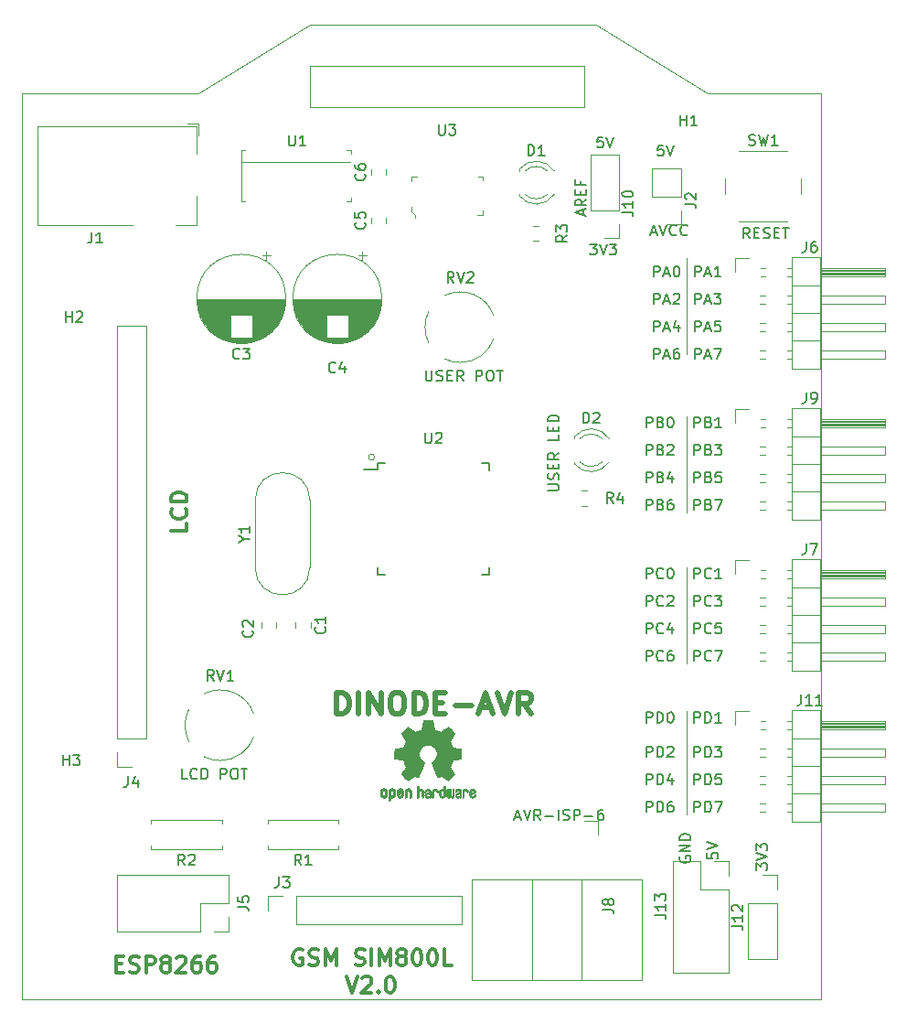
<source format=gbr>
G04 #@! TF.GenerationSoftware,KiCad,Pcbnew,(5.1.2)-2*
G04 #@! TF.CreationDate,2020-01-10T18:03:02+03:00*
G04 #@! TF.ProjectId,DINODE,44494e4f-4445-42e6-9b69-6361645f7063,rev?*
G04 #@! TF.SameCoordinates,Original*
G04 #@! TF.FileFunction,Legend,Top*
G04 #@! TF.FilePolarity,Positive*
%FSLAX46Y46*%
G04 Gerber Fmt 4.6, Leading zero omitted, Abs format (unit mm)*
G04 Created by KiCad (PCBNEW (5.1.2)-2) date 2020-01-10 18:03:02*
%MOMM*%
%LPD*%
G04 APERTURE LIST*
%ADD10C,0.120000*%
%ADD11C,0.050000*%
%ADD12C,0.150000*%
%ADD13C,0.300000*%
%ADD14C,0.500000*%
%ADD15C,0.010000*%
%ADD16C,0.100000*%
G04 APERTURE END LIST*
D10*
X117758981Y-79375000D02*
G75*
G03X117758981Y-79375000I-283981J0D01*
G01*
D11*
X159131000Y-129540000D02*
X130810000Y-129540000D01*
X159131000Y-60198000D02*
X159131000Y-129540000D01*
X159131000Y-45720000D02*
X148590000Y-45720000D01*
X159131000Y-60198000D02*
X159131000Y-45720000D01*
X137160000Y-43180000D02*
X111760000Y-43180000D01*
X137160000Y-46990000D02*
X137160000Y-43180000D01*
X111760000Y-46990000D02*
X137160000Y-46990000D01*
X111760000Y-43180000D02*
X111760000Y-46990000D01*
X138303000Y-39370000D02*
X148590000Y-45720000D01*
X136017000Y-39370000D02*
X138303000Y-39370000D01*
X111760000Y-39370000D02*
X136017000Y-39370000D01*
X101473000Y-45720000D02*
X111760000Y-39370000D01*
X86995000Y-45720000D02*
X101473000Y-45720000D01*
X85090000Y-45720000D02*
X86995000Y-45720000D01*
X85090000Y-129540000D02*
X90170000Y-129540000D01*
X85090000Y-45720000D02*
X85090000Y-129540000D01*
X90170000Y-129540000D02*
X130810000Y-129540000D01*
D12*
X133818380Y-82446380D02*
X134627904Y-82446380D01*
X134723142Y-82398761D01*
X134770761Y-82351142D01*
X134818380Y-82255904D01*
X134818380Y-82065428D01*
X134770761Y-81970190D01*
X134723142Y-81922571D01*
X134627904Y-81874952D01*
X133818380Y-81874952D01*
X134770761Y-81446380D02*
X134818380Y-81303523D01*
X134818380Y-81065428D01*
X134770761Y-80970190D01*
X134723142Y-80922571D01*
X134627904Y-80874952D01*
X134532666Y-80874952D01*
X134437428Y-80922571D01*
X134389809Y-80970190D01*
X134342190Y-81065428D01*
X134294571Y-81255904D01*
X134246952Y-81351142D01*
X134199333Y-81398761D01*
X134104095Y-81446380D01*
X134008857Y-81446380D01*
X133913619Y-81398761D01*
X133866000Y-81351142D01*
X133818380Y-81255904D01*
X133818380Y-81017809D01*
X133866000Y-80874952D01*
X134294571Y-80446380D02*
X134294571Y-80113047D01*
X134818380Y-79970190D02*
X134818380Y-80446380D01*
X133818380Y-80446380D01*
X133818380Y-79970190D01*
X134818380Y-78970190D02*
X134342190Y-79303523D01*
X134818380Y-79541619D02*
X133818380Y-79541619D01*
X133818380Y-79160666D01*
X133866000Y-79065428D01*
X133913619Y-79017809D01*
X134008857Y-78970190D01*
X134151714Y-78970190D01*
X134246952Y-79017809D01*
X134294571Y-79065428D01*
X134342190Y-79160666D01*
X134342190Y-79541619D01*
X134818380Y-77303523D02*
X134818380Y-77779714D01*
X133818380Y-77779714D01*
X134294571Y-76970190D02*
X134294571Y-76636857D01*
X134818380Y-76494000D02*
X134818380Y-76970190D01*
X133818380Y-76970190D01*
X133818380Y-76494000D01*
X134818380Y-76065428D02*
X133818380Y-76065428D01*
X133818380Y-75827333D01*
X133866000Y-75684476D01*
X133961238Y-75589238D01*
X134056476Y-75541619D01*
X134246952Y-75494000D01*
X134389809Y-75494000D01*
X134580285Y-75541619D01*
X134675523Y-75589238D01*
X134770761Y-75684476D01*
X134818380Y-75827333D01*
X134818380Y-76065428D01*
X153122380Y-117570095D02*
X153122380Y-116951047D01*
X153503333Y-117284380D01*
X153503333Y-117141523D01*
X153550952Y-117046285D01*
X153598571Y-116998666D01*
X153693809Y-116951047D01*
X153931904Y-116951047D01*
X154027142Y-116998666D01*
X154074761Y-117046285D01*
X154122380Y-117141523D01*
X154122380Y-117427238D01*
X154074761Y-117522476D01*
X154027142Y-117570095D01*
X153122380Y-116665333D02*
X154122380Y-116332000D01*
X153122380Y-115998666D01*
X153122380Y-115760571D02*
X153122380Y-115141523D01*
X153503333Y-115474857D01*
X153503333Y-115332000D01*
X153550952Y-115236761D01*
X153598571Y-115189142D01*
X153693809Y-115141523D01*
X153931904Y-115141523D01*
X154027142Y-115189142D01*
X154074761Y-115236761D01*
X154122380Y-115332000D01*
X154122380Y-115617714D01*
X154074761Y-115712952D01*
X154027142Y-115760571D01*
X148550380Y-116014476D02*
X148550380Y-116490666D01*
X149026571Y-116538285D01*
X148978952Y-116490666D01*
X148931333Y-116395428D01*
X148931333Y-116157333D01*
X148978952Y-116062095D01*
X149026571Y-116014476D01*
X149121809Y-115966857D01*
X149359904Y-115966857D01*
X149455142Y-116014476D01*
X149502761Y-116062095D01*
X149550380Y-116157333D01*
X149550380Y-116395428D01*
X149502761Y-116490666D01*
X149455142Y-116538285D01*
X148550380Y-115681142D02*
X149550380Y-115347809D01*
X148550380Y-115014476D01*
X146058000Y-116331904D02*
X146010380Y-116427142D01*
X146010380Y-116570000D01*
X146058000Y-116712857D01*
X146153238Y-116808095D01*
X146248476Y-116855714D01*
X146438952Y-116903333D01*
X146581809Y-116903333D01*
X146772285Y-116855714D01*
X146867523Y-116808095D01*
X146962761Y-116712857D01*
X147010380Y-116570000D01*
X147010380Y-116474761D01*
X146962761Y-116331904D01*
X146915142Y-116284285D01*
X146581809Y-116284285D01*
X146581809Y-116474761D01*
X147010380Y-115855714D02*
X146010380Y-115855714D01*
X147010380Y-115284285D01*
X146010380Y-115284285D01*
X147010380Y-114808095D02*
X146010380Y-114808095D01*
X146010380Y-114570000D01*
X146058000Y-114427142D01*
X146153238Y-114331904D01*
X146248476Y-114284285D01*
X146438952Y-114236666D01*
X146581809Y-114236666D01*
X146772285Y-114284285D01*
X146867523Y-114331904D01*
X146962761Y-114427142D01*
X147010380Y-114570000D01*
X147010380Y-114808095D01*
X130778761Y-112688666D02*
X131254952Y-112688666D01*
X130683523Y-112974380D02*
X131016857Y-111974380D01*
X131350190Y-112974380D01*
X131540666Y-111974380D02*
X131874000Y-112974380D01*
X132207333Y-111974380D01*
X133112095Y-112974380D02*
X132778761Y-112498190D01*
X132540666Y-112974380D02*
X132540666Y-111974380D01*
X132921619Y-111974380D01*
X133016857Y-112022000D01*
X133064476Y-112069619D01*
X133112095Y-112164857D01*
X133112095Y-112307714D01*
X133064476Y-112402952D01*
X133016857Y-112450571D01*
X132921619Y-112498190D01*
X132540666Y-112498190D01*
X133540666Y-112593428D02*
X134302571Y-112593428D01*
X134778761Y-112974380D02*
X134778761Y-111974380D01*
X135207333Y-112926761D02*
X135350190Y-112974380D01*
X135588285Y-112974380D01*
X135683523Y-112926761D01*
X135731142Y-112879142D01*
X135778761Y-112783904D01*
X135778761Y-112688666D01*
X135731142Y-112593428D01*
X135683523Y-112545809D01*
X135588285Y-112498190D01*
X135397809Y-112450571D01*
X135302571Y-112402952D01*
X135254952Y-112355333D01*
X135207333Y-112260095D01*
X135207333Y-112164857D01*
X135254952Y-112069619D01*
X135302571Y-112022000D01*
X135397809Y-111974380D01*
X135635904Y-111974380D01*
X135778761Y-112022000D01*
X136207333Y-112974380D02*
X136207333Y-111974380D01*
X136588285Y-111974380D01*
X136683523Y-112022000D01*
X136731142Y-112069619D01*
X136778761Y-112164857D01*
X136778761Y-112307714D01*
X136731142Y-112402952D01*
X136683523Y-112450571D01*
X136588285Y-112498190D01*
X136207333Y-112498190D01*
X137207333Y-112593428D02*
X137969238Y-112593428D01*
X138874000Y-111974380D02*
X138683523Y-111974380D01*
X138588285Y-112022000D01*
X138540666Y-112069619D01*
X138445428Y-112212476D01*
X138397809Y-112402952D01*
X138397809Y-112783904D01*
X138445428Y-112879142D01*
X138493047Y-112926761D01*
X138588285Y-112974380D01*
X138778761Y-112974380D01*
X138874000Y-112926761D01*
X138921619Y-112879142D01*
X138969238Y-112783904D01*
X138969238Y-112545809D01*
X138921619Y-112450571D01*
X138874000Y-112402952D01*
X138778761Y-112355333D01*
X138588285Y-112355333D01*
X138493047Y-112402952D01*
X138445428Y-112450571D01*
X138397809Y-112545809D01*
X100393809Y-109164380D02*
X99917619Y-109164380D01*
X99917619Y-108164380D01*
X101298571Y-109069142D02*
X101250952Y-109116761D01*
X101108095Y-109164380D01*
X101012857Y-109164380D01*
X100870000Y-109116761D01*
X100774761Y-109021523D01*
X100727142Y-108926285D01*
X100679523Y-108735809D01*
X100679523Y-108592952D01*
X100727142Y-108402476D01*
X100774761Y-108307238D01*
X100870000Y-108212000D01*
X101012857Y-108164380D01*
X101108095Y-108164380D01*
X101250952Y-108212000D01*
X101298571Y-108259619D01*
X101727142Y-109164380D02*
X101727142Y-108164380D01*
X101965238Y-108164380D01*
X102108095Y-108212000D01*
X102203333Y-108307238D01*
X102250952Y-108402476D01*
X102298571Y-108592952D01*
X102298571Y-108735809D01*
X102250952Y-108926285D01*
X102203333Y-109021523D01*
X102108095Y-109116761D01*
X101965238Y-109164380D01*
X101727142Y-109164380D01*
X103489047Y-109164380D02*
X103489047Y-108164380D01*
X103870000Y-108164380D01*
X103965238Y-108212000D01*
X104012857Y-108259619D01*
X104060476Y-108354857D01*
X104060476Y-108497714D01*
X104012857Y-108592952D01*
X103965238Y-108640571D01*
X103870000Y-108688190D01*
X103489047Y-108688190D01*
X104679523Y-108164380D02*
X104870000Y-108164380D01*
X104965238Y-108212000D01*
X105060476Y-108307238D01*
X105108095Y-108497714D01*
X105108095Y-108831047D01*
X105060476Y-109021523D01*
X104965238Y-109116761D01*
X104870000Y-109164380D01*
X104679523Y-109164380D01*
X104584285Y-109116761D01*
X104489047Y-109021523D01*
X104441428Y-108831047D01*
X104441428Y-108497714D01*
X104489047Y-108307238D01*
X104584285Y-108212000D01*
X104679523Y-108164380D01*
X105393809Y-108164380D02*
X105965238Y-108164380D01*
X105679523Y-109164380D02*
X105679523Y-108164380D01*
X122484000Y-71334380D02*
X122484000Y-72143904D01*
X122531619Y-72239142D01*
X122579238Y-72286761D01*
X122674476Y-72334380D01*
X122864952Y-72334380D01*
X122960190Y-72286761D01*
X123007809Y-72239142D01*
X123055428Y-72143904D01*
X123055428Y-71334380D01*
X123484000Y-72286761D02*
X123626857Y-72334380D01*
X123864952Y-72334380D01*
X123960190Y-72286761D01*
X124007809Y-72239142D01*
X124055428Y-72143904D01*
X124055428Y-72048666D01*
X124007809Y-71953428D01*
X123960190Y-71905809D01*
X123864952Y-71858190D01*
X123674476Y-71810571D01*
X123579238Y-71762952D01*
X123531619Y-71715333D01*
X123484000Y-71620095D01*
X123484000Y-71524857D01*
X123531619Y-71429619D01*
X123579238Y-71382000D01*
X123674476Y-71334380D01*
X123912571Y-71334380D01*
X124055428Y-71382000D01*
X124484000Y-71810571D02*
X124817333Y-71810571D01*
X124960190Y-72334380D02*
X124484000Y-72334380D01*
X124484000Y-71334380D01*
X124960190Y-71334380D01*
X125960190Y-72334380D02*
X125626857Y-71858190D01*
X125388761Y-72334380D02*
X125388761Y-71334380D01*
X125769714Y-71334380D01*
X125864952Y-71382000D01*
X125912571Y-71429619D01*
X125960190Y-71524857D01*
X125960190Y-71667714D01*
X125912571Y-71762952D01*
X125864952Y-71810571D01*
X125769714Y-71858190D01*
X125388761Y-71858190D01*
X127150666Y-72334380D02*
X127150666Y-71334380D01*
X127531619Y-71334380D01*
X127626857Y-71382000D01*
X127674476Y-71429619D01*
X127722095Y-71524857D01*
X127722095Y-71667714D01*
X127674476Y-71762952D01*
X127626857Y-71810571D01*
X127531619Y-71858190D01*
X127150666Y-71858190D01*
X128341142Y-71334380D02*
X128531619Y-71334380D01*
X128626857Y-71382000D01*
X128722095Y-71477238D01*
X128769714Y-71667714D01*
X128769714Y-72001047D01*
X128722095Y-72191523D01*
X128626857Y-72286761D01*
X128531619Y-72334380D01*
X128341142Y-72334380D01*
X128245904Y-72286761D01*
X128150666Y-72191523D01*
X128103047Y-72001047D01*
X128103047Y-71667714D01*
X128150666Y-71477238D01*
X128245904Y-71382000D01*
X128341142Y-71334380D01*
X129055428Y-71334380D02*
X129626857Y-71334380D01*
X129341142Y-72334380D02*
X129341142Y-71334380D01*
X152471619Y-59126380D02*
X152138285Y-58650190D01*
X151900190Y-59126380D02*
X151900190Y-58126380D01*
X152281142Y-58126380D01*
X152376380Y-58174000D01*
X152424000Y-58221619D01*
X152471619Y-58316857D01*
X152471619Y-58459714D01*
X152424000Y-58554952D01*
X152376380Y-58602571D01*
X152281142Y-58650190D01*
X151900190Y-58650190D01*
X152900190Y-58602571D02*
X153233523Y-58602571D01*
X153376380Y-59126380D02*
X152900190Y-59126380D01*
X152900190Y-58126380D01*
X153376380Y-58126380D01*
X153757333Y-59078761D02*
X153900190Y-59126380D01*
X154138285Y-59126380D01*
X154233523Y-59078761D01*
X154281142Y-59031142D01*
X154328761Y-58935904D01*
X154328761Y-58840666D01*
X154281142Y-58745428D01*
X154233523Y-58697809D01*
X154138285Y-58650190D01*
X153947809Y-58602571D01*
X153852571Y-58554952D01*
X153804952Y-58507333D01*
X153757333Y-58412095D01*
X153757333Y-58316857D01*
X153804952Y-58221619D01*
X153852571Y-58174000D01*
X153947809Y-58126380D01*
X154185904Y-58126380D01*
X154328761Y-58174000D01*
X154757333Y-58602571D02*
X155090666Y-58602571D01*
X155233523Y-59126380D02*
X154757333Y-59126380D01*
X154757333Y-58126380D01*
X155233523Y-58126380D01*
X155519238Y-58126380D02*
X156090666Y-58126380D01*
X155804952Y-59126380D02*
X155804952Y-58126380D01*
X137072666Y-56991047D02*
X137072666Y-56514857D01*
X137358380Y-57086285D02*
X136358380Y-56752952D01*
X137358380Y-56419619D01*
X137358380Y-55514857D02*
X136882190Y-55848190D01*
X137358380Y-56086285D02*
X136358380Y-56086285D01*
X136358380Y-55705333D01*
X136406000Y-55610095D01*
X136453619Y-55562476D01*
X136548857Y-55514857D01*
X136691714Y-55514857D01*
X136786952Y-55562476D01*
X136834571Y-55610095D01*
X136882190Y-55705333D01*
X136882190Y-56086285D01*
X136834571Y-55086285D02*
X136834571Y-54752952D01*
X137358380Y-54610095D02*
X137358380Y-55086285D01*
X136358380Y-55086285D01*
X136358380Y-54610095D01*
X136834571Y-53848190D02*
X136834571Y-54181523D01*
X137358380Y-54181523D02*
X136358380Y-54181523D01*
X136358380Y-53705333D01*
X138874523Y-49744380D02*
X138398333Y-49744380D01*
X138350714Y-50220571D01*
X138398333Y-50172952D01*
X138493571Y-50125333D01*
X138731666Y-50125333D01*
X138826904Y-50172952D01*
X138874523Y-50220571D01*
X138922142Y-50315809D01*
X138922142Y-50553904D01*
X138874523Y-50649142D01*
X138826904Y-50696761D01*
X138731666Y-50744380D01*
X138493571Y-50744380D01*
X138398333Y-50696761D01*
X138350714Y-50649142D01*
X139207857Y-49744380D02*
X139541190Y-50744380D01*
X139874523Y-49744380D01*
X137699904Y-59650380D02*
X138318952Y-59650380D01*
X137985619Y-60031333D01*
X138128476Y-60031333D01*
X138223714Y-60078952D01*
X138271333Y-60126571D01*
X138318952Y-60221809D01*
X138318952Y-60459904D01*
X138271333Y-60555142D01*
X138223714Y-60602761D01*
X138128476Y-60650380D01*
X137842761Y-60650380D01*
X137747523Y-60602761D01*
X137699904Y-60555142D01*
X138604666Y-59650380D02*
X138938000Y-60650380D01*
X139271333Y-59650380D01*
X139509428Y-59650380D02*
X140128476Y-59650380D01*
X139795142Y-60031333D01*
X139938000Y-60031333D01*
X140033238Y-60078952D01*
X140080857Y-60126571D01*
X140128476Y-60221809D01*
X140128476Y-60459904D01*
X140080857Y-60555142D01*
X140033238Y-60602761D01*
X139938000Y-60650380D01*
X139652285Y-60650380D01*
X139557047Y-60602761D01*
X139509428Y-60555142D01*
X143367333Y-58586666D02*
X143843523Y-58586666D01*
X143272095Y-58872380D02*
X143605428Y-57872380D01*
X143938761Y-58872380D01*
X144129238Y-57872380D02*
X144462571Y-58872380D01*
X144795904Y-57872380D01*
X145700666Y-58777142D02*
X145653047Y-58824761D01*
X145510190Y-58872380D01*
X145414952Y-58872380D01*
X145272095Y-58824761D01*
X145176857Y-58729523D01*
X145129238Y-58634285D01*
X145081619Y-58443809D01*
X145081619Y-58300952D01*
X145129238Y-58110476D01*
X145176857Y-58015238D01*
X145272095Y-57920000D01*
X145414952Y-57872380D01*
X145510190Y-57872380D01*
X145653047Y-57920000D01*
X145700666Y-57967619D01*
X146700666Y-58777142D02*
X146653047Y-58824761D01*
X146510190Y-58872380D01*
X146414952Y-58872380D01*
X146272095Y-58824761D01*
X146176857Y-58729523D01*
X146129238Y-58634285D01*
X146081619Y-58443809D01*
X146081619Y-58300952D01*
X146129238Y-58110476D01*
X146176857Y-58015238D01*
X146272095Y-57920000D01*
X146414952Y-57872380D01*
X146510190Y-57872380D01*
X146653047Y-57920000D01*
X146700666Y-57967619D01*
X144462523Y-50506380D02*
X143986333Y-50506380D01*
X143938714Y-50982571D01*
X143986333Y-50934952D01*
X144081571Y-50887333D01*
X144319666Y-50887333D01*
X144414904Y-50934952D01*
X144462523Y-50982571D01*
X144510142Y-51077809D01*
X144510142Y-51315904D01*
X144462523Y-51411142D01*
X144414904Y-51458761D01*
X144319666Y-51506380D01*
X144081571Y-51506380D01*
X143986333Y-51458761D01*
X143938714Y-51411142D01*
X144795857Y-50506380D02*
X145129190Y-51506380D01*
X145462523Y-50506380D01*
X147351904Y-112212380D02*
X147351904Y-111212380D01*
X147732857Y-111212380D01*
X147828095Y-111260000D01*
X147875714Y-111307619D01*
X147923333Y-111402857D01*
X147923333Y-111545714D01*
X147875714Y-111640952D01*
X147828095Y-111688571D01*
X147732857Y-111736190D01*
X147351904Y-111736190D01*
X148351904Y-112212380D02*
X148351904Y-111212380D01*
X148590000Y-111212380D01*
X148732857Y-111260000D01*
X148828095Y-111355238D01*
X148875714Y-111450476D01*
X148923333Y-111640952D01*
X148923333Y-111783809D01*
X148875714Y-111974285D01*
X148828095Y-112069523D01*
X148732857Y-112164761D01*
X148590000Y-112212380D01*
X148351904Y-112212380D01*
X149256666Y-111212380D02*
X149923333Y-111212380D01*
X149494761Y-112212380D01*
X147351904Y-109672380D02*
X147351904Y-108672380D01*
X147732857Y-108672380D01*
X147828095Y-108720000D01*
X147875714Y-108767619D01*
X147923333Y-108862857D01*
X147923333Y-109005714D01*
X147875714Y-109100952D01*
X147828095Y-109148571D01*
X147732857Y-109196190D01*
X147351904Y-109196190D01*
X148351904Y-109672380D02*
X148351904Y-108672380D01*
X148590000Y-108672380D01*
X148732857Y-108720000D01*
X148828095Y-108815238D01*
X148875714Y-108910476D01*
X148923333Y-109100952D01*
X148923333Y-109243809D01*
X148875714Y-109434285D01*
X148828095Y-109529523D01*
X148732857Y-109624761D01*
X148590000Y-109672380D01*
X148351904Y-109672380D01*
X149828095Y-108672380D02*
X149351904Y-108672380D01*
X149304285Y-109148571D01*
X149351904Y-109100952D01*
X149447142Y-109053333D01*
X149685238Y-109053333D01*
X149780476Y-109100952D01*
X149828095Y-109148571D01*
X149875714Y-109243809D01*
X149875714Y-109481904D01*
X149828095Y-109577142D01*
X149780476Y-109624761D01*
X149685238Y-109672380D01*
X149447142Y-109672380D01*
X149351904Y-109624761D01*
X149304285Y-109577142D01*
X147351904Y-107132380D02*
X147351904Y-106132380D01*
X147732857Y-106132380D01*
X147828095Y-106180000D01*
X147875714Y-106227619D01*
X147923333Y-106322857D01*
X147923333Y-106465714D01*
X147875714Y-106560952D01*
X147828095Y-106608571D01*
X147732857Y-106656190D01*
X147351904Y-106656190D01*
X148351904Y-107132380D02*
X148351904Y-106132380D01*
X148590000Y-106132380D01*
X148732857Y-106180000D01*
X148828095Y-106275238D01*
X148875714Y-106370476D01*
X148923333Y-106560952D01*
X148923333Y-106703809D01*
X148875714Y-106894285D01*
X148828095Y-106989523D01*
X148732857Y-107084761D01*
X148590000Y-107132380D01*
X148351904Y-107132380D01*
X149256666Y-106132380D02*
X149875714Y-106132380D01*
X149542380Y-106513333D01*
X149685238Y-106513333D01*
X149780476Y-106560952D01*
X149828095Y-106608571D01*
X149875714Y-106703809D01*
X149875714Y-106941904D01*
X149828095Y-107037142D01*
X149780476Y-107084761D01*
X149685238Y-107132380D01*
X149399523Y-107132380D01*
X149304285Y-107084761D01*
X149256666Y-107037142D01*
X147351904Y-103957380D02*
X147351904Y-102957380D01*
X147732857Y-102957380D01*
X147828095Y-103005000D01*
X147875714Y-103052619D01*
X147923333Y-103147857D01*
X147923333Y-103290714D01*
X147875714Y-103385952D01*
X147828095Y-103433571D01*
X147732857Y-103481190D01*
X147351904Y-103481190D01*
X148351904Y-103957380D02*
X148351904Y-102957380D01*
X148590000Y-102957380D01*
X148732857Y-103005000D01*
X148828095Y-103100238D01*
X148875714Y-103195476D01*
X148923333Y-103385952D01*
X148923333Y-103528809D01*
X148875714Y-103719285D01*
X148828095Y-103814523D01*
X148732857Y-103909761D01*
X148590000Y-103957380D01*
X148351904Y-103957380D01*
X149875714Y-103957380D02*
X149304285Y-103957380D01*
X149590000Y-103957380D02*
X149590000Y-102957380D01*
X149494761Y-103100238D01*
X149399523Y-103195476D01*
X149304285Y-103243095D01*
X147351904Y-98242380D02*
X147351904Y-97242380D01*
X147732857Y-97242380D01*
X147828095Y-97290000D01*
X147875714Y-97337619D01*
X147923333Y-97432857D01*
X147923333Y-97575714D01*
X147875714Y-97670952D01*
X147828095Y-97718571D01*
X147732857Y-97766190D01*
X147351904Y-97766190D01*
X148923333Y-98147142D02*
X148875714Y-98194761D01*
X148732857Y-98242380D01*
X148637619Y-98242380D01*
X148494761Y-98194761D01*
X148399523Y-98099523D01*
X148351904Y-98004285D01*
X148304285Y-97813809D01*
X148304285Y-97670952D01*
X148351904Y-97480476D01*
X148399523Y-97385238D01*
X148494761Y-97290000D01*
X148637619Y-97242380D01*
X148732857Y-97242380D01*
X148875714Y-97290000D01*
X148923333Y-97337619D01*
X149256666Y-97242380D02*
X149923333Y-97242380D01*
X149494761Y-98242380D01*
X147351904Y-95702380D02*
X147351904Y-94702380D01*
X147732857Y-94702380D01*
X147828095Y-94750000D01*
X147875714Y-94797619D01*
X147923333Y-94892857D01*
X147923333Y-95035714D01*
X147875714Y-95130952D01*
X147828095Y-95178571D01*
X147732857Y-95226190D01*
X147351904Y-95226190D01*
X148923333Y-95607142D02*
X148875714Y-95654761D01*
X148732857Y-95702380D01*
X148637619Y-95702380D01*
X148494761Y-95654761D01*
X148399523Y-95559523D01*
X148351904Y-95464285D01*
X148304285Y-95273809D01*
X148304285Y-95130952D01*
X148351904Y-94940476D01*
X148399523Y-94845238D01*
X148494761Y-94750000D01*
X148637619Y-94702380D01*
X148732857Y-94702380D01*
X148875714Y-94750000D01*
X148923333Y-94797619D01*
X149828095Y-94702380D02*
X149351904Y-94702380D01*
X149304285Y-95178571D01*
X149351904Y-95130952D01*
X149447142Y-95083333D01*
X149685238Y-95083333D01*
X149780476Y-95130952D01*
X149828095Y-95178571D01*
X149875714Y-95273809D01*
X149875714Y-95511904D01*
X149828095Y-95607142D01*
X149780476Y-95654761D01*
X149685238Y-95702380D01*
X149447142Y-95702380D01*
X149351904Y-95654761D01*
X149304285Y-95607142D01*
X147351904Y-93162380D02*
X147351904Y-92162380D01*
X147732857Y-92162380D01*
X147828095Y-92210000D01*
X147875714Y-92257619D01*
X147923333Y-92352857D01*
X147923333Y-92495714D01*
X147875714Y-92590952D01*
X147828095Y-92638571D01*
X147732857Y-92686190D01*
X147351904Y-92686190D01*
X148923333Y-93067142D02*
X148875714Y-93114761D01*
X148732857Y-93162380D01*
X148637619Y-93162380D01*
X148494761Y-93114761D01*
X148399523Y-93019523D01*
X148351904Y-92924285D01*
X148304285Y-92733809D01*
X148304285Y-92590952D01*
X148351904Y-92400476D01*
X148399523Y-92305238D01*
X148494761Y-92210000D01*
X148637619Y-92162380D01*
X148732857Y-92162380D01*
X148875714Y-92210000D01*
X148923333Y-92257619D01*
X149256666Y-92162380D02*
X149875714Y-92162380D01*
X149542380Y-92543333D01*
X149685238Y-92543333D01*
X149780476Y-92590952D01*
X149828095Y-92638571D01*
X149875714Y-92733809D01*
X149875714Y-92971904D01*
X149828095Y-93067142D01*
X149780476Y-93114761D01*
X149685238Y-93162380D01*
X149399523Y-93162380D01*
X149304285Y-93114761D01*
X149256666Y-93067142D01*
X147351904Y-90622380D02*
X147351904Y-89622380D01*
X147732857Y-89622380D01*
X147828095Y-89670000D01*
X147875714Y-89717619D01*
X147923333Y-89812857D01*
X147923333Y-89955714D01*
X147875714Y-90050952D01*
X147828095Y-90098571D01*
X147732857Y-90146190D01*
X147351904Y-90146190D01*
X148923333Y-90527142D02*
X148875714Y-90574761D01*
X148732857Y-90622380D01*
X148637619Y-90622380D01*
X148494761Y-90574761D01*
X148399523Y-90479523D01*
X148351904Y-90384285D01*
X148304285Y-90193809D01*
X148304285Y-90050952D01*
X148351904Y-89860476D01*
X148399523Y-89765238D01*
X148494761Y-89670000D01*
X148637619Y-89622380D01*
X148732857Y-89622380D01*
X148875714Y-89670000D01*
X148923333Y-89717619D01*
X149875714Y-90622380D02*
X149304285Y-90622380D01*
X149590000Y-90622380D02*
X149590000Y-89622380D01*
X149494761Y-89765238D01*
X149399523Y-89860476D01*
X149304285Y-89908095D01*
X147351904Y-84272380D02*
X147351904Y-83272380D01*
X147732857Y-83272380D01*
X147828095Y-83320000D01*
X147875714Y-83367619D01*
X147923333Y-83462857D01*
X147923333Y-83605714D01*
X147875714Y-83700952D01*
X147828095Y-83748571D01*
X147732857Y-83796190D01*
X147351904Y-83796190D01*
X148685238Y-83748571D02*
X148828095Y-83796190D01*
X148875714Y-83843809D01*
X148923333Y-83939047D01*
X148923333Y-84081904D01*
X148875714Y-84177142D01*
X148828095Y-84224761D01*
X148732857Y-84272380D01*
X148351904Y-84272380D01*
X148351904Y-83272380D01*
X148685238Y-83272380D01*
X148780476Y-83320000D01*
X148828095Y-83367619D01*
X148875714Y-83462857D01*
X148875714Y-83558095D01*
X148828095Y-83653333D01*
X148780476Y-83700952D01*
X148685238Y-83748571D01*
X148351904Y-83748571D01*
X149256666Y-83272380D02*
X149923333Y-83272380D01*
X149494761Y-84272380D01*
X147351904Y-81732380D02*
X147351904Y-80732380D01*
X147732857Y-80732380D01*
X147828095Y-80780000D01*
X147875714Y-80827619D01*
X147923333Y-80922857D01*
X147923333Y-81065714D01*
X147875714Y-81160952D01*
X147828095Y-81208571D01*
X147732857Y-81256190D01*
X147351904Y-81256190D01*
X148685238Y-81208571D02*
X148828095Y-81256190D01*
X148875714Y-81303809D01*
X148923333Y-81399047D01*
X148923333Y-81541904D01*
X148875714Y-81637142D01*
X148828095Y-81684761D01*
X148732857Y-81732380D01*
X148351904Y-81732380D01*
X148351904Y-80732380D01*
X148685238Y-80732380D01*
X148780476Y-80780000D01*
X148828095Y-80827619D01*
X148875714Y-80922857D01*
X148875714Y-81018095D01*
X148828095Y-81113333D01*
X148780476Y-81160952D01*
X148685238Y-81208571D01*
X148351904Y-81208571D01*
X149828095Y-80732380D02*
X149351904Y-80732380D01*
X149304285Y-81208571D01*
X149351904Y-81160952D01*
X149447142Y-81113333D01*
X149685238Y-81113333D01*
X149780476Y-81160952D01*
X149828095Y-81208571D01*
X149875714Y-81303809D01*
X149875714Y-81541904D01*
X149828095Y-81637142D01*
X149780476Y-81684761D01*
X149685238Y-81732380D01*
X149447142Y-81732380D01*
X149351904Y-81684761D01*
X149304285Y-81637142D01*
X147351904Y-79192380D02*
X147351904Y-78192380D01*
X147732857Y-78192380D01*
X147828095Y-78240000D01*
X147875714Y-78287619D01*
X147923333Y-78382857D01*
X147923333Y-78525714D01*
X147875714Y-78620952D01*
X147828095Y-78668571D01*
X147732857Y-78716190D01*
X147351904Y-78716190D01*
X148685238Y-78668571D02*
X148828095Y-78716190D01*
X148875714Y-78763809D01*
X148923333Y-78859047D01*
X148923333Y-79001904D01*
X148875714Y-79097142D01*
X148828095Y-79144761D01*
X148732857Y-79192380D01*
X148351904Y-79192380D01*
X148351904Y-78192380D01*
X148685238Y-78192380D01*
X148780476Y-78240000D01*
X148828095Y-78287619D01*
X148875714Y-78382857D01*
X148875714Y-78478095D01*
X148828095Y-78573333D01*
X148780476Y-78620952D01*
X148685238Y-78668571D01*
X148351904Y-78668571D01*
X149256666Y-78192380D02*
X149875714Y-78192380D01*
X149542380Y-78573333D01*
X149685238Y-78573333D01*
X149780476Y-78620952D01*
X149828095Y-78668571D01*
X149875714Y-78763809D01*
X149875714Y-79001904D01*
X149828095Y-79097142D01*
X149780476Y-79144761D01*
X149685238Y-79192380D01*
X149399523Y-79192380D01*
X149304285Y-79144761D01*
X149256666Y-79097142D01*
X147351904Y-76652380D02*
X147351904Y-75652380D01*
X147732857Y-75652380D01*
X147828095Y-75700000D01*
X147875714Y-75747619D01*
X147923333Y-75842857D01*
X147923333Y-75985714D01*
X147875714Y-76080952D01*
X147828095Y-76128571D01*
X147732857Y-76176190D01*
X147351904Y-76176190D01*
X148685238Y-76128571D02*
X148828095Y-76176190D01*
X148875714Y-76223809D01*
X148923333Y-76319047D01*
X148923333Y-76461904D01*
X148875714Y-76557142D01*
X148828095Y-76604761D01*
X148732857Y-76652380D01*
X148351904Y-76652380D01*
X148351904Y-75652380D01*
X148685238Y-75652380D01*
X148780476Y-75700000D01*
X148828095Y-75747619D01*
X148875714Y-75842857D01*
X148875714Y-75938095D01*
X148828095Y-76033333D01*
X148780476Y-76080952D01*
X148685238Y-76128571D01*
X148351904Y-76128571D01*
X149875714Y-76652380D02*
X149304285Y-76652380D01*
X149590000Y-76652380D02*
X149590000Y-75652380D01*
X149494761Y-75795238D01*
X149399523Y-75890476D01*
X149304285Y-75938095D01*
X147423333Y-70302380D02*
X147423333Y-69302380D01*
X147804285Y-69302380D01*
X147899523Y-69350000D01*
X147947142Y-69397619D01*
X147994761Y-69492857D01*
X147994761Y-69635714D01*
X147947142Y-69730952D01*
X147899523Y-69778571D01*
X147804285Y-69826190D01*
X147423333Y-69826190D01*
X148375714Y-70016666D02*
X148851904Y-70016666D01*
X148280476Y-70302380D02*
X148613809Y-69302380D01*
X148947142Y-70302380D01*
X149185238Y-69302380D02*
X149851904Y-69302380D01*
X149423333Y-70302380D01*
X147423333Y-67762380D02*
X147423333Y-66762380D01*
X147804285Y-66762380D01*
X147899523Y-66810000D01*
X147947142Y-66857619D01*
X147994761Y-66952857D01*
X147994761Y-67095714D01*
X147947142Y-67190952D01*
X147899523Y-67238571D01*
X147804285Y-67286190D01*
X147423333Y-67286190D01*
X148375714Y-67476666D02*
X148851904Y-67476666D01*
X148280476Y-67762380D02*
X148613809Y-66762380D01*
X148947142Y-67762380D01*
X149756666Y-66762380D02*
X149280476Y-66762380D01*
X149232857Y-67238571D01*
X149280476Y-67190952D01*
X149375714Y-67143333D01*
X149613809Y-67143333D01*
X149709047Y-67190952D01*
X149756666Y-67238571D01*
X149804285Y-67333809D01*
X149804285Y-67571904D01*
X149756666Y-67667142D01*
X149709047Y-67714761D01*
X149613809Y-67762380D01*
X149375714Y-67762380D01*
X149280476Y-67714761D01*
X149232857Y-67667142D01*
X147423333Y-65222380D02*
X147423333Y-64222380D01*
X147804285Y-64222380D01*
X147899523Y-64270000D01*
X147947142Y-64317619D01*
X147994761Y-64412857D01*
X147994761Y-64555714D01*
X147947142Y-64650952D01*
X147899523Y-64698571D01*
X147804285Y-64746190D01*
X147423333Y-64746190D01*
X148375714Y-64936666D02*
X148851904Y-64936666D01*
X148280476Y-65222380D02*
X148613809Y-64222380D01*
X148947142Y-65222380D01*
X149185238Y-64222380D02*
X149804285Y-64222380D01*
X149470952Y-64603333D01*
X149613809Y-64603333D01*
X149709047Y-64650952D01*
X149756666Y-64698571D01*
X149804285Y-64793809D01*
X149804285Y-65031904D01*
X149756666Y-65127142D01*
X149709047Y-65174761D01*
X149613809Y-65222380D01*
X149328095Y-65222380D01*
X149232857Y-65174761D01*
X149185238Y-65127142D01*
X147423333Y-62682380D02*
X147423333Y-61682380D01*
X147804285Y-61682380D01*
X147899523Y-61730000D01*
X147947142Y-61777619D01*
X147994761Y-61872857D01*
X147994761Y-62015714D01*
X147947142Y-62110952D01*
X147899523Y-62158571D01*
X147804285Y-62206190D01*
X147423333Y-62206190D01*
X148375714Y-62396666D02*
X148851904Y-62396666D01*
X148280476Y-62682380D02*
X148613809Y-61682380D01*
X148947142Y-62682380D01*
X149804285Y-62682380D02*
X149232857Y-62682380D01*
X149518571Y-62682380D02*
X149518571Y-61682380D01*
X149423333Y-61825238D01*
X149328095Y-61920476D01*
X149232857Y-61968095D01*
D10*
X146685000Y-60960000D02*
X146685000Y-67945000D01*
X146685000Y-69850000D02*
X146685000Y-60960000D01*
X146685000Y-84455000D02*
X146685000Y-75565000D01*
X146685000Y-98425000D02*
X146685000Y-89535000D01*
X146685000Y-112395000D02*
X146685000Y-102870000D01*
D12*
X142906904Y-112212380D02*
X142906904Y-111212380D01*
X143287857Y-111212380D01*
X143383095Y-111260000D01*
X143430714Y-111307619D01*
X143478333Y-111402857D01*
X143478333Y-111545714D01*
X143430714Y-111640952D01*
X143383095Y-111688571D01*
X143287857Y-111736190D01*
X142906904Y-111736190D01*
X143906904Y-112212380D02*
X143906904Y-111212380D01*
X144145000Y-111212380D01*
X144287857Y-111260000D01*
X144383095Y-111355238D01*
X144430714Y-111450476D01*
X144478333Y-111640952D01*
X144478333Y-111783809D01*
X144430714Y-111974285D01*
X144383095Y-112069523D01*
X144287857Y-112164761D01*
X144145000Y-112212380D01*
X143906904Y-112212380D01*
X145335476Y-111212380D02*
X145145000Y-111212380D01*
X145049761Y-111260000D01*
X145002142Y-111307619D01*
X144906904Y-111450476D01*
X144859285Y-111640952D01*
X144859285Y-112021904D01*
X144906904Y-112117142D01*
X144954523Y-112164761D01*
X145049761Y-112212380D01*
X145240238Y-112212380D01*
X145335476Y-112164761D01*
X145383095Y-112117142D01*
X145430714Y-112021904D01*
X145430714Y-111783809D01*
X145383095Y-111688571D01*
X145335476Y-111640952D01*
X145240238Y-111593333D01*
X145049761Y-111593333D01*
X144954523Y-111640952D01*
X144906904Y-111688571D01*
X144859285Y-111783809D01*
X142906904Y-109672380D02*
X142906904Y-108672380D01*
X143287857Y-108672380D01*
X143383095Y-108720000D01*
X143430714Y-108767619D01*
X143478333Y-108862857D01*
X143478333Y-109005714D01*
X143430714Y-109100952D01*
X143383095Y-109148571D01*
X143287857Y-109196190D01*
X142906904Y-109196190D01*
X143906904Y-109672380D02*
X143906904Y-108672380D01*
X144145000Y-108672380D01*
X144287857Y-108720000D01*
X144383095Y-108815238D01*
X144430714Y-108910476D01*
X144478333Y-109100952D01*
X144478333Y-109243809D01*
X144430714Y-109434285D01*
X144383095Y-109529523D01*
X144287857Y-109624761D01*
X144145000Y-109672380D01*
X143906904Y-109672380D01*
X145335476Y-109005714D02*
X145335476Y-109672380D01*
X145097380Y-108624761D02*
X144859285Y-109339047D01*
X145478333Y-109339047D01*
X142906904Y-107132380D02*
X142906904Y-106132380D01*
X143287857Y-106132380D01*
X143383095Y-106180000D01*
X143430714Y-106227619D01*
X143478333Y-106322857D01*
X143478333Y-106465714D01*
X143430714Y-106560952D01*
X143383095Y-106608571D01*
X143287857Y-106656190D01*
X142906904Y-106656190D01*
X143906904Y-107132380D02*
X143906904Y-106132380D01*
X144145000Y-106132380D01*
X144287857Y-106180000D01*
X144383095Y-106275238D01*
X144430714Y-106370476D01*
X144478333Y-106560952D01*
X144478333Y-106703809D01*
X144430714Y-106894285D01*
X144383095Y-106989523D01*
X144287857Y-107084761D01*
X144145000Y-107132380D01*
X143906904Y-107132380D01*
X144859285Y-106227619D02*
X144906904Y-106180000D01*
X145002142Y-106132380D01*
X145240238Y-106132380D01*
X145335476Y-106180000D01*
X145383095Y-106227619D01*
X145430714Y-106322857D01*
X145430714Y-106418095D01*
X145383095Y-106560952D01*
X144811666Y-107132380D01*
X145430714Y-107132380D01*
X142906904Y-103957380D02*
X142906904Y-102957380D01*
X143287857Y-102957380D01*
X143383095Y-103005000D01*
X143430714Y-103052619D01*
X143478333Y-103147857D01*
X143478333Y-103290714D01*
X143430714Y-103385952D01*
X143383095Y-103433571D01*
X143287857Y-103481190D01*
X142906904Y-103481190D01*
X143906904Y-103957380D02*
X143906904Y-102957380D01*
X144145000Y-102957380D01*
X144287857Y-103005000D01*
X144383095Y-103100238D01*
X144430714Y-103195476D01*
X144478333Y-103385952D01*
X144478333Y-103528809D01*
X144430714Y-103719285D01*
X144383095Y-103814523D01*
X144287857Y-103909761D01*
X144145000Y-103957380D01*
X143906904Y-103957380D01*
X145097380Y-102957380D02*
X145192619Y-102957380D01*
X145287857Y-103005000D01*
X145335476Y-103052619D01*
X145383095Y-103147857D01*
X145430714Y-103338333D01*
X145430714Y-103576428D01*
X145383095Y-103766904D01*
X145335476Y-103862142D01*
X145287857Y-103909761D01*
X145192619Y-103957380D01*
X145097380Y-103957380D01*
X145002142Y-103909761D01*
X144954523Y-103862142D01*
X144906904Y-103766904D01*
X144859285Y-103576428D01*
X144859285Y-103338333D01*
X144906904Y-103147857D01*
X144954523Y-103052619D01*
X145002142Y-103005000D01*
X145097380Y-102957380D01*
X142906904Y-98242380D02*
X142906904Y-97242380D01*
X143287857Y-97242380D01*
X143383095Y-97290000D01*
X143430714Y-97337619D01*
X143478333Y-97432857D01*
X143478333Y-97575714D01*
X143430714Y-97670952D01*
X143383095Y-97718571D01*
X143287857Y-97766190D01*
X142906904Y-97766190D01*
X144478333Y-98147142D02*
X144430714Y-98194761D01*
X144287857Y-98242380D01*
X144192619Y-98242380D01*
X144049761Y-98194761D01*
X143954523Y-98099523D01*
X143906904Y-98004285D01*
X143859285Y-97813809D01*
X143859285Y-97670952D01*
X143906904Y-97480476D01*
X143954523Y-97385238D01*
X144049761Y-97290000D01*
X144192619Y-97242380D01*
X144287857Y-97242380D01*
X144430714Y-97290000D01*
X144478333Y-97337619D01*
X145335476Y-97242380D02*
X145145000Y-97242380D01*
X145049761Y-97290000D01*
X145002142Y-97337619D01*
X144906904Y-97480476D01*
X144859285Y-97670952D01*
X144859285Y-98051904D01*
X144906904Y-98147142D01*
X144954523Y-98194761D01*
X145049761Y-98242380D01*
X145240238Y-98242380D01*
X145335476Y-98194761D01*
X145383095Y-98147142D01*
X145430714Y-98051904D01*
X145430714Y-97813809D01*
X145383095Y-97718571D01*
X145335476Y-97670952D01*
X145240238Y-97623333D01*
X145049761Y-97623333D01*
X144954523Y-97670952D01*
X144906904Y-97718571D01*
X144859285Y-97813809D01*
X142906904Y-95702380D02*
X142906904Y-94702380D01*
X143287857Y-94702380D01*
X143383095Y-94750000D01*
X143430714Y-94797619D01*
X143478333Y-94892857D01*
X143478333Y-95035714D01*
X143430714Y-95130952D01*
X143383095Y-95178571D01*
X143287857Y-95226190D01*
X142906904Y-95226190D01*
X144478333Y-95607142D02*
X144430714Y-95654761D01*
X144287857Y-95702380D01*
X144192619Y-95702380D01*
X144049761Y-95654761D01*
X143954523Y-95559523D01*
X143906904Y-95464285D01*
X143859285Y-95273809D01*
X143859285Y-95130952D01*
X143906904Y-94940476D01*
X143954523Y-94845238D01*
X144049761Y-94750000D01*
X144192619Y-94702380D01*
X144287857Y-94702380D01*
X144430714Y-94750000D01*
X144478333Y-94797619D01*
X145335476Y-95035714D02*
X145335476Y-95702380D01*
X145097380Y-94654761D02*
X144859285Y-95369047D01*
X145478333Y-95369047D01*
X142906904Y-93162380D02*
X142906904Y-92162380D01*
X143287857Y-92162380D01*
X143383095Y-92210000D01*
X143430714Y-92257619D01*
X143478333Y-92352857D01*
X143478333Y-92495714D01*
X143430714Y-92590952D01*
X143383095Y-92638571D01*
X143287857Y-92686190D01*
X142906904Y-92686190D01*
X144478333Y-93067142D02*
X144430714Y-93114761D01*
X144287857Y-93162380D01*
X144192619Y-93162380D01*
X144049761Y-93114761D01*
X143954523Y-93019523D01*
X143906904Y-92924285D01*
X143859285Y-92733809D01*
X143859285Y-92590952D01*
X143906904Y-92400476D01*
X143954523Y-92305238D01*
X144049761Y-92210000D01*
X144192619Y-92162380D01*
X144287857Y-92162380D01*
X144430714Y-92210000D01*
X144478333Y-92257619D01*
X144859285Y-92257619D02*
X144906904Y-92210000D01*
X145002142Y-92162380D01*
X145240238Y-92162380D01*
X145335476Y-92210000D01*
X145383095Y-92257619D01*
X145430714Y-92352857D01*
X145430714Y-92448095D01*
X145383095Y-92590952D01*
X144811666Y-93162380D01*
X145430714Y-93162380D01*
X142906904Y-90622380D02*
X142906904Y-89622380D01*
X143287857Y-89622380D01*
X143383095Y-89670000D01*
X143430714Y-89717619D01*
X143478333Y-89812857D01*
X143478333Y-89955714D01*
X143430714Y-90050952D01*
X143383095Y-90098571D01*
X143287857Y-90146190D01*
X142906904Y-90146190D01*
X144478333Y-90527142D02*
X144430714Y-90574761D01*
X144287857Y-90622380D01*
X144192619Y-90622380D01*
X144049761Y-90574761D01*
X143954523Y-90479523D01*
X143906904Y-90384285D01*
X143859285Y-90193809D01*
X143859285Y-90050952D01*
X143906904Y-89860476D01*
X143954523Y-89765238D01*
X144049761Y-89670000D01*
X144192619Y-89622380D01*
X144287857Y-89622380D01*
X144430714Y-89670000D01*
X144478333Y-89717619D01*
X145097380Y-89622380D02*
X145192619Y-89622380D01*
X145287857Y-89670000D01*
X145335476Y-89717619D01*
X145383095Y-89812857D01*
X145430714Y-90003333D01*
X145430714Y-90241428D01*
X145383095Y-90431904D01*
X145335476Y-90527142D01*
X145287857Y-90574761D01*
X145192619Y-90622380D01*
X145097380Y-90622380D01*
X145002142Y-90574761D01*
X144954523Y-90527142D01*
X144906904Y-90431904D01*
X144859285Y-90241428D01*
X144859285Y-90003333D01*
X144906904Y-89812857D01*
X144954523Y-89717619D01*
X145002142Y-89670000D01*
X145097380Y-89622380D01*
X142906904Y-84272380D02*
X142906904Y-83272380D01*
X143287857Y-83272380D01*
X143383095Y-83320000D01*
X143430714Y-83367619D01*
X143478333Y-83462857D01*
X143478333Y-83605714D01*
X143430714Y-83700952D01*
X143383095Y-83748571D01*
X143287857Y-83796190D01*
X142906904Y-83796190D01*
X144240238Y-83748571D02*
X144383095Y-83796190D01*
X144430714Y-83843809D01*
X144478333Y-83939047D01*
X144478333Y-84081904D01*
X144430714Y-84177142D01*
X144383095Y-84224761D01*
X144287857Y-84272380D01*
X143906904Y-84272380D01*
X143906904Y-83272380D01*
X144240238Y-83272380D01*
X144335476Y-83320000D01*
X144383095Y-83367619D01*
X144430714Y-83462857D01*
X144430714Y-83558095D01*
X144383095Y-83653333D01*
X144335476Y-83700952D01*
X144240238Y-83748571D01*
X143906904Y-83748571D01*
X145335476Y-83272380D02*
X145145000Y-83272380D01*
X145049761Y-83320000D01*
X145002142Y-83367619D01*
X144906904Y-83510476D01*
X144859285Y-83700952D01*
X144859285Y-84081904D01*
X144906904Y-84177142D01*
X144954523Y-84224761D01*
X145049761Y-84272380D01*
X145240238Y-84272380D01*
X145335476Y-84224761D01*
X145383095Y-84177142D01*
X145430714Y-84081904D01*
X145430714Y-83843809D01*
X145383095Y-83748571D01*
X145335476Y-83700952D01*
X145240238Y-83653333D01*
X145049761Y-83653333D01*
X144954523Y-83700952D01*
X144906904Y-83748571D01*
X144859285Y-83843809D01*
X142906904Y-81732380D02*
X142906904Y-80732380D01*
X143287857Y-80732380D01*
X143383095Y-80780000D01*
X143430714Y-80827619D01*
X143478333Y-80922857D01*
X143478333Y-81065714D01*
X143430714Y-81160952D01*
X143383095Y-81208571D01*
X143287857Y-81256190D01*
X142906904Y-81256190D01*
X144240238Y-81208571D02*
X144383095Y-81256190D01*
X144430714Y-81303809D01*
X144478333Y-81399047D01*
X144478333Y-81541904D01*
X144430714Y-81637142D01*
X144383095Y-81684761D01*
X144287857Y-81732380D01*
X143906904Y-81732380D01*
X143906904Y-80732380D01*
X144240238Y-80732380D01*
X144335476Y-80780000D01*
X144383095Y-80827619D01*
X144430714Y-80922857D01*
X144430714Y-81018095D01*
X144383095Y-81113333D01*
X144335476Y-81160952D01*
X144240238Y-81208571D01*
X143906904Y-81208571D01*
X145335476Y-81065714D02*
X145335476Y-81732380D01*
X145097380Y-80684761D02*
X144859285Y-81399047D01*
X145478333Y-81399047D01*
X142906904Y-79192380D02*
X142906904Y-78192380D01*
X143287857Y-78192380D01*
X143383095Y-78240000D01*
X143430714Y-78287619D01*
X143478333Y-78382857D01*
X143478333Y-78525714D01*
X143430714Y-78620952D01*
X143383095Y-78668571D01*
X143287857Y-78716190D01*
X142906904Y-78716190D01*
X144240238Y-78668571D02*
X144383095Y-78716190D01*
X144430714Y-78763809D01*
X144478333Y-78859047D01*
X144478333Y-79001904D01*
X144430714Y-79097142D01*
X144383095Y-79144761D01*
X144287857Y-79192380D01*
X143906904Y-79192380D01*
X143906904Y-78192380D01*
X144240238Y-78192380D01*
X144335476Y-78240000D01*
X144383095Y-78287619D01*
X144430714Y-78382857D01*
X144430714Y-78478095D01*
X144383095Y-78573333D01*
X144335476Y-78620952D01*
X144240238Y-78668571D01*
X143906904Y-78668571D01*
X144859285Y-78287619D02*
X144906904Y-78240000D01*
X145002142Y-78192380D01*
X145240238Y-78192380D01*
X145335476Y-78240000D01*
X145383095Y-78287619D01*
X145430714Y-78382857D01*
X145430714Y-78478095D01*
X145383095Y-78620952D01*
X144811666Y-79192380D01*
X145430714Y-79192380D01*
X142906904Y-76652380D02*
X142906904Y-75652380D01*
X143287857Y-75652380D01*
X143383095Y-75700000D01*
X143430714Y-75747619D01*
X143478333Y-75842857D01*
X143478333Y-75985714D01*
X143430714Y-76080952D01*
X143383095Y-76128571D01*
X143287857Y-76176190D01*
X142906904Y-76176190D01*
X144240238Y-76128571D02*
X144383095Y-76176190D01*
X144430714Y-76223809D01*
X144478333Y-76319047D01*
X144478333Y-76461904D01*
X144430714Y-76557142D01*
X144383095Y-76604761D01*
X144287857Y-76652380D01*
X143906904Y-76652380D01*
X143906904Y-75652380D01*
X144240238Y-75652380D01*
X144335476Y-75700000D01*
X144383095Y-75747619D01*
X144430714Y-75842857D01*
X144430714Y-75938095D01*
X144383095Y-76033333D01*
X144335476Y-76080952D01*
X144240238Y-76128571D01*
X143906904Y-76128571D01*
X145097380Y-75652380D02*
X145192619Y-75652380D01*
X145287857Y-75700000D01*
X145335476Y-75747619D01*
X145383095Y-75842857D01*
X145430714Y-76033333D01*
X145430714Y-76271428D01*
X145383095Y-76461904D01*
X145335476Y-76557142D01*
X145287857Y-76604761D01*
X145192619Y-76652380D01*
X145097380Y-76652380D01*
X145002142Y-76604761D01*
X144954523Y-76557142D01*
X144906904Y-76461904D01*
X144859285Y-76271428D01*
X144859285Y-76033333D01*
X144906904Y-75842857D01*
X144954523Y-75747619D01*
X145002142Y-75700000D01*
X145097380Y-75652380D01*
X143613333Y-70302380D02*
X143613333Y-69302380D01*
X143994285Y-69302380D01*
X144089523Y-69350000D01*
X144137142Y-69397619D01*
X144184761Y-69492857D01*
X144184761Y-69635714D01*
X144137142Y-69730952D01*
X144089523Y-69778571D01*
X143994285Y-69826190D01*
X143613333Y-69826190D01*
X144565714Y-70016666D02*
X145041904Y-70016666D01*
X144470476Y-70302380D02*
X144803809Y-69302380D01*
X145137142Y-70302380D01*
X145899047Y-69302380D02*
X145708571Y-69302380D01*
X145613333Y-69350000D01*
X145565714Y-69397619D01*
X145470476Y-69540476D01*
X145422857Y-69730952D01*
X145422857Y-70111904D01*
X145470476Y-70207142D01*
X145518095Y-70254761D01*
X145613333Y-70302380D01*
X145803809Y-70302380D01*
X145899047Y-70254761D01*
X145946666Y-70207142D01*
X145994285Y-70111904D01*
X145994285Y-69873809D01*
X145946666Y-69778571D01*
X145899047Y-69730952D01*
X145803809Y-69683333D01*
X145613333Y-69683333D01*
X145518095Y-69730952D01*
X145470476Y-69778571D01*
X145422857Y-69873809D01*
X143613333Y-67762380D02*
X143613333Y-66762380D01*
X143994285Y-66762380D01*
X144089523Y-66810000D01*
X144137142Y-66857619D01*
X144184761Y-66952857D01*
X144184761Y-67095714D01*
X144137142Y-67190952D01*
X144089523Y-67238571D01*
X143994285Y-67286190D01*
X143613333Y-67286190D01*
X144565714Y-67476666D02*
X145041904Y-67476666D01*
X144470476Y-67762380D02*
X144803809Y-66762380D01*
X145137142Y-67762380D01*
X145899047Y-67095714D02*
X145899047Y-67762380D01*
X145660952Y-66714761D02*
X145422857Y-67429047D01*
X146041904Y-67429047D01*
X143613333Y-65222380D02*
X143613333Y-64222380D01*
X143994285Y-64222380D01*
X144089523Y-64270000D01*
X144137142Y-64317619D01*
X144184761Y-64412857D01*
X144184761Y-64555714D01*
X144137142Y-64650952D01*
X144089523Y-64698571D01*
X143994285Y-64746190D01*
X143613333Y-64746190D01*
X144565714Y-64936666D02*
X145041904Y-64936666D01*
X144470476Y-65222380D02*
X144803809Y-64222380D01*
X145137142Y-65222380D01*
X145422857Y-64317619D02*
X145470476Y-64270000D01*
X145565714Y-64222380D01*
X145803809Y-64222380D01*
X145899047Y-64270000D01*
X145946666Y-64317619D01*
X145994285Y-64412857D01*
X145994285Y-64508095D01*
X145946666Y-64650952D01*
X145375238Y-65222380D01*
X145994285Y-65222380D01*
X143613333Y-62682380D02*
X143613333Y-61682380D01*
X143994285Y-61682380D01*
X144089523Y-61730000D01*
X144137142Y-61777619D01*
X144184761Y-61872857D01*
X144184761Y-62015714D01*
X144137142Y-62110952D01*
X144089523Y-62158571D01*
X143994285Y-62206190D01*
X143613333Y-62206190D01*
X144565714Y-62396666D02*
X145041904Y-62396666D01*
X144470476Y-62682380D02*
X144803809Y-61682380D01*
X145137142Y-62682380D01*
X145660952Y-61682380D02*
X145756190Y-61682380D01*
X145851428Y-61730000D01*
X145899047Y-61777619D01*
X145946666Y-61872857D01*
X145994285Y-62063333D01*
X145994285Y-62301428D01*
X145946666Y-62491904D01*
X145899047Y-62587142D01*
X145851428Y-62634761D01*
X145756190Y-62682380D01*
X145660952Y-62682380D01*
X145565714Y-62634761D01*
X145518095Y-62587142D01*
X145470476Y-62491904D01*
X145422857Y-62301428D01*
X145422857Y-62063333D01*
X145470476Y-61872857D01*
X145518095Y-61777619D01*
X145565714Y-61730000D01*
X145660952Y-61682380D01*
D13*
X100373571Y-85490714D02*
X100373571Y-86205000D01*
X98873571Y-86205000D01*
X100230714Y-84133571D02*
X100302142Y-84205000D01*
X100373571Y-84419285D01*
X100373571Y-84562142D01*
X100302142Y-84776428D01*
X100159285Y-84919285D01*
X100016428Y-84990714D01*
X99730714Y-85062142D01*
X99516428Y-85062142D01*
X99230714Y-84990714D01*
X99087857Y-84919285D01*
X98945000Y-84776428D01*
X98873571Y-84562142D01*
X98873571Y-84419285D01*
X98945000Y-84205000D01*
X99016428Y-84133571D01*
X100373571Y-83490714D02*
X98873571Y-83490714D01*
X98873571Y-83133571D01*
X98945000Y-82919285D01*
X99087857Y-82776428D01*
X99230714Y-82705000D01*
X99516428Y-82633571D01*
X99730714Y-82633571D01*
X100016428Y-82705000D01*
X100159285Y-82776428D01*
X100302142Y-82919285D01*
X100373571Y-83133571D01*
X100373571Y-83490714D01*
X111046428Y-124975000D02*
X110903571Y-124903571D01*
X110689285Y-124903571D01*
X110475000Y-124975000D01*
X110332142Y-125117857D01*
X110260714Y-125260714D01*
X110189285Y-125546428D01*
X110189285Y-125760714D01*
X110260714Y-126046428D01*
X110332142Y-126189285D01*
X110475000Y-126332142D01*
X110689285Y-126403571D01*
X110832142Y-126403571D01*
X111046428Y-126332142D01*
X111117857Y-126260714D01*
X111117857Y-125760714D01*
X110832142Y-125760714D01*
X111689285Y-126332142D02*
X111903571Y-126403571D01*
X112260714Y-126403571D01*
X112403571Y-126332142D01*
X112475000Y-126260714D01*
X112546428Y-126117857D01*
X112546428Y-125975000D01*
X112475000Y-125832142D01*
X112403571Y-125760714D01*
X112260714Y-125689285D01*
X111975000Y-125617857D01*
X111832142Y-125546428D01*
X111760714Y-125475000D01*
X111689285Y-125332142D01*
X111689285Y-125189285D01*
X111760714Y-125046428D01*
X111832142Y-124975000D01*
X111975000Y-124903571D01*
X112332142Y-124903571D01*
X112546428Y-124975000D01*
X113189285Y-126403571D02*
X113189285Y-124903571D01*
X113689285Y-125975000D01*
X114189285Y-124903571D01*
X114189285Y-126403571D01*
X115975000Y-126332142D02*
X116189285Y-126403571D01*
X116546428Y-126403571D01*
X116689285Y-126332142D01*
X116760714Y-126260714D01*
X116832142Y-126117857D01*
X116832142Y-125975000D01*
X116760714Y-125832142D01*
X116689285Y-125760714D01*
X116546428Y-125689285D01*
X116260714Y-125617857D01*
X116117857Y-125546428D01*
X116046428Y-125475000D01*
X115975000Y-125332142D01*
X115975000Y-125189285D01*
X116046428Y-125046428D01*
X116117857Y-124975000D01*
X116260714Y-124903571D01*
X116617857Y-124903571D01*
X116832142Y-124975000D01*
X117475000Y-126403571D02*
X117475000Y-124903571D01*
X118189285Y-126403571D02*
X118189285Y-124903571D01*
X118689285Y-125975000D01*
X119189285Y-124903571D01*
X119189285Y-126403571D01*
X120117857Y-125546428D02*
X119975000Y-125475000D01*
X119903571Y-125403571D01*
X119832142Y-125260714D01*
X119832142Y-125189285D01*
X119903571Y-125046428D01*
X119975000Y-124975000D01*
X120117857Y-124903571D01*
X120403571Y-124903571D01*
X120546428Y-124975000D01*
X120617857Y-125046428D01*
X120689285Y-125189285D01*
X120689285Y-125260714D01*
X120617857Y-125403571D01*
X120546428Y-125475000D01*
X120403571Y-125546428D01*
X120117857Y-125546428D01*
X119975000Y-125617857D01*
X119903571Y-125689285D01*
X119832142Y-125832142D01*
X119832142Y-126117857D01*
X119903571Y-126260714D01*
X119975000Y-126332142D01*
X120117857Y-126403571D01*
X120403571Y-126403571D01*
X120546428Y-126332142D01*
X120617857Y-126260714D01*
X120689285Y-126117857D01*
X120689285Y-125832142D01*
X120617857Y-125689285D01*
X120546428Y-125617857D01*
X120403571Y-125546428D01*
X121617857Y-124903571D02*
X121760714Y-124903571D01*
X121903571Y-124975000D01*
X121975000Y-125046428D01*
X122046428Y-125189285D01*
X122117857Y-125475000D01*
X122117857Y-125832142D01*
X122046428Y-126117857D01*
X121975000Y-126260714D01*
X121903571Y-126332142D01*
X121760714Y-126403571D01*
X121617857Y-126403571D01*
X121475000Y-126332142D01*
X121403571Y-126260714D01*
X121332142Y-126117857D01*
X121260714Y-125832142D01*
X121260714Y-125475000D01*
X121332142Y-125189285D01*
X121403571Y-125046428D01*
X121475000Y-124975000D01*
X121617857Y-124903571D01*
X123046428Y-124903571D02*
X123189285Y-124903571D01*
X123332142Y-124975000D01*
X123403571Y-125046428D01*
X123475000Y-125189285D01*
X123546428Y-125475000D01*
X123546428Y-125832142D01*
X123475000Y-126117857D01*
X123403571Y-126260714D01*
X123332142Y-126332142D01*
X123189285Y-126403571D01*
X123046428Y-126403571D01*
X122903571Y-126332142D01*
X122832142Y-126260714D01*
X122760714Y-126117857D01*
X122689285Y-125832142D01*
X122689285Y-125475000D01*
X122760714Y-125189285D01*
X122832142Y-125046428D01*
X122903571Y-124975000D01*
X123046428Y-124903571D01*
X124903571Y-126403571D02*
X124189285Y-126403571D01*
X124189285Y-124903571D01*
X115189285Y-127453571D02*
X115689285Y-128953571D01*
X116189285Y-127453571D01*
X116617857Y-127596428D02*
X116689285Y-127525000D01*
X116832142Y-127453571D01*
X117189285Y-127453571D01*
X117332142Y-127525000D01*
X117403571Y-127596428D01*
X117475000Y-127739285D01*
X117475000Y-127882142D01*
X117403571Y-128096428D01*
X116546428Y-128953571D01*
X117475000Y-128953571D01*
X118117857Y-128810714D02*
X118189285Y-128882142D01*
X118117857Y-128953571D01*
X118046428Y-128882142D01*
X118117857Y-128810714D01*
X118117857Y-128953571D01*
X119117857Y-127453571D02*
X119260714Y-127453571D01*
X119403571Y-127525000D01*
X119475000Y-127596428D01*
X119546428Y-127739285D01*
X119617857Y-128025000D01*
X119617857Y-128382142D01*
X119546428Y-128667857D01*
X119475000Y-128810714D01*
X119403571Y-128882142D01*
X119260714Y-128953571D01*
X119117857Y-128953571D01*
X118975000Y-128882142D01*
X118903571Y-128810714D01*
X118832142Y-128667857D01*
X118760714Y-128382142D01*
X118760714Y-128025000D01*
X118832142Y-127739285D01*
X118903571Y-127596428D01*
X118975000Y-127525000D01*
X119117857Y-127453571D01*
X93782142Y-126257857D02*
X94282142Y-126257857D01*
X94496428Y-127043571D02*
X93782142Y-127043571D01*
X93782142Y-125543571D01*
X94496428Y-125543571D01*
X95067857Y-126972142D02*
X95282142Y-127043571D01*
X95639285Y-127043571D01*
X95782142Y-126972142D01*
X95853571Y-126900714D01*
X95925000Y-126757857D01*
X95925000Y-126615000D01*
X95853571Y-126472142D01*
X95782142Y-126400714D01*
X95639285Y-126329285D01*
X95353571Y-126257857D01*
X95210714Y-126186428D01*
X95139285Y-126115000D01*
X95067857Y-125972142D01*
X95067857Y-125829285D01*
X95139285Y-125686428D01*
X95210714Y-125615000D01*
X95353571Y-125543571D01*
X95710714Y-125543571D01*
X95925000Y-125615000D01*
X96567857Y-127043571D02*
X96567857Y-125543571D01*
X97139285Y-125543571D01*
X97282142Y-125615000D01*
X97353571Y-125686428D01*
X97425000Y-125829285D01*
X97425000Y-126043571D01*
X97353571Y-126186428D01*
X97282142Y-126257857D01*
X97139285Y-126329285D01*
X96567857Y-126329285D01*
X98282142Y-126186428D02*
X98139285Y-126115000D01*
X98067857Y-126043571D01*
X97996428Y-125900714D01*
X97996428Y-125829285D01*
X98067857Y-125686428D01*
X98139285Y-125615000D01*
X98282142Y-125543571D01*
X98567857Y-125543571D01*
X98710714Y-125615000D01*
X98782142Y-125686428D01*
X98853571Y-125829285D01*
X98853571Y-125900714D01*
X98782142Y-126043571D01*
X98710714Y-126115000D01*
X98567857Y-126186428D01*
X98282142Y-126186428D01*
X98139285Y-126257857D01*
X98067857Y-126329285D01*
X97996428Y-126472142D01*
X97996428Y-126757857D01*
X98067857Y-126900714D01*
X98139285Y-126972142D01*
X98282142Y-127043571D01*
X98567857Y-127043571D01*
X98710714Y-126972142D01*
X98782142Y-126900714D01*
X98853571Y-126757857D01*
X98853571Y-126472142D01*
X98782142Y-126329285D01*
X98710714Y-126257857D01*
X98567857Y-126186428D01*
X99425000Y-125686428D02*
X99496428Y-125615000D01*
X99639285Y-125543571D01*
X99996428Y-125543571D01*
X100139285Y-125615000D01*
X100210714Y-125686428D01*
X100282142Y-125829285D01*
X100282142Y-125972142D01*
X100210714Y-126186428D01*
X99353571Y-127043571D01*
X100282142Y-127043571D01*
X101567857Y-125543571D02*
X101282142Y-125543571D01*
X101139285Y-125615000D01*
X101067857Y-125686428D01*
X100925000Y-125900714D01*
X100853571Y-126186428D01*
X100853571Y-126757857D01*
X100925000Y-126900714D01*
X100996428Y-126972142D01*
X101139285Y-127043571D01*
X101425000Y-127043571D01*
X101567857Y-126972142D01*
X101639285Y-126900714D01*
X101710714Y-126757857D01*
X101710714Y-126400714D01*
X101639285Y-126257857D01*
X101567857Y-126186428D01*
X101425000Y-126115000D01*
X101139285Y-126115000D01*
X100996428Y-126186428D01*
X100925000Y-126257857D01*
X100853571Y-126400714D01*
X102996428Y-125543571D02*
X102710714Y-125543571D01*
X102567857Y-125615000D01*
X102496428Y-125686428D01*
X102353571Y-125900714D01*
X102282142Y-126186428D01*
X102282142Y-126757857D01*
X102353571Y-126900714D01*
X102425000Y-126972142D01*
X102567857Y-127043571D01*
X102853571Y-127043571D01*
X102996428Y-126972142D01*
X103067857Y-126900714D01*
X103139285Y-126757857D01*
X103139285Y-126400714D01*
X103067857Y-126257857D01*
X102996428Y-126186428D01*
X102853571Y-126115000D01*
X102567857Y-126115000D01*
X102425000Y-126186428D01*
X102353571Y-126257857D01*
X102282142Y-126400714D01*
D14*
X114237619Y-103139761D02*
X114237619Y-101139761D01*
X114713809Y-101139761D01*
X114999523Y-101235000D01*
X115190000Y-101425476D01*
X115285238Y-101615952D01*
X115380476Y-101996904D01*
X115380476Y-102282619D01*
X115285238Y-102663571D01*
X115190000Y-102854047D01*
X114999523Y-103044523D01*
X114713809Y-103139761D01*
X114237619Y-103139761D01*
X116237619Y-103139761D02*
X116237619Y-101139761D01*
X117190000Y-103139761D02*
X117190000Y-101139761D01*
X118332857Y-103139761D01*
X118332857Y-101139761D01*
X119666190Y-101139761D02*
X120047142Y-101139761D01*
X120237619Y-101235000D01*
X120428095Y-101425476D01*
X120523333Y-101806428D01*
X120523333Y-102473095D01*
X120428095Y-102854047D01*
X120237619Y-103044523D01*
X120047142Y-103139761D01*
X119666190Y-103139761D01*
X119475714Y-103044523D01*
X119285238Y-102854047D01*
X119190000Y-102473095D01*
X119190000Y-101806428D01*
X119285238Y-101425476D01*
X119475714Y-101235000D01*
X119666190Y-101139761D01*
X121380476Y-103139761D02*
X121380476Y-101139761D01*
X121856666Y-101139761D01*
X122142380Y-101235000D01*
X122332857Y-101425476D01*
X122428095Y-101615952D01*
X122523333Y-101996904D01*
X122523333Y-102282619D01*
X122428095Y-102663571D01*
X122332857Y-102854047D01*
X122142380Y-103044523D01*
X121856666Y-103139761D01*
X121380476Y-103139761D01*
X123380476Y-102092142D02*
X124047142Y-102092142D01*
X124332857Y-103139761D02*
X123380476Y-103139761D01*
X123380476Y-101139761D01*
X124332857Y-101139761D01*
X125190000Y-102377857D02*
X126713809Y-102377857D01*
X127570952Y-102568333D02*
X128523333Y-102568333D01*
X127380476Y-103139761D02*
X128047142Y-101139761D01*
X128713809Y-103139761D01*
X129094761Y-101139761D02*
X129761428Y-103139761D01*
X130428095Y-101139761D01*
X132237619Y-103139761D02*
X131570952Y-102187380D01*
X131094761Y-103139761D02*
X131094761Y-101139761D01*
X131856666Y-101139761D01*
X132047142Y-101235000D01*
X132142380Y-101330238D01*
X132237619Y-101520714D01*
X132237619Y-101806428D01*
X132142380Y-101996904D01*
X132047142Y-102092142D01*
X131856666Y-102187380D01*
X131094761Y-102187380D01*
D15*
G04 #@! TO.C,REF\002A\002A*
G36*
X122821878Y-103729776D02*
G01*
X122927612Y-103730355D01*
X123004132Y-103731922D01*
X123056372Y-103734972D01*
X123089263Y-103739996D01*
X123107737Y-103747489D01*
X123116727Y-103757944D01*
X123121163Y-103771853D01*
X123121594Y-103773654D01*
X123128333Y-103806145D01*
X123140808Y-103870252D01*
X123157719Y-103959151D01*
X123177771Y-104066019D01*
X123199664Y-104184033D01*
X123200429Y-104188178D01*
X123222359Y-104303831D01*
X123242877Y-104406014D01*
X123260659Y-104488598D01*
X123274381Y-104545456D01*
X123282718Y-104570458D01*
X123283116Y-104570901D01*
X123307677Y-104583110D01*
X123358315Y-104603456D01*
X123424095Y-104627545D01*
X123424461Y-104627674D01*
X123507317Y-104658818D01*
X123605000Y-104698491D01*
X123697077Y-104738381D01*
X123701434Y-104740353D01*
X123851407Y-104808420D01*
X124183498Y-104581639D01*
X124285374Y-104512504D01*
X124377657Y-104450697D01*
X124455003Y-104399733D01*
X124512064Y-104363127D01*
X124543495Y-104344394D01*
X124546479Y-104343004D01*
X124569321Y-104349190D01*
X124611982Y-104379035D01*
X124676128Y-104433947D01*
X124763421Y-104515334D01*
X124852535Y-104601922D01*
X124938441Y-104687247D01*
X125015327Y-104765108D01*
X125078564Y-104830697D01*
X125123523Y-104879205D01*
X125145576Y-104905825D01*
X125146396Y-104907195D01*
X125148834Y-104925463D01*
X125139650Y-104955295D01*
X125116574Y-105000721D01*
X125077337Y-105065770D01*
X125019670Y-105154470D01*
X124942795Y-105268657D01*
X124874570Y-105369162D01*
X124813582Y-105459303D01*
X124763356Y-105533849D01*
X124727416Y-105587565D01*
X124709287Y-105615218D01*
X124708146Y-105617095D01*
X124710359Y-105643590D01*
X124727138Y-105695086D01*
X124755142Y-105761851D01*
X124765122Y-105783172D01*
X124808672Y-105878159D01*
X124855134Y-105985937D01*
X124892877Y-106079192D01*
X124920073Y-106148406D01*
X124941675Y-106201006D01*
X124954158Y-106228497D01*
X124955709Y-106230616D01*
X124978668Y-106234124D01*
X125032786Y-106243738D01*
X125110868Y-106258089D01*
X125205719Y-106275807D01*
X125310143Y-106295525D01*
X125416944Y-106315874D01*
X125518926Y-106335486D01*
X125608894Y-106352991D01*
X125679653Y-106367022D01*
X125724006Y-106376209D01*
X125734885Y-106378807D01*
X125746122Y-106385218D01*
X125754605Y-106399697D01*
X125760714Y-106427133D01*
X125764832Y-106472411D01*
X125767341Y-106540420D01*
X125768621Y-106636047D01*
X125769054Y-106764180D01*
X125769077Y-106816701D01*
X125769077Y-107243845D01*
X125666500Y-107264091D01*
X125609431Y-107275070D01*
X125524269Y-107291095D01*
X125421372Y-107310233D01*
X125311096Y-107330551D01*
X125280615Y-107336132D01*
X125178855Y-107355917D01*
X125090205Y-107375373D01*
X125022108Y-107392697D01*
X124982004Y-107406088D01*
X124975323Y-107410079D01*
X124958919Y-107438342D01*
X124935399Y-107493109D01*
X124909316Y-107563588D01*
X124904142Y-107578769D01*
X124869956Y-107672896D01*
X124827523Y-107779101D01*
X124785997Y-107874473D01*
X124785792Y-107874916D01*
X124716640Y-108024525D01*
X125171512Y-108693617D01*
X124879500Y-108986116D01*
X124791180Y-109073170D01*
X124710625Y-109149909D01*
X124642360Y-109212237D01*
X124590908Y-109256056D01*
X124560794Y-109277270D01*
X124556474Y-109278616D01*
X124531111Y-109268016D01*
X124479358Y-109238547D01*
X124406868Y-109193705D01*
X124319294Y-109136984D01*
X124224612Y-109073462D01*
X124128516Y-109008668D01*
X124042837Y-108952287D01*
X123973016Y-108907788D01*
X123924494Y-108878639D01*
X123902782Y-108868308D01*
X123876293Y-108877050D01*
X123826062Y-108900087D01*
X123762451Y-108932631D01*
X123755708Y-108936249D01*
X123670046Y-108979210D01*
X123611306Y-109000279D01*
X123574772Y-109000503D01*
X123555731Y-108980928D01*
X123555620Y-108980654D01*
X123546102Y-108957472D01*
X123523403Y-108902441D01*
X123489282Y-108819822D01*
X123445500Y-108713872D01*
X123393816Y-108588852D01*
X123335992Y-108449020D01*
X123279991Y-108313637D01*
X123218447Y-108164234D01*
X123161939Y-108025832D01*
X123112161Y-107902673D01*
X123070806Y-107799002D01*
X123039568Y-107719059D01*
X123020141Y-107667088D01*
X123014154Y-107647692D01*
X123029168Y-107625443D01*
X123068439Y-107589982D01*
X123120807Y-107550887D01*
X123269941Y-107427245D01*
X123386511Y-107285522D01*
X123469118Y-107128704D01*
X123516366Y-106959775D01*
X123526857Y-106781722D01*
X123519231Y-106699539D01*
X123477682Y-106529031D01*
X123406123Y-106378459D01*
X123308995Y-106249309D01*
X123190734Y-106143064D01*
X123055780Y-106061210D01*
X122908571Y-106005232D01*
X122753544Y-105976615D01*
X122595139Y-105976844D01*
X122437794Y-106007405D01*
X122285946Y-106069782D01*
X122144035Y-106165460D01*
X122084803Y-106219572D01*
X121971203Y-106358520D01*
X121892106Y-106510361D01*
X121846986Y-106670667D01*
X121835316Y-106835012D01*
X121856569Y-106998971D01*
X121910220Y-107158118D01*
X121995740Y-107308025D01*
X122112605Y-107444267D01*
X122243193Y-107550887D01*
X122297588Y-107591642D01*
X122336014Y-107626718D01*
X122349846Y-107647726D01*
X122342603Y-107670635D01*
X122322005Y-107725365D01*
X122289746Y-107807672D01*
X122247521Y-107913315D01*
X122197023Y-108038050D01*
X122139948Y-108177636D01*
X122083854Y-108313670D01*
X122021967Y-108463201D01*
X121964644Y-108601767D01*
X121913644Y-108725107D01*
X121870727Y-108828964D01*
X121837653Y-108909080D01*
X121816181Y-108961195D01*
X121808225Y-108980654D01*
X121789429Y-109000423D01*
X121753074Y-109000365D01*
X121694479Y-108979441D01*
X121608968Y-108936613D01*
X121608292Y-108936249D01*
X121543907Y-108903012D01*
X121491861Y-108878802D01*
X121462512Y-108868404D01*
X121461217Y-108868308D01*
X121439124Y-108878855D01*
X121390348Y-108908184D01*
X121320331Y-108952827D01*
X121234514Y-109009314D01*
X121139388Y-109073462D01*
X121042540Y-109138411D01*
X120955253Y-109194896D01*
X120883181Y-109239421D01*
X120831977Y-109268490D01*
X120807526Y-109278616D01*
X120785010Y-109265307D01*
X120739742Y-109228112D01*
X120676244Y-109171128D01*
X120599039Y-109098449D01*
X120512651Y-109014171D01*
X120484399Y-108986016D01*
X120192287Y-108693416D01*
X120414631Y-108367104D01*
X120482202Y-108266897D01*
X120541507Y-108176963D01*
X120589217Y-108102510D01*
X120622007Y-108048751D01*
X120636548Y-108020894D01*
X120636974Y-108018912D01*
X120629308Y-107992655D01*
X120608689Y-107939837D01*
X120578685Y-107869310D01*
X120557625Y-107822093D01*
X120518248Y-107731694D01*
X120481165Y-107640366D01*
X120452415Y-107563200D01*
X120444605Y-107539692D01*
X120422417Y-107476916D01*
X120400727Y-107428411D01*
X120388813Y-107410079D01*
X120362523Y-107398859D01*
X120305142Y-107382954D01*
X120224118Y-107364167D01*
X120126895Y-107344299D01*
X120083385Y-107336132D01*
X119972896Y-107315829D01*
X119866916Y-107296170D01*
X119775801Y-107279088D01*
X119709908Y-107266518D01*
X119697500Y-107264091D01*
X119594923Y-107243845D01*
X119594923Y-106816701D01*
X119595153Y-106676246D01*
X119596099Y-106569979D01*
X119598141Y-106493013D01*
X119601662Y-106440460D01*
X119607043Y-106407433D01*
X119614666Y-106389045D01*
X119624912Y-106380408D01*
X119629115Y-106378807D01*
X119654470Y-106373127D01*
X119710484Y-106361795D01*
X119789964Y-106346179D01*
X119885712Y-106327647D01*
X119990533Y-106307569D01*
X120097232Y-106287312D01*
X120198613Y-106268246D01*
X120287479Y-106251739D01*
X120356637Y-106239159D01*
X120398889Y-106231875D01*
X120408290Y-106230616D01*
X120416807Y-106213763D01*
X120435660Y-106168870D01*
X120461324Y-106104430D01*
X120471123Y-106079192D01*
X120510648Y-105981686D01*
X120557192Y-105873959D01*
X120598877Y-105783172D01*
X120629550Y-105713753D01*
X120649956Y-105656710D01*
X120656768Y-105621777D01*
X120655682Y-105617095D01*
X120641285Y-105594991D01*
X120608412Y-105545831D01*
X120560590Y-105474848D01*
X120501348Y-105387278D01*
X120434215Y-105288357D01*
X120420941Y-105268830D01*
X120343046Y-105153140D01*
X120285787Y-105065044D01*
X120246881Y-105000486D01*
X120224044Y-104955411D01*
X120214994Y-104925763D01*
X120217448Y-104907485D01*
X120217511Y-104907369D01*
X120236827Y-104883361D01*
X120279551Y-104836947D01*
X120341051Y-104772937D01*
X120416698Y-104696145D01*
X120501861Y-104611382D01*
X120511465Y-104601922D01*
X120618790Y-104497989D01*
X120701615Y-104421675D01*
X120761605Y-104371571D01*
X120800423Y-104346270D01*
X120817520Y-104343004D01*
X120842473Y-104357250D01*
X120894255Y-104390156D01*
X120967520Y-104438208D01*
X121056920Y-104497890D01*
X121157111Y-104565688D01*
X121180501Y-104581639D01*
X121512593Y-104808420D01*
X121662565Y-104740353D01*
X121753770Y-104700685D01*
X121851669Y-104660791D01*
X121935831Y-104628983D01*
X121939538Y-104627674D01*
X122005369Y-104603576D01*
X122056116Y-104583200D01*
X122080842Y-104570936D01*
X122080884Y-104570901D01*
X122088729Y-104548734D01*
X122102066Y-104494217D01*
X122119570Y-104413480D01*
X122139917Y-104312650D01*
X122161782Y-104197856D01*
X122163571Y-104188178D01*
X122185504Y-104069904D01*
X122205640Y-103962542D01*
X122222680Y-103872917D01*
X122235328Y-103807851D01*
X122242284Y-103774168D01*
X122242406Y-103773654D01*
X122246639Y-103759325D01*
X122254871Y-103748507D01*
X122272033Y-103740706D01*
X122303058Y-103735429D01*
X122352878Y-103732182D01*
X122426424Y-103730472D01*
X122528629Y-103729807D01*
X122664425Y-103729693D01*
X122682000Y-103729692D01*
X122821878Y-103729776D01*
X122821878Y-103729776D01*
G37*
X122821878Y-103729776D02*
X122927612Y-103730355D01*
X123004132Y-103731922D01*
X123056372Y-103734972D01*
X123089263Y-103739996D01*
X123107737Y-103747489D01*
X123116727Y-103757944D01*
X123121163Y-103771853D01*
X123121594Y-103773654D01*
X123128333Y-103806145D01*
X123140808Y-103870252D01*
X123157719Y-103959151D01*
X123177771Y-104066019D01*
X123199664Y-104184033D01*
X123200429Y-104188178D01*
X123222359Y-104303831D01*
X123242877Y-104406014D01*
X123260659Y-104488598D01*
X123274381Y-104545456D01*
X123282718Y-104570458D01*
X123283116Y-104570901D01*
X123307677Y-104583110D01*
X123358315Y-104603456D01*
X123424095Y-104627545D01*
X123424461Y-104627674D01*
X123507317Y-104658818D01*
X123605000Y-104698491D01*
X123697077Y-104738381D01*
X123701434Y-104740353D01*
X123851407Y-104808420D01*
X124183498Y-104581639D01*
X124285374Y-104512504D01*
X124377657Y-104450697D01*
X124455003Y-104399733D01*
X124512064Y-104363127D01*
X124543495Y-104344394D01*
X124546479Y-104343004D01*
X124569321Y-104349190D01*
X124611982Y-104379035D01*
X124676128Y-104433947D01*
X124763421Y-104515334D01*
X124852535Y-104601922D01*
X124938441Y-104687247D01*
X125015327Y-104765108D01*
X125078564Y-104830697D01*
X125123523Y-104879205D01*
X125145576Y-104905825D01*
X125146396Y-104907195D01*
X125148834Y-104925463D01*
X125139650Y-104955295D01*
X125116574Y-105000721D01*
X125077337Y-105065770D01*
X125019670Y-105154470D01*
X124942795Y-105268657D01*
X124874570Y-105369162D01*
X124813582Y-105459303D01*
X124763356Y-105533849D01*
X124727416Y-105587565D01*
X124709287Y-105615218D01*
X124708146Y-105617095D01*
X124710359Y-105643590D01*
X124727138Y-105695086D01*
X124755142Y-105761851D01*
X124765122Y-105783172D01*
X124808672Y-105878159D01*
X124855134Y-105985937D01*
X124892877Y-106079192D01*
X124920073Y-106148406D01*
X124941675Y-106201006D01*
X124954158Y-106228497D01*
X124955709Y-106230616D01*
X124978668Y-106234124D01*
X125032786Y-106243738D01*
X125110868Y-106258089D01*
X125205719Y-106275807D01*
X125310143Y-106295525D01*
X125416944Y-106315874D01*
X125518926Y-106335486D01*
X125608894Y-106352991D01*
X125679653Y-106367022D01*
X125724006Y-106376209D01*
X125734885Y-106378807D01*
X125746122Y-106385218D01*
X125754605Y-106399697D01*
X125760714Y-106427133D01*
X125764832Y-106472411D01*
X125767341Y-106540420D01*
X125768621Y-106636047D01*
X125769054Y-106764180D01*
X125769077Y-106816701D01*
X125769077Y-107243845D01*
X125666500Y-107264091D01*
X125609431Y-107275070D01*
X125524269Y-107291095D01*
X125421372Y-107310233D01*
X125311096Y-107330551D01*
X125280615Y-107336132D01*
X125178855Y-107355917D01*
X125090205Y-107375373D01*
X125022108Y-107392697D01*
X124982004Y-107406088D01*
X124975323Y-107410079D01*
X124958919Y-107438342D01*
X124935399Y-107493109D01*
X124909316Y-107563588D01*
X124904142Y-107578769D01*
X124869956Y-107672896D01*
X124827523Y-107779101D01*
X124785997Y-107874473D01*
X124785792Y-107874916D01*
X124716640Y-108024525D01*
X125171512Y-108693617D01*
X124879500Y-108986116D01*
X124791180Y-109073170D01*
X124710625Y-109149909D01*
X124642360Y-109212237D01*
X124590908Y-109256056D01*
X124560794Y-109277270D01*
X124556474Y-109278616D01*
X124531111Y-109268016D01*
X124479358Y-109238547D01*
X124406868Y-109193705D01*
X124319294Y-109136984D01*
X124224612Y-109073462D01*
X124128516Y-109008668D01*
X124042837Y-108952287D01*
X123973016Y-108907788D01*
X123924494Y-108878639D01*
X123902782Y-108868308D01*
X123876293Y-108877050D01*
X123826062Y-108900087D01*
X123762451Y-108932631D01*
X123755708Y-108936249D01*
X123670046Y-108979210D01*
X123611306Y-109000279D01*
X123574772Y-109000503D01*
X123555731Y-108980928D01*
X123555620Y-108980654D01*
X123546102Y-108957472D01*
X123523403Y-108902441D01*
X123489282Y-108819822D01*
X123445500Y-108713872D01*
X123393816Y-108588852D01*
X123335992Y-108449020D01*
X123279991Y-108313637D01*
X123218447Y-108164234D01*
X123161939Y-108025832D01*
X123112161Y-107902673D01*
X123070806Y-107799002D01*
X123039568Y-107719059D01*
X123020141Y-107667088D01*
X123014154Y-107647692D01*
X123029168Y-107625443D01*
X123068439Y-107589982D01*
X123120807Y-107550887D01*
X123269941Y-107427245D01*
X123386511Y-107285522D01*
X123469118Y-107128704D01*
X123516366Y-106959775D01*
X123526857Y-106781722D01*
X123519231Y-106699539D01*
X123477682Y-106529031D01*
X123406123Y-106378459D01*
X123308995Y-106249309D01*
X123190734Y-106143064D01*
X123055780Y-106061210D01*
X122908571Y-106005232D01*
X122753544Y-105976615D01*
X122595139Y-105976844D01*
X122437794Y-106007405D01*
X122285946Y-106069782D01*
X122144035Y-106165460D01*
X122084803Y-106219572D01*
X121971203Y-106358520D01*
X121892106Y-106510361D01*
X121846986Y-106670667D01*
X121835316Y-106835012D01*
X121856569Y-106998971D01*
X121910220Y-107158118D01*
X121995740Y-107308025D01*
X122112605Y-107444267D01*
X122243193Y-107550887D01*
X122297588Y-107591642D01*
X122336014Y-107626718D01*
X122349846Y-107647726D01*
X122342603Y-107670635D01*
X122322005Y-107725365D01*
X122289746Y-107807672D01*
X122247521Y-107913315D01*
X122197023Y-108038050D01*
X122139948Y-108177636D01*
X122083854Y-108313670D01*
X122021967Y-108463201D01*
X121964644Y-108601767D01*
X121913644Y-108725107D01*
X121870727Y-108828964D01*
X121837653Y-108909080D01*
X121816181Y-108961195D01*
X121808225Y-108980654D01*
X121789429Y-109000423D01*
X121753074Y-109000365D01*
X121694479Y-108979441D01*
X121608968Y-108936613D01*
X121608292Y-108936249D01*
X121543907Y-108903012D01*
X121491861Y-108878802D01*
X121462512Y-108868404D01*
X121461217Y-108868308D01*
X121439124Y-108878855D01*
X121390348Y-108908184D01*
X121320331Y-108952827D01*
X121234514Y-109009314D01*
X121139388Y-109073462D01*
X121042540Y-109138411D01*
X120955253Y-109194896D01*
X120883181Y-109239421D01*
X120831977Y-109268490D01*
X120807526Y-109278616D01*
X120785010Y-109265307D01*
X120739742Y-109228112D01*
X120676244Y-109171128D01*
X120599039Y-109098449D01*
X120512651Y-109014171D01*
X120484399Y-108986016D01*
X120192287Y-108693416D01*
X120414631Y-108367104D01*
X120482202Y-108266897D01*
X120541507Y-108176963D01*
X120589217Y-108102510D01*
X120622007Y-108048751D01*
X120636548Y-108020894D01*
X120636974Y-108018912D01*
X120629308Y-107992655D01*
X120608689Y-107939837D01*
X120578685Y-107869310D01*
X120557625Y-107822093D01*
X120518248Y-107731694D01*
X120481165Y-107640366D01*
X120452415Y-107563200D01*
X120444605Y-107539692D01*
X120422417Y-107476916D01*
X120400727Y-107428411D01*
X120388813Y-107410079D01*
X120362523Y-107398859D01*
X120305142Y-107382954D01*
X120224118Y-107364167D01*
X120126895Y-107344299D01*
X120083385Y-107336132D01*
X119972896Y-107315829D01*
X119866916Y-107296170D01*
X119775801Y-107279088D01*
X119709908Y-107266518D01*
X119697500Y-107264091D01*
X119594923Y-107243845D01*
X119594923Y-106816701D01*
X119595153Y-106676246D01*
X119596099Y-106569979D01*
X119598141Y-106493013D01*
X119601662Y-106440460D01*
X119607043Y-106407433D01*
X119614666Y-106389045D01*
X119624912Y-106380408D01*
X119629115Y-106378807D01*
X119654470Y-106373127D01*
X119710484Y-106361795D01*
X119789964Y-106346179D01*
X119885712Y-106327647D01*
X119990533Y-106307569D01*
X120097232Y-106287312D01*
X120198613Y-106268246D01*
X120287479Y-106251739D01*
X120356637Y-106239159D01*
X120398889Y-106231875D01*
X120408290Y-106230616D01*
X120416807Y-106213763D01*
X120435660Y-106168870D01*
X120461324Y-106104430D01*
X120471123Y-106079192D01*
X120510648Y-105981686D01*
X120557192Y-105873959D01*
X120598877Y-105783172D01*
X120629550Y-105713753D01*
X120649956Y-105656710D01*
X120656768Y-105621777D01*
X120655682Y-105617095D01*
X120641285Y-105594991D01*
X120608412Y-105545831D01*
X120560590Y-105474848D01*
X120501348Y-105387278D01*
X120434215Y-105288357D01*
X120420941Y-105268830D01*
X120343046Y-105153140D01*
X120285787Y-105065044D01*
X120246881Y-105000486D01*
X120224044Y-104955411D01*
X120214994Y-104925763D01*
X120217448Y-104907485D01*
X120217511Y-104907369D01*
X120236827Y-104883361D01*
X120279551Y-104836947D01*
X120341051Y-104772937D01*
X120416698Y-104696145D01*
X120501861Y-104611382D01*
X120511465Y-104601922D01*
X120618790Y-104497989D01*
X120701615Y-104421675D01*
X120761605Y-104371571D01*
X120800423Y-104346270D01*
X120817520Y-104343004D01*
X120842473Y-104357250D01*
X120894255Y-104390156D01*
X120967520Y-104438208D01*
X121056920Y-104497890D01*
X121157111Y-104565688D01*
X121180501Y-104581639D01*
X121512593Y-104808420D01*
X121662565Y-104740353D01*
X121753770Y-104700685D01*
X121851669Y-104660791D01*
X121935831Y-104628983D01*
X121939538Y-104627674D01*
X122005369Y-104603576D01*
X122056116Y-104583200D01*
X122080842Y-104570936D01*
X122080884Y-104570901D01*
X122088729Y-104548734D01*
X122102066Y-104494217D01*
X122119570Y-104413480D01*
X122139917Y-104312650D01*
X122161782Y-104197856D01*
X122163571Y-104188178D01*
X122185504Y-104069904D01*
X122205640Y-103962542D01*
X122222680Y-103872917D01*
X122235328Y-103807851D01*
X122242284Y-103774168D01*
X122242406Y-103773654D01*
X122246639Y-103759325D01*
X122254871Y-103748507D01*
X122272033Y-103740706D01*
X122303058Y-103735429D01*
X122352878Y-103732182D01*
X122426424Y-103730472D01*
X122528629Y-103729807D01*
X122664425Y-103729693D01*
X122682000Y-103729692D01*
X122821878Y-103729776D01*
G36*
X126927224Y-110089838D02*
G01*
X127004528Y-110140361D01*
X127041814Y-110185590D01*
X127071353Y-110267663D01*
X127073699Y-110332607D01*
X127068385Y-110419445D01*
X126868115Y-110507103D01*
X126770739Y-110551887D01*
X126707113Y-110587913D01*
X126674029Y-110619117D01*
X126668280Y-110649436D01*
X126686658Y-110682805D01*
X126706923Y-110704923D01*
X126765889Y-110740393D01*
X126830024Y-110742879D01*
X126888926Y-110715235D01*
X126932197Y-110660320D01*
X126939936Y-110640928D01*
X126977006Y-110580364D01*
X127019654Y-110554552D01*
X127078154Y-110532471D01*
X127078154Y-110616184D01*
X127072982Y-110673150D01*
X127052723Y-110721189D01*
X127010262Y-110776346D01*
X127003951Y-110783514D01*
X126956720Y-110832585D01*
X126916121Y-110858920D01*
X126865328Y-110871035D01*
X126823220Y-110875003D01*
X126747902Y-110875991D01*
X126694286Y-110863466D01*
X126660838Y-110844869D01*
X126608268Y-110803975D01*
X126571879Y-110759748D01*
X126548850Y-110704126D01*
X126536359Y-110629047D01*
X126531587Y-110526449D01*
X126531206Y-110474376D01*
X126532501Y-110411948D01*
X126650471Y-110411948D01*
X126651839Y-110445438D01*
X126655249Y-110450923D01*
X126677753Y-110443472D01*
X126726182Y-110423753D01*
X126790908Y-110395718D01*
X126804443Y-110389692D01*
X126886244Y-110348096D01*
X126931312Y-110311538D01*
X126941217Y-110277296D01*
X126917526Y-110242648D01*
X126897960Y-110227339D01*
X126827360Y-110196721D01*
X126761280Y-110201780D01*
X126705959Y-110239151D01*
X126667636Y-110305473D01*
X126655349Y-110358116D01*
X126650471Y-110411948D01*
X126532501Y-110411948D01*
X126533730Y-110352720D01*
X126543032Y-110262710D01*
X126561460Y-110197167D01*
X126591360Y-110148912D01*
X126635080Y-110110767D01*
X126654141Y-110098440D01*
X126740726Y-110066336D01*
X126835522Y-110064316D01*
X126927224Y-110089838D01*
X126927224Y-110089838D01*
G37*
X126927224Y-110089838D02*
X127004528Y-110140361D01*
X127041814Y-110185590D01*
X127071353Y-110267663D01*
X127073699Y-110332607D01*
X127068385Y-110419445D01*
X126868115Y-110507103D01*
X126770739Y-110551887D01*
X126707113Y-110587913D01*
X126674029Y-110619117D01*
X126668280Y-110649436D01*
X126686658Y-110682805D01*
X126706923Y-110704923D01*
X126765889Y-110740393D01*
X126830024Y-110742879D01*
X126888926Y-110715235D01*
X126932197Y-110660320D01*
X126939936Y-110640928D01*
X126977006Y-110580364D01*
X127019654Y-110554552D01*
X127078154Y-110532471D01*
X127078154Y-110616184D01*
X127072982Y-110673150D01*
X127052723Y-110721189D01*
X127010262Y-110776346D01*
X127003951Y-110783514D01*
X126956720Y-110832585D01*
X126916121Y-110858920D01*
X126865328Y-110871035D01*
X126823220Y-110875003D01*
X126747902Y-110875991D01*
X126694286Y-110863466D01*
X126660838Y-110844869D01*
X126608268Y-110803975D01*
X126571879Y-110759748D01*
X126548850Y-110704126D01*
X126536359Y-110629047D01*
X126531587Y-110526449D01*
X126531206Y-110474376D01*
X126532501Y-110411948D01*
X126650471Y-110411948D01*
X126651839Y-110445438D01*
X126655249Y-110450923D01*
X126677753Y-110443472D01*
X126726182Y-110423753D01*
X126790908Y-110395718D01*
X126804443Y-110389692D01*
X126886244Y-110348096D01*
X126931312Y-110311538D01*
X126941217Y-110277296D01*
X126917526Y-110242648D01*
X126897960Y-110227339D01*
X126827360Y-110196721D01*
X126761280Y-110201780D01*
X126705959Y-110239151D01*
X126667636Y-110305473D01*
X126655349Y-110358116D01*
X126650471Y-110411948D01*
X126532501Y-110411948D01*
X126533730Y-110352720D01*
X126543032Y-110262710D01*
X126561460Y-110197167D01*
X126591360Y-110148912D01*
X126635080Y-110110767D01*
X126654141Y-110098440D01*
X126740726Y-110066336D01*
X126835522Y-110064316D01*
X126927224Y-110089838D01*
G36*
X126252807Y-110078782D02*
G01*
X126276161Y-110088988D01*
X126331902Y-110133134D01*
X126379569Y-110196967D01*
X126409048Y-110265087D01*
X126413846Y-110298670D01*
X126397760Y-110345556D01*
X126362475Y-110370365D01*
X126324644Y-110385387D01*
X126307321Y-110388155D01*
X126298886Y-110368066D01*
X126282230Y-110324351D01*
X126274923Y-110304598D01*
X126233948Y-110236271D01*
X126174622Y-110202191D01*
X126098552Y-110203239D01*
X126092918Y-110204581D01*
X126052305Y-110223836D01*
X126022448Y-110261375D01*
X126002055Y-110321809D01*
X125989836Y-110409751D01*
X125984500Y-110529813D01*
X125984000Y-110593698D01*
X125983752Y-110694403D01*
X125982126Y-110763054D01*
X125977801Y-110806673D01*
X125969454Y-110832282D01*
X125955765Y-110846903D01*
X125935411Y-110857558D01*
X125934234Y-110858095D01*
X125895038Y-110874667D01*
X125875619Y-110880769D01*
X125872635Y-110862319D01*
X125870081Y-110811323D01*
X125868140Y-110734308D01*
X125866997Y-110637805D01*
X125866769Y-110567184D01*
X125867932Y-110430525D01*
X125872479Y-110326851D01*
X125881999Y-110250108D01*
X125898081Y-110194246D01*
X125922313Y-110153212D01*
X125956286Y-110120954D01*
X125989833Y-110098440D01*
X126070499Y-110068476D01*
X126164381Y-110061718D01*
X126252807Y-110078782D01*
X126252807Y-110078782D01*
G37*
X126252807Y-110078782D02*
X126276161Y-110088988D01*
X126331902Y-110133134D01*
X126379569Y-110196967D01*
X126409048Y-110265087D01*
X126413846Y-110298670D01*
X126397760Y-110345556D01*
X126362475Y-110370365D01*
X126324644Y-110385387D01*
X126307321Y-110388155D01*
X126298886Y-110368066D01*
X126282230Y-110324351D01*
X126274923Y-110304598D01*
X126233948Y-110236271D01*
X126174622Y-110202191D01*
X126098552Y-110203239D01*
X126092918Y-110204581D01*
X126052305Y-110223836D01*
X126022448Y-110261375D01*
X126002055Y-110321809D01*
X125989836Y-110409751D01*
X125984500Y-110529813D01*
X125984000Y-110593698D01*
X125983752Y-110694403D01*
X125982126Y-110763054D01*
X125977801Y-110806673D01*
X125969454Y-110832282D01*
X125955765Y-110846903D01*
X125935411Y-110857558D01*
X125934234Y-110858095D01*
X125895038Y-110874667D01*
X125875619Y-110880769D01*
X125872635Y-110862319D01*
X125870081Y-110811323D01*
X125868140Y-110734308D01*
X125866997Y-110637805D01*
X125866769Y-110567184D01*
X125867932Y-110430525D01*
X125872479Y-110326851D01*
X125881999Y-110250108D01*
X125898081Y-110194246D01*
X125922313Y-110153212D01*
X125956286Y-110120954D01*
X125989833Y-110098440D01*
X126070499Y-110068476D01*
X126164381Y-110061718D01*
X126252807Y-110078782D01*
G36*
X125569333Y-110075528D02*
G01*
X125625590Y-110101117D01*
X125669747Y-110132124D01*
X125702101Y-110166795D01*
X125724438Y-110211520D01*
X125738546Y-110272692D01*
X125746211Y-110356701D01*
X125749220Y-110469940D01*
X125749538Y-110544509D01*
X125749538Y-110835420D01*
X125699773Y-110858095D01*
X125660576Y-110874667D01*
X125641157Y-110880769D01*
X125637442Y-110862610D01*
X125634495Y-110813648D01*
X125632691Y-110742153D01*
X125632308Y-110685385D01*
X125630661Y-110603371D01*
X125626222Y-110538309D01*
X125619740Y-110498467D01*
X125614590Y-110490000D01*
X125579977Y-110498646D01*
X125525640Y-110520823D01*
X125462722Y-110550886D01*
X125402368Y-110583192D01*
X125355721Y-110612098D01*
X125333926Y-110631961D01*
X125333839Y-110632175D01*
X125335714Y-110668935D01*
X125352525Y-110704026D01*
X125382039Y-110732528D01*
X125425116Y-110742061D01*
X125461932Y-110740950D01*
X125514074Y-110740133D01*
X125541444Y-110752349D01*
X125557882Y-110784624D01*
X125559955Y-110790710D01*
X125567081Y-110836739D01*
X125548024Y-110864687D01*
X125498353Y-110878007D01*
X125444697Y-110880470D01*
X125348142Y-110862210D01*
X125298159Y-110836131D01*
X125236429Y-110774868D01*
X125203690Y-110699670D01*
X125200753Y-110620211D01*
X125228424Y-110546167D01*
X125270047Y-110499769D01*
X125311604Y-110473793D01*
X125376922Y-110440907D01*
X125453038Y-110407557D01*
X125465726Y-110402461D01*
X125549333Y-110365565D01*
X125597530Y-110333046D01*
X125613030Y-110300718D01*
X125598550Y-110264394D01*
X125573692Y-110236000D01*
X125514939Y-110201039D01*
X125450293Y-110198417D01*
X125391008Y-110225358D01*
X125348339Y-110279088D01*
X125342739Y-110292950D01*
X125310133Y-110343936D01*
X125262530Y-110381787D01*
X125202461Y-110412850D01*
X125202461Y-110324768D01*
X125205997Y-110270951D01*
X125221156Y-110228534D01*
X125254768Y-110183279D01*
X125287035Y-110148420D01*
X125337209Y-110099062D01*
X125376193Y-110072547D01*
X125418064Y-110061911D01*
X125465460Y-110060154D01*
X125569333Y-110075528D01*
X125569333Y-110075528D01*
G37*
X125569333Y-110075528D02*
X125625590Y-110101117D01*
X125669747Y-110132124D01*
X125702101Y-110166795D01*
X125724438Y-110211520D01*
X125738546Y-110272692D01*
X125746211Y-110356701D01*
X125749220Y-110469940D01*
X125749538Y-110544509D01*
X125749538Y-110835420D01*
X125699773Y-110858095D01*
X125660576Y-110874667D01*
X125641157Y-110880769D01*
X125637442Y-110862610D01*
X125634495Y-110813648D01*
X125632691Y-110742153D01*
X125632308Y-110685385D01*
X125630661Y-110603371D01*
X125626222Y-110538309D01*
X125619740Y-110498467D01*
X125614590Y-110490000D01*
X125579977Y-110498646D01*
X125525640Y-110520823D01*
X125462722Y-110550886D01*
X125402368Y-110583192D01*
X125355721Y-110612098D01*
X125333926Y-110631961D01*
X125333839Y-110632175D01*
X125335714Y-110668935D01*
X125352525Y-110704026D01*
X125382039Y-110732528D01*
X125425116Y-110742061D01*
X125461932Y-110740950D01*
X125514074Y-110740133D01*
X125541444Y-110752349D01*
X125557882Y-110784624D01*
X125559955Y-110790710D01*
X125567081Y-110836739D01*
X125548024Y-110864687D01*
X125498353Y-110878007D01*
X125444697Y-110880470D01*
X125348142Y-110862210D01*
X125298159Y-110836131D01*
X125236429Y-110774868D01*
X125203690Y-110699670D01*
X125200753Y-110620211D01*
X125228424Y-110546167D01*
X125270047Y-110499769D01*
X125311604Y-110473793D01*
X125376922Y-110440907D01*
X125453038Y-110407557D01*
X125465726Y-110402461D01*
X125549333Y-110365565D01*
X125597530Y-110333046D01*
X125613030Y-110300718D01*
X125598550Y-110264394D01*
X125573692Y-110236000D01*
X125514939Y-110201039D01*
X125450293Y-110198417D01*
X125391008Y-110225358D01*
X125348339Y-110279088D01*
X125342739Y-110292950D01*
X125310133Y-110343936D01*
X125262530Y-110381787D01*
X125202461Y-110412850D01*
X125202461Y-110324768D01*
X125205997Y-110270951D01*
X125221156Y-110228534D01*
X125254768Y-110183279D01*
X125287035Y-110148420D01*
X125337209Y-110099062D01*
X125376193Y-110072547D01*
X125418064Y-110061911D01*
X125465460Y-110060154D01*
X125569333Y-110075528D01*
G36*
X125077929Y-110078662D02*
G01*
X125080911Y-110130068D01*
X125083247Y-110208192D01*
X125084749Y-110306857D01*
X125085231Y-110410343D01*
X125085231Y-110760533D01*
X125023401Y-110822363D01*
X124980793Y-110860462D01*
X124943390Y-110875895D01*
X124892270Y-110874918D01*
X124871978Y-110872433D01*
X124808554Y-110865200D01*
X124756095Y-110861055D01*
X124743308Y-110860672D01*
X124700199Y-110863176D01*
X124638544Y-110869462D01*
X124614638Y-110872433D01*
X124555922Y-110877028D01*
X124516464Y-110867046D01*
X124477338Y-110836228D01*
X124463215Y-110822363D01*
X124401385Y-110760533D01*
X124401385Y-110105503D01*
X124451150Y-110082829D01*
X124494002Y-110066034D01*
X124519073Y-110060154D01*
X124525501Y-110078736D01*
X124531509Y-110130655D01*
X124536697Y-110210172D01*
X124540664Y-110311546D01*
X124542577Y-110397192D01*
X124547923Y-110734231D01*
X124594560Y-110740825D01*
X124636976Y-110736214D01*
X124657760Y-110721287D01*
X124663570Y-110693377D01*
X124668530Y-110633925D01*
X124672246Y-110550466D01*
X124674324Y-110450532D01*
X124674624Y-110399104D01*
X124674923Y-110103054D01*
X124736454Y-110081604D01*
X124780004Y-110067020D01*
X124803694Y-110060219D01*
X124804377Y-110060154D01*
X124806754Y-110078642D01*
X124809366Y-110129906D01*
X124811995Y-110207649D01*
X124814421Y-110305574D01*
X124816115Y-110397192D01*
X124821461Y-110734231D01*
X124938692Y-110734231D01*
X124944072Y-110426746D01*
X124949451Y-110119261D01*
X125006601Y-110089707D01*
X125048797Y-110069413D01*
X125073770Y-110060204D01*
X125074491Y-110060154D01*
X125077929Y-110078662D01*
X125077929Y-110078662D01*
G37*
X125077929Y-110078662D02*
X125080911Y-110130068D01*
X125083247Y-110208192D01*
X125084749Y-110306857D01*
X125085231Y-110410343D01*
X125085231Y-110760533D01*
X125023401Y-110822363D01*
X124980793Y-110860462D01*
X124943390Y-110875895D01*
X124892270Y-110874918D01*
X124871978Y-110872433D01*
X124808554Y-110865200D01*
X124756095Y-110861055D01*
X124743308Y-110860672D01*
X124700199Y-110863176D01*
X124638544Y-110869462D01*
X124614638Y-110872433D01*
X124555922Y-110877028D01*
X124516464Y-110867046D01*
X124477338Y-110836228D01*
X124463215Y-110822363D01*
X124401385Y-110760533D01*
X124401385Y-110105503D01*
X124451150Y-110082829D01*
X124494002Y-110066034D01*
X124519073Y-110060154D01*
X124525501Y-110078736D01*
X124531509Y-110130655D01*
X124536697Y-110210172D01*
X124540664Y-110311546D01*
X124542577Y-110397192D01*
X124547923Y-110734231D01*
X124594560Y-110740825D01*
X124636976Y-110736214D01*
X124657760Y-110721287D01*
X124663570Y-110693377D01*
X124668530Y-110633925D01*
X124672246Y-110550466D01*
X124674324Y-110450532D01*
X124674624Y-110399104D01*
X124674923Y-110103054D01*
X124736454Y-110081604D01*
X124780004Y-110067020D01*
X124803694Y-110060219D01*
X124804377Y-110060154D01*
X124806754Y-110078642D01*
X124809366Y-110129906D01*
X124811995Y-110207649D01*
X124814421Y-110305574D01*
X124816115Y-110397192D01*
X124821461Y-110734231D01*
X124938692Y-110734231D01*
X124944072Y-110426746D01*
X124949451Y-110119261D01*
X125006601Y-110089707D01*
X125048797Y-110069413D01*
X125073770Y-110060204D01*
X125074491Y-110060154D01*
X125077929Y-110078662D01*
G36*
X124284081Y-110222289D02*
G01*
X124283833Y-110368320D01*
X124282872Y-110480655D01*
X124280794Y-110564678D01*
X124277193Y-110625769D01*
X124271665Y-110669309D01*
X124263804Y-110700679D01*
X124253207Y-110725262D01*
X124245182Y-110739294D01*
X124178728Y-110815388D01*
X124094470Y-110863084D01*
X124001249Y-110880199D01*
X123907900Y-110864546D01*
X123852312Y-110836418D01*
X123793957Y-110787760D01*
X123754186Y-110728333D01*
X123730190Y-110650507D01*
X123719161Y-110546652D01*
X123717599Y-110470462D01*
X123717809Y-110464986D01*
X123854308Y-110464986D01*
X123855141Y-110552355D01*
X123858961Y-110610192D01*
X123867746Y-110648029D01*
X123883474Y-110675398D01*
X123902266Y-110696042D01*
X123965375Y-110735890D01*
X124033137Y-110739295D01*
X124097179Y-110706025D01*
X124102164Y-110701517D01*
X124123439Y-110678067D01*
X124136779Y-110650166D01*
X124144001Y-110608641D01*
X124146923Y-110544316D01*
X124147385Y-110473200D01*
X124146383Y-110383858D01*
X124142238Y-110324258D01*
X124133236Y-110285089D01*
X124117667Y-110257040D01*
X124104902Y-110242144D01*
X124045600Y-110204575D01*
X123977301Y-110200057D01*
X123912110Y-110228753D01*
X123899528Y-110239406D01*
X123878111Y-110263063D01*
X123864744Y-110291251D01*
X123857566Y-110333245D01*
X123854719Y-110398319D01*
X123854308Y-110464986D01*
X123717809Y-110464986D01*
X123722322Y-110347765D01*
X123738362Y-110255577D01*
X123768528Y-110186269D01*
X123815629Y-110132211D01*
X123852312Y-110104505D01*
X123918990Y-110074572D01*
X123996272Y-110060678D01*
X124068110Y-110064397D01*
X124108308Y-110079400D01*
X124124082Y-110083670D01*
X124134550Y-110067750D01*
X124141856Y-110025089D01*
X124147385Y-109960106D01*
X124153437Y-109887732D01*
X124161844Y-109844187D01*
X124177141Y-109819287D01*
X124203864Y-109802845D01*
X124220654Y-109795564D01*
X124284154Y-109768963D01*
X124284081Y-110222289D01*
X124284081Y-110222289D01*
G37*
X124284081Y-110222289D02*
X124283833Y-110368320D01*
X124282872Y-110480655D01*
X124280794Y-110564678D01*
X124277193Y-110625769D01*
X124271665Y-110669309D01*
X124263804Y-110700679D01*
X124253207Y-110725262D01*
X124245182Y-110739294D01*
X124178728Y-110815388D01*
X124094470Y-110863084D01*
X124001249Y-110880199D01*
X123907900Y-110864546D01*
X123852312Y-110836418D01*
X123793957Y-110787760D01*
X123754186Y-110728333D01*
X123730190Y-110650507D01*
X123719161Y-110546652D01*
X123717599Y-110470462D01*
X123717809Y-110464986D01*
X123854308Y-110464986D01*
X123855141Y-110552355D01*
X123858961Y-110610192D01*
X123867746Y-110648029D01*
X123883474Y-110675398D01*
X123902266Y-110696042D01*
X123965375Y-110735890D01*
X124033137Y-110739295D01*
X124097179Y-110706025D01*
X124102164Y-110701517D01*
X124123439Y-110678067D01*
X124136779Y-110650166D01*
X124144001Y-110608641D01*
X124146923Y-110544316D01*
X124147385Y-110473200D01*
X124146383Y-110383858D01*
X124142238Y-110324258D01*
X124133236Y-110285089D01*
X124117667Y-110257040D01*
X124104902Y-110242144D01*
X124045600Y-110204575D01*
X123977301Y-110200057D01*
X123912110Y-110228753D01*
X123899528Y-110239406D01*
X123878111Y-110263063D01*
X123864744Y-110291251D01*
X123857566Y-110333245D01*
X123854719Y-110398319D01*
X123854308Y-110464986D01*
X123717809Y-110464986D01*
X123722322Y-110347765D01*
X123738362Y-110255577D01*
X123768528Y-110186269D01*
X123815629Y-110132211D01*
X123852312Y-110104505D01*
X123918990Y-110074572D01*
X123996272Y-110060678D01*
X124068110Y-110064397D01*
X124108308Y-110079400D01*
X124124082Y-110083670D01*
X124134550Y-110067750D01*
X124141856Y-110025089D01*
X124147385Y-109960106D01*
X124153437Y-109887732D01*
X124161844Y-109844187D01*
X124177141Y-109819287D01*
X124203864Y-109802845D01*
X124220654Y-109795564D01*
X124284154Y-109768963D01*
X124284081Y-110222289D01*
G36*
X123395362Y-110066670D02*
G01*
X123484117Y-110099421D01*
X123556022Y-110157350D01*
X123584144Y-110198128D01*
X123614802Y-110272954D01*
X123614165Y-110327058D01*
X123581987Y-110363446D01*
X123570081Y-110369633D01*
X123518675Y-110388925D01*
X123492422Y-110383982D01*
X123483530Y-110351587D01*
X123483077Y-110333692D01*
X123466797Y-110267859D01*
X123424365Y-110221807D01*
X123365388Y-110199564D01*
X123299475Y-110205161D01*
X123245895Y-110234229D01*
X123227798Y-110250810D01*
X123214971Y-110270925D01*
X123206306Y-110301332D01*
X123200696Y-110348788D01*
X123197035Y-110420050D01*
X123194215Y-110521875D01*
X123193484Y-110554115D01*
X123190820Y-110664410D01*
X123187792Y-110742036D01*
X123183250Y-110793396D01*
X123176046Y-110824890D01*
X123165033Y-110842920D01*
X123149060Y-110853888D01*
X123138834Y-110858733D01*
X123095406Y-110875301D01*
X123069842Y-110880769D01*
X123061395Y-110862507D01*
X123056239Y-110807296D01*
X123054346Y-110714499D01*
X123055689Y-110583478D01*
X123056107Y-110563269D01*
X123059058Y-110443733D01*
X123062548Y-110356449D01*
X123067514Y-110294591D01*
X123074893Y-110251336D01*
X123085624Y-110219860D01*
X123100645Y-110193339D01*
X123108502Y-110181975D01*
X123153553Y-110131692D01*
X123203940Y-110092581D01*
X123210108Y-110089167D01*
X123300458Y-110062212D01*
X123395362Y-110066670D01*
X123395362Y-110066670D01*
G37*
X123395362Y-110066670D02*
X123484117Y-110099421D01*
X123556022Y-110157350D01*
X123584144Y-110198128D01*
X123614802Y-110272954D01*
X123614165Y-110327058D01*
X123581987Y-110363446D01*
X123570081Y-110369633D01*
X123518675Y-110388925D01*
X123492422Y-110383982D01*
X123483530Y-110351587D01*
X123483077Y-110333692D01*
X123466797Y-110267859D01*
X123424365Y-110221807D01*
X123365388Y-110199564D01*
X123299475Y-110205161D01*
X123245895Y-110234229D01*
X123227798Y-110250810D01*
X123214971Y-110270925D01*
X123206306Y-110301332D01*
X123200696Y-110348788D01*
X123197035Y-110420050D01*
X123194215Y-110521875D01*
X123193484Y-110554115D01*
X123190820Y-110664410D01*
X123187792Y-110742036D01*
X123183250Y-110793396D01*
X123176046Y-110824890D01*
X123165033Y-110842920D01*
X123149060Y-110853888D01*
X123138834Y-110858733D01*
X123095406Y-110875301D01*
X123069842Y-110880769D01*
X123061395Y-110862507D01*
X123056239Y-110807296D01*
X123054346Y-110714499D01*
X123055689Y-110583478D01*
X123056107Y-110563269D01*
X123059058Y-110443733D01*
X123062548Y-110356449D01*
X123067514Y-110294591D01*
X123074893Y-110251336D01*
X123085624Y-110219860D01*
X123100645Y-110193339D01*
X123108502Y-110181975D01*
X123153553Y-110131692D01*
X123203940Y-110092581D01*
X123210108Y-110089167D01*
X123300458Y-110062212D01*
X123395362Y-110066670D01*
G36*
X122735501Y-110068303D02*
G01*
X122812060Y-110096733D01*
X122812936Y-110097279D01*
X122860285Y-110132127D01*
X122895241Y-110172852D01*
X122919825Y-110225925D01*
X122936062Y-110297814D01*
X122945975Y-110394992D01*
X122951586Y-110523928D01*
X122952077Y-110542298D01*
X122959141Y-110819287D01*
X122899695Y-110850028D01*
X122856681Y-110870802D01*
X122830710Y-110880646D01*
X122829509Y-110880769D01*
X122825014Y-110862606D01*
X122821444Y-110813612D01*
X122819248Y-110742031D01*
X122818769Y-110684068D01*
X122818758Y-110590170D01*
X122814466Y-110531203D01*
X122799503Y-110503079D01*
X122767482Y-110501706D01*
X122712014Y-110522998D01*
X122628269Y-110562136D01*
X122566689Y-110594643D01*
X122535017Y-110622845D01*
X122525706Y-110653582D01*
X122525692Y-110655104D01*
X122541057Y-110708054D01*
X122586547Y-110736660D01*
X122656166Y-110740803D01*
X122706313Y-110740084D01*
X122732754Y-110754527D01*
X122749243Y-110789218D01*
X122758733Y-110833416D01*
X122745057Y-110858493D01*
X122739907Y-110862082D01*
X122691425Y-110876496D01*
X122623531Y-110878537D01*
X122553612Y-110868983D01*
X122504068Y-110851522D01*
X122435570Y-110793364D01*
X122396634Y-110712408D01*
X122388923Y-110649160D01*
X122394807Y-110592111D01*
X122416101Y-110545542D01*
X122458265Y-110504181D01*
X122526759Y-110462755D01*
X122627044Y-110415993D01*
X122633154Y-110413350D01*
X122723490Y-110371617D01*
X122779235Y-110337391D01*
X122803129Y-110306635D01*
X122797913Y-110275311D01*
X122766328Y-110239383D01*
X122756883Y-110231116D01*
X122693617Y-110199058D01*
X122628064Y-110200407D01*
X122570972Y-110231838D01*
X122533093Y-110290024D01*
X122529574Y-110301446D01*
X122495300Y-110356837D01*
X122451809Y-110383518D01*
X122388923Y-110409960D01*
X122388923Y-110341548D01*
X122408052Y-110242110D01*
X122464831Y-110150902D01*
X122494378Y-110120389D01*
X122561542Y-110081228D01*
X122646956Y-110063500D01*
X122735501Y-110068303D01*
X122735501Y-110068303D01*
G37*
X122735501Y-110068303D02*
X122812060Y-110096733D01*
X122812936Y-110097279D01*
X122860285Y-110132127D01*
X122895241Y-110172852D01*
X122919825Y-110225925D01*
X122936062Y-110297814D01*
X122945975Y-110394992D01*
X122951586Y-110523928D01*
X122952077Y-110542298D01*
X122959141Y-110819287D01*
X122899695Y-110850028D01*
X122856681Y-110870802D01*
X122830710Y-110880646D01*
X122829509Y-110880769D01*
X122825014Y-110862606D01*
X122821444Y-110813612D01*
X122819248Y-110742031D01*
X122818769Y-110684068D01*
X122818758Y-110590170D01*
X122814466Y-110531203D01*
X122799503Y-110503079D01*
X122767482Y-110501706D01*
X122712014Y-110522998D01*
X122628269Y-110562136D01*
X122566689Y-110594643D01*
X122535017Y-110622845D01*
X122525706Y-110653582D01*
X122525692Y-110655104D01*
X122541057Y-110708054D01*
X122586547Y-110736660D01*
X122656166Y-110740803D01*
X122706313Y-110740084D01*
X122732754Y-110754527D01*
X122749243Y-110789218D01*
X122758733Y-110833416D01*
X122745057Y-110858493D01*
X122739907Y-110862082D01*
X122691425Y-110876496D01*
X122623531Y-110878537D01*
X122553612Y-110868983D01*
X122504068Y-110851522D01*
X122435570Y-110793364D01*
X122396634Y-110712408D01*
X122388923Y-110649160D01*
X122394807Y-110592111D01*
X122416101Y-110545542D01*
X122458265Y-110504181D01*
X122526759Y-110462755D01*
X122627044Y-110415993D01*
X122633154Y-110413350D01*
X122723490Y-110371617D01*
X122779235Y-110337391D01*
X122803129Y-110306635D01*
X122797913Y-110275311D01*
X122766328Y-110239383D01*
X122756883Y-110231116D01*
X122693617Y-110199058D01*
X122628064Y-110200407D01*
X122570972Y-110231838D01*
X122533093Y-110290024D01*
X122529574Y-110301446D01*
X122495300Y-110356837D01*
X122451809Y-110383518D01*
X122388923Y-110409960D01*
X122388923Y-110341548D01*
X122408052Y-110242110D01*
X122464831Y-110150902D01*
X122494378Y-110120389D01*
X122561542Y-110081228D01*
X122646956Y-110063500D01*
X122735501Y-110068303D01*
G36*
X121841846Y-109934120D02*
G01*
X121847572Y-110013980D01*
X121854149Y-110061039D01*
X121863262Y-110081566D01*
X121876598Y-110081829D01*
X121880923Y-110079378D01*
X121938444Y-110061636D01*
X122013268Y-110062672D01*
X122089339Y-110080910D01*
X122136918Y-110104505D01*
X122185702Y-110142198D01*
X122221364Y-110184855D01*
X122245845Y-110239057D01*
X122261087Y-110311384D01*
X122269030Y-110408419D01*
X122271616Y-110536742D01*
X122271662Y-110561358D01*
X122271692Y-110837870D01*
X122210161Y-110859320D01*
X122166459Y-110873912D01*
X122142482Y-110880706D01*
X122141777Y-110880769D01*
X122139415Y-110862345D01*
X122137406Y-110811526D01*
X122135901Y-110734993D01*
X122135053Y-110639430D01*
X122134923Y-110581329D01*
X122134651Y-110466771D01*
X122133252Y-110384667D01*
X122129849Y-110328393D01*
X122123567Y-110291326D01*
X122113529Y-110266844D01*
X122098861Y-110248325D01*
X122089702Y-110239406D01*
X122026789Y-110203466D01*
X121958136Y-110200775D01*
X121895848Y-110231170D01*
X121884329Y-110242144D01*
X121867433Y-110262779D01*
X121855714Y-110287256D01*
X121848233Y-110322647D01*
X121844054Y-110376026D01*
X121842237Y-110454466D01*
X121841846Y-110562617D01*
X121841846Y-110837870D01*
X121780315Y-110859320D01*
X121736613Y-110873912D01*
X121712636Y-110880706D01*
X121711930Y-110880769D01*
X121710126Y-110862069D01*
X121708500Y-110809322D01*
X121707117Y-110727557D01*
X121706042Y-110621805D01*
X121705340Y-110497094D01*
X121705077Y-110358455D01*
X121705077Y-109823806D01*
X121832077Y-109770236D01*
X121841846Y-109934120D01*
X121841846Y-109934120D01*
G37*
X121841846Y-109934120D02*
X121847572Y-110013980D01*
X121854149Y-110061039D01*
X121863262Y-110081566D01*
X121876598Y-110081829D01*
X121880923Y-110079378D01*
X121938444Y-110061636D01*
X122013268Y-110062672D01*
X122089339Y-110080910D01*
X122136918Y-110104505D01*
X122185702Y-110142198D01*
X122221364Y-110184855D01*
X122245845Y-110239057D01*
X122261087Y-110311384D01*
X122269030Y-110408419D01*
X122271616Y-110536742D01*
X122271662Y-110561358D01*
X122271692Y-110837870D01*
X122210161Y-110859320D01*
X122166459Y-110873912D01*
X122142482Y-110880706D01*
X122141777Y-110880769D01*
X122139415Y-110862345D01*
X122137406Y-110811526D01*
X122135901Y-110734993D01*
X122135053Y-110639430D01*
X122134923Y-110581329D01*
X122134651Y-110466771D01*
X122133252Y-110384667D01*
X122129849Y-110328393D01*
X122123567Y-110291326D01*
X122113529Y-110266844D01*
X122098861Y-110248325D01*
X122089702Y-110239406D01*
X122026789Y-110203466D01*
X121958136Y-110200775D01*
X121895848Y-110231170D01*
X121884329Y-110242144D01*
X121867433Y-110262779D01*
X121855714Y-110287256D01*
X121848233Y-110322647D01*
X121844054Y-110376026D01*
X121842237Y-110454466D01*
X121841846Y-110562617D01*
X121841846Y-110837870D01*
X121780315Y-110859320D01*
X121736613Y-110873912D01*
X121712636Y-110880706D01*
X121711930Y-110880769D01*
X121710126Y-110862069D01*
X121708500Y-110809322D01*
X121707117Y-110727557D01*
X121706042Y-110621805D01*
X121705340Y-110497094D01*
X121705077Y-110358455D01*
X121705077Y-109823806D01*
X121832077Y-109770236D01*
X121841846Y-109934120D01*
G36*
X120216254Y-110041745D02*
G01*
X120293286Y-110093567D01*
X120352816Y-110168412D01*
X120388378Y-110263654D01*
X120395571Y-110333756D01*
X120394754Y-110363009D01*
X120387914Y-110385407D01*
X120369112Y-110405474D01*
X120332408Y-110427733D01*
X120271862Y-110456709D01*
X120181534Y-110496927D01*
X120181077Y-110497129D01*
X120097933Y-110535210D01*
X120029753Y-110569025D01*
X119983505Y-110594933D01*
X119966158Y-110609295D01*
X119966154Y-110609411D01*
X119981443Y-110640685D01*
X120017196Y-110675157D01*
X120058242Y-110699990D01*
X120079037Y-110704923D01*
X120135770Y-110687862D01*
X120184627Y-110645133D01*
X120208465Y-110598155D01*
X120231397Y-110563522D01*
X120276318Y-110524081D01*
X120329123Y-110490009D01*
X120375710Y-110471480D01*
X120385452Y-110470462D01*
X120396418Y-110487215D01*
X120397079Y-110530039D01*
X120389020Y-110587781D01*
X120373827Y-110649289D01*
X120353086Y-110703409D01*
X120352038Y-110705510D01*
X120289621Y-110792660D01*
X120208726Y-110851939D01*
X120116856Y-110881034D01*
X120021513Y-110877634D01*
X119930198Y-110839428D01*
X119926138Y-110836741D01*
X119854306Y-110771642D01*
X119807073Y-110686705D01*
X119780934Y-110575021D01*
X119777426Y-110543643D01*
X119771213Y-110395536D01*
X119778661Y-110326468D01*
X119966154Y-110326468D01*
X119968590Y-110369552D01*
X119981914Y-110382126D01*
X120015132Y-110372719D01*
X120067494Y-110350483D01*
X120126024Y-110322610D01*
X120127479Y-110321872D01*
X120177089Y-110295777D01*
X120197000Y-110278363D01*
X120192090Y-110260107D01*
X120171416Y-110236120D01*
X120118819Y-110201406D01*
X120062177Y-110198856D01*
X120011369Y-110224119D01*
X119976276Y-110272847D01*
X119966154Y-110326468D01*
X119778661Y-110326468D01*
X119783992Y-110277036D01*
X119816778Y-110183055D01*
X119862421Y-110117215D01*
X119944802Y-110050681D01*
X120035546Y-110017676D01*
X120128185Y-110015573D01*
X120216254Y-110041745D01*
X120216254Y-110041745D01*
G37*
X120216254Y-110041745D02*
X120293286Y-110093567D01*
X120352816Y-110168412D01*
X120388378Y-110263654D01*
X120395571Y-110333756D01*
X120394754Y-110363009D01*
X120387914Y-110385407D01*
X120369112Y-110405474D01*
X120332408Y-110427733D01*
X120271862Y-110456709D01*
X120181534Y-110496927D01*
X120181077Y-110497129D01*
X120097933Y-110535210D01*
X120029753Y-110569025D01*
X119983505Y-110594933D01*
X119966158Y-110609295D01*
X119966154Y-110609411D01*
X119981443Y-110640685D01*
X120017196Y-110675157D01*
X120058242Y-110699990D01*
X120079037Y-110704923D01*
X120135770Y-110687862D01*
X120184627Y-110645133D01*
X120208465Y-110598155D01*
X120231397Y-110563522D01*
X120276318Y-110524081D01*
X120329123Y-110490009D01*
X120375710Y-110471480D01*
X120385452Y-110470462D01*
X120396418Y-110487215D01*
X120397079Y-110530039D01*
X120389020Y-110587781D01*
X120373827Y-110649289D01*
X120353086Y-110703409D01*
X120352038Y-110705510D01*
X120289621Y-110792660D01*
X120208726Y-110851939D01*
X120116856Y-110881034D01*
X120021513Y-110877634D01*
X119930198Y-110839428D01*
X119926138Y-110836741D01*
X119854306Y-110771642D01*
X119807073Y-110686705D01*
X119780934Y-110575021D01*
X119777426Y-110543643D01*
X119771213Y-110395536D01*
X119778661Y-110326468D01*
X119966154Y-110326468D01*
X119968590Y-110369552D01*
X119981914Y-110382126D01*
X120015132Y-110372719D01*
X120067494Y-110350483D01*
X120126024Y-110322610D01*
X120127479Y-110321872D01*
X120177089Y-110295777D01*
X120197000Y-110278363D01*
X120192090Y-110260107D01*
X120171416Y-110236120D01*
X120118819Y-110201406D01*
X120062177Y-110198856D01*
X120011369Y-110224119D01*
X119976276Y-110272847D01*
X119966154Y-110326468D01*
X119778661Y-110326468D01*
X119783992Y-110277036D01*
X119816778Y-110183055D01*
X119862421Y-110117215D01*
X119944802Y-110050681D01*
X120035546Y-110017676D01*
X120128185Y-110015573D01*
X120216254Y-110041745D01*
G36*
X118698886Y-110029256D02*
G01*
X118790464Y-110077409D01*
X118858049Y-110154905D01*
X118882057Y-110204727D01*
X118900738Y-110279533D01*
X118910301Y-110374052D01*
X118911208Y-110477210D01*
X118903921Y-110577935D01*
X118888903Y-110665153D01*
X118866615Y-110727791D01*
X118859765Y-110738579D01*
X118778632Y-110819105D01*
X118682266Y-110867336D01*
X118577701Y-110881450D01*
X118471968Y-110859629D01*
X118442543Y-110846547D01*
X118385241Y-110806231D01*
X118334950Y-110752775D01*
X118330197Y-110745995D01*
X118310878Y-110713321D01*
X118298108Y-110678394D01*
X118290564Y-110632414D01*
X118286924Y-110566584D01*
X118285865Y-110472105D01*
X118285846Y-110450923D01*
X118285894Y-110444182D01*
X118481231Y-110444182D01*
X118482368Y-110533349D01*
X118486841Y-110592520D01*
X118496246Y-110630741D01*
X118512176Y-110657053D01*
X118520308Y-110665846D01*
X118567058Y-110699261D01*
X118612447Y-110697737D01*
X118658340Y-110668752D01*
X118685712Y-110637809D01*
X118701923Y-110592643D01*
X118711026Y-110521420D01*
X118711651Y-110513114D01*
X118713204Y-110384037D01*
X118696965Y-110288172D01*
X118663152Y-110226107D01*
X118611984Y-110198432D01*
X118593720Y-110196923D01*
X118545760Y-110204513D01*
X118512953Y-110230808D01*
X118492895Y-110281095D01*
X118483178Y-110360664D01*
X118481231Y-110444182D01*
X118285894Y-110444182D01*
X118286574Y-110350249D01*
X118289629Y-110279906D01*
X118296322Y-110231163D01*
X118307960Y-110195288D01*
X118325853Y-110163548D01*
X118329808Y-110157648D01*
X118396267Y-110078104D01*
X118468685Y-110031929D01*
X118556849Y-110013599D01*
X118586787Y-110012703D01*
X118698886Y-110029256D01*
X118698886Y-110029256D01*
G37*
X118698886Y-110029256D02*
X118790464Y-110077409D01*
X118858049Y-110154905D01*
X118882057Y-110204727D01*
X118900738Y-110279533D01*
X118910301Y-110374052D01*
X118911208Y-110477210D01*
X118903921Y-110577935D01*
X118888903Y-110665153D01*
X118866615Y-110727791D01*
X118859765Y-110738579D01*
X118778632Y-110819105D01*
X118682266Y-110867336D01*
X118577701Y-110881450D01*
X118471968Y-110859629D01*
X118442543Y-110846547D01*
X118385241Y-110806231D01*
X118334950Y-110752775D01*
X118330197Y-110745995D01*
X118310878Y-110713321D01*
X118298108Y-110678394D01*
X118290564Y-110632414D01*
X118286924Y-110566584D01*
X118285865Y-110472105D01*
X118285846Y-110450923D01*
X118285894Y-110444182D01*
X118481231Y-110444182D01*
X118482368Y-110533349D01*
X118486841Y-110592520D01*
X118496246Y-110630741D01*
X118512176Y-110657053D01*
X118520308Y-110665846D01*
X118567058Y-110699261D01*
X118612447Y-110697737D01*
X118658340Y-110668752D01*
X118685712Y-110637809D01*
X118701923Y-110592643D01*
X118711026Y-110521420D01*
X118711651Y-110513114D01*
X118713204Y-110384037D01*
X118696965Y-110288172D01*
X118663152Y-110226107D01*
X118611984Y-110198432D01*
X118593720Y-110196923D01*
X118545760Y-110204513D01*
X118512953Y-110230808D01*
X118492895Y-110281095D01*
X118483178Y-110360664D01*
X118481231Y-110444182D01*
X118285894Y-110444182D01*
X118286574Y-110350249D01*
X118289629Y-110279906D01*
X118296322Y-110231163D01*
X118307960Y-110195288D01*
X118325853Y-110163548D01*
X118329808Y-110157648D01*
X118396267Y-110078104D01*
X118468685Y-110031929D01*
X118556849Y-110013599D01*
X118586787Y-110012703D01*
X118698886Y-110029256D01*
G36*
X120953664Y-110037089D02*
G01*
X121016367Y-110073358D01*
X121059961Y-110109358D01*
X121091845Y-110147075D01*
X121113810Y-110193199D01*
X121127649Y-110254421D01*
X121135153Y-110337431D01*
X121138117Y-110448919D01*
X121138461Y-110529062D01*
X121138461Y-110824065D01*
X120972385Y-110898515D01*
X120962615Y-110575402D01*
X120958579Y-110454729D01*
X120954344Y-110367141D01*
X120949097Y-110306650D01*
X120942025Y-110267268D01*
X120932311Y-110243007D01*
X120919144Y-110227880D01*
X120914919Y-110224606D01*
X120850909Y-110199034D01*
X120786208Y-110209153D01*
X120747692Y-110236000D01*
X120732025Y-110255024D01*
X120721180Y-110279988D01*
X120714288Y-110317834D01*
X120710479Y-110375502D01*
X120708883Y-110459935D01*
X120708615Y-110547928D01*
X120708563Y-110658323D01*
X120706672Y-110736463D01*
X120700345Y-110789165D01*
X120686983Y-110823242D01*
X120663985Y-110845511D01*
X120628754Y-110862787D01*
X120581697Y-110880738D01*
X120530303Y-110900278D01*
X120536421Y-110553485D01*
X120538884Y-110428468D01*
X120541767Y-110336082D01*
X120545898Y-110269881D01*
X120552107Y-110223420D01*
X120561226Y-110190256D01*
X120574083Y-110163944D01*
X120589584Y-110140729D01*
X120664371Y-110066569D01*
X120755628Y-110023684D01*
X120854883Y-110013412D01*
X120953664Y-110037089D01*
X120953664Y-110037089D01*
G37*
X120953664Y-110037089D02*
X121016367Y-110073358D01*
X121059961Y-110109358D01*
X121091845Y-110147075D01*
X121113810Y-110193199D01*
X121127649Y-110254421D01*
X121135153Y-110337431D01*
X121138117Y-110448919D01*
X121138461Y-110529062D01*
X121138461Y-110824065D01*
X120972385Y-110898515D01*
X120962615Y-110575402D01*
X120958579Y-110454729D01*
X120954344Y-110367141D01*
X120949097Y-110306650D01*
X120942025Y-110267268D01*
X120932311Y-110243007D01*
X120919144Y-110227880D01*
X120914919Y-110224606D01*
X120850909Y-110199034D01*
X120786208Y-110209153D01*
X120747692Y-110236000D01*
X120732025Y-110255024D01*
X120721180Y-110279988D01*
X120714288Y-110317834D01*
X120710479Y-110375502D01*
X120708883Y-110459935D01*
X120708615Y-110547928D01*
X120708563Y-110658323D01*
X120706672Y-110736463D01*
X120700345Y-110789165D01*
X120686983Y-110823242D01*
X120663985Y-110845511D01*
X120628754Y-110862787D01*
X120581697Y-110880738D01*
X120530303Y-110900278D01*
X120536421Y-110553485D01*
X120538884Y-110428468D01*
X120541767Y-110336082D01*
X120545898Y-110269881D01*
X120552107Y-110223420D01*
X120561226Y-110190256D01*
X120574083Y-110163944D01*
X120589584Y-110140729D01*
X120664371Y-110066569D01*
X120755628Y-110023684D01*
X120854883Y-110013412D01*
X120953664Y-110037089D01*
G36*
X119450886Y-110026505D02*
G01*
X119525539Y-110063727D01*
X119591431Y-110132261D01*
X119609577Y-110157648D01*
X119629345Y-110190866D01*
X119642172Y-110226945D01*
X119649510Y-110275098D01*
X119652813Y-110344536D01*
X119653538Y-110436206D01*
X119650263Y-110561830D01*
X119638877Y-110656154D01*
X119617041Y-110726523D01*
X119582419Y-110780286D01*
X119532670Y-110824788D01*
X119529014Y-110827423D01*
X119479985Y-110854377D01*
X119420945Y-110867712D01*
X119345859Y-110871000D01*
X119223795Y-110871000D01*
X119223744Y-110989497D01*
X119222608Y-111055492D01*
X119215686Y-111094202D01*
X119197598Y-111117419D01*
X119162962Y-111136933D01*
X119154645Y-111140920D01*
X119115720Y-111159603D01*
X119085583Y-111171403D01*
X119063174Y-111172422D01*
X119047433Y-111158761D01*
X119037302Y-111126522D01*
X119031723Y-111071804D01*
X119029635Y-110990711D01*
X119029981Y-110879344D01*
X119031700Y-110733802D01*
X119032237Y-110690269D01*
X119034172Y-110540205D01*
X119035904Y-110442042D01*
X119223692Y-110442042D01*
X119224748Y-110525364D01*
X119229438Y-110579880D01*
X119240051Y-110615837D01*
X119258872Y-110643482D01*
X119271650Y-110656965D01*
X119323890Y-110696417D01*
X119370142Y-110699628D01*
X119417867Y-110667049D01*
X119419077Y-110665846D01*
X119438494Y-110640668D01*
X119450307Y-110606447D01*
X119456265Y-110553748D01*
X119458120Y-110473131D01*
X119458154Y-110455271D01*
X119453670Y-110344175D01*
X119439074Y-110267161D01*
X119412650Y-110220147D01*
X119372683Y-110199050D01*
X119349584Y-110196923D01*
X119294762Y-110206900D01*
X119257158Y-110239752D01*
X119234523Y-110299857D01*
X119224606Y-110391598D01*
X119223692Y-110442042D01*
X119035904Y-110442042D01*
X119036222Y-110424060D01*
X119038873Y-110336679D01*
X119042606Y-110272905D01*
X119047907Y-110227582D01*
X119055258Y-110195555D01*
X119065143Y-110171668D01*
X119078046Y-110150764D01*
X119083579Y-110142898D01*
X119156969Y-110068595D01*
X119249760Y-110026467D01*
X119357096Y-110014722D01*
X119450886Y-110026505D01*
X119450886Y-110026505D01*
G37*
X119450886Y-110026505D02*
X119525539Y-110063727D01*
X119591431Y-110132261D01*
X119609577Y-110157648D01*
X119629345Y-110190866D01*
X119642172Y-110226945D01*
X119649510Y-110275098D01*
X119652813Y-110344536D01*
X119653538Y-110436206D01*
X119650263Y-110561830D01*
X119638877Y-110656154D01*
X119617041Y-110726523D01*
X119582419Y-110780286D01*
X119532670Y-110824788D01*
X119529014Y-110827423D01*
X119479985Y-110854377D01*
X119420945Y-110867712D01*
X119345859Y-110871000D01*
X119223795Y-110871000D01*
X119223744Y-110989497D01*
X119222608Y-111055492D01*
X119215686Y-111094202D01*
X119197598Y-111117419D01*
X119162962Y-111136933D01*
X119154645Y-111140920D01*
X119115720Y-111159603D01*
X119085583Y-111171403D01*
X119063174Y-111172422D01*
X119047433Y-111158761D01*
X119037302Y-111126522D01*
X119031723Y-111071804D01*
X119029635Y-110990711D01*
X119029981Y-110879344D01*
X119031700Y-110733802D01*
X119032237Y-110690269D01*
X119034172Y-110540205D01*
X119035904Y-110442042D01*
X119223692Y-110442042D01*
X119224748Y-110525364D01*
X119229438Y-110579880D01*
X119240051Y-110615837D01*
X119258872Y-110643482D01*
X119271650Y-110656965D01*
X119323890Y-110696417D01*
X119370142Y-110699628D01*
X119417867Y-110667049D01*
X119419077Y-110665846D01*
X119438494Y-110640668D01*
X119450307Y-110606447D01*
X119456265Y-110553748D01*
X119458120Y-110473131D01*
X119458154Y-110455271D01*
X119453670Y-110344175D01*
X119439074Y-110267161D01*
X119412650Y-110220147D01*
X119372683Y-110199050D01*
X119349584Y-110196923D01*
X119294762Y-110206900D01*
X119257158Y-110239752D01*
X119234523Y-110299857D01*
X119224606Y-110391598D01*
X119223692Y-110442042D01*
X119035904Y-110442042D01*
X119036222Y-110424060D01*
X119038873Y-110336679D01*
X119042606Y-110272905D01*
X119047907Y-110227582D01*
X119055258Y-110195555D01*
X119065143Y-110171668D01*
X119078046Y-110150764D01*
X119083579Y-110142898D01*
X119156969Y-110068595D01*
X119249760Y-110026467D01*
X119357096Y-110014722D01*
X119450886Y-110026505D01*
D10*
G04 #@! TO.C,C1*
X110415000Y-94658922D02*
X110415000Y-95176078D01*
X111835000Y-94658922D02*
X111835000Y-95176078D01*
G04 #@! TO.C,C2*
X108660000Y-94658922D02*
X108660000Y-95176078D01*
X107240000Y-94658922D02*
X107240000Y-95176078D01*
G04 #@! TO.C,C3*
X109530000Y-64730000D02*
G75*
G03X109530000Y-64730000I-4120000J0D01*
G01*
X109490000Y-64730000D02*
X101330000Y-64730000D01*
X109490000Y-64770000D02*
X101330000Y-64770000D01*
X109490000Y-64810000D02*
X101330000Y-64810000D01*
X109489000Y-64850000D02*
X101331000Y-64850000D01*
X109487000Y-64890000D02*
X101333000Y-64890000D01*
X109486000Y-64930000D02*
X101334000Y-64930000D01*
X109484000Y-64970000D02*
X101336000Y-64970000D01*
X109481000Y-65010000D02*
X101339000Y-65010000D01*
X109478000Y-65050000D02*
X101342000Y-65050000D01*
X109475000Y-65090000D02*
X101345000Y-65090000D01*
X109471000Y-65130000D02*
X101349000Y-65130000D01*
X109467000Y-65170000D02*
X101353000Y-65170000D01*
X109462000Y-65210000D02*
X101358000Y-65210000D01*
X109458000Y-65250000D02*
X101362000Y-65250000D01*
X109452000Y-65290000D02*
X101368000Y-65290000D01*
X109447000Y-65330000D02*
X101373000Y-65330000D01*
X109440000Y-65370000D02*
X101380000Y-65370000D01*
X109434000Y-65410000D02*
X101386000Y-65410000D01*
X109427000Y-65451000D02*
X101393000Y-65451000D01*
X109420000Y-65491000D02*
X101400000Y-65491000D01*
X109412000Y-65531000D02*
X101408000Y-65531000D01*
X109404000Y-65571000D02*
X101416000Y-65571000D01*
X109395000Y-65611000D02*
X101425000Y-65611000D01*
X109386000Y-65651000D02*
X101434000Y-65651000D01*
X109377000Y-65691000D02*
X101443000Y-65691000D01*
X109367000Y-65731000D02*
X101453000Y-65731000D01*
X109357000Y-65771000D02*
X101463000Y-65771000D01*
X109346000Y-65811000D02*
X101474000Y-65811000D01*
X109335000Y-65851000D02*
X101485000Y-65851000D01*
X109324000Y-65891000D02*
X101496000Y-65891000D01*
X109312000Y-65931000D02*
X101508000Y-65931000D01*
X109299000Y-65971000D02*
X101521000Y-65971000D01*
X109287000Y-66011000D02*
X101533000Y-66011000D01*
X109273000Y-66051000D02*
X101547000Y-66051000D01*
X109260000Y-66091000D02*
X101560000Y-66091000D01*
X109245000Y-66131000D02*
X101575000Y-66131000D01*
X109231000Y-66171000D02*
X101589000Y-66171000D01*
X109215000Y-66211000D02*
X106450000Y-66211000D01*
X104370000Y-66211000D02*
X101605000Y-66211000D01*
X109200000Y-66251000D02*
X106450000Y-66251000D01*
X104370000Y-66251000D02*
X101620000Y-66251000D01*
X109184000Y-66291000D02*
X106450000Y-66291000D01*
X104370000Y-66291000D02*
X101636000Y-66291000D01*
X109167000Y-66331000D02*
X106450000Y-66331000D01*
X104370000Y-66331000D02*
X101653000Y-66331000D01*
X109150000Y-66371000D02*
X106450000Y-66371000D01*
X104370000Y-66371000D02*
X101670000Y-66371000D01*
X109132000Y-66411000D02*
X106450000Y-66411000D01*
X104370000Y-66411000D02*
X101688000Y-66411000D01*
X109114000Y-66451000D02*
X106450000Y-66451000D01*
X104370000Y-66451000D02*
X101706000Y-66451000D01*
X109096000Y-66491000D02*
X106450000Y-66491000D01*
X104370000Y-66491000D02*
X101724000Y-66491000D01*
X109076000Y-66531000D02*
X106450000Y-66531000D01*
X104370000Y-66531000D02*
X101744000Y-66531000D01*
X109057000Y-66571000D02*
X106450000Y-66571000D01*
X104370000Y-66571000D02*
X101763000Y-66571000D01*
X109037000Y-66611000D02*
X106450000Y-66611000D01*
X104370000Y-66611000D02*
X101783000Y-66611000D01*
X109016000Y-66651000D02*
X106450000Y-66651000D01*
X104370000Y-66651000D02*
X101804000Y-66651000D01*
X108994000Y-66691000D02*
X106450000Y-66691000D01*
X104370000Y-66691000D02*
X101826000Y-66691000D01*
X108972000Y-66731000D02*
X106450000Y-66731000D01*
X104370000Y-66731000D02*
X101848000Y-66731000D01*
X108950000Y-66771000D02*
X106450000Y-66771000D01*
X104370000Y-66771000D02*
X101870000Y-66771000D01*
X108927000Y-66811000D02*
X106450000Y-66811000D01*
X104370000Y-66811000D02*
X101893000Y-66811000D01*
X108903000Y-66851000D02*
X106450000Y-66851000D01*
X104370000Y-66851000D02*
X101917000Y-66851000D01*
X108879000Y-66891000D02*
X106450000Y-66891000D01*
X104370000Y-66891000D02*
X101941000Y-66891000D01*
X108854000Y-66931000D02*
X106450000Y-66931000D01*
X104370000Y-66931000D02*
X101966000Y-66931000D01*
X108828000Y-66971000D02*
X106450000Y-66971000D01*
X104370000Y-66971000D02*
X101992000Y-66971000D01*
X108802000Y-67011000D02*
X106450000Y-67011000D01*
X104370000Y-67011000D02*
X102018000Y-67011000D01*
X108775000Y-67051000D02*
X106450000Y-67051000D01*
X104370000Y-67051000D02*
X102045000Y-67051000D01*
X108748000Y-67091000D02*
X106450000Y-67091000D01*
X104370000Y-67091000D02*
X102072000Y-67091000D01*
X108719000Y-67131000D02*
X106450000Y-67131000D01*
X104370000Y-67131000D02*
X102101000Y-67131000D01*
X108690000Y-67171000D02*
X106450000Y-67171000D01*
X104370000Y-67171000D02*
X102130000Y-67171000D01*
X108660000Y-67211000D02*
X106450000Y-67211000D01*
X104370000Y-67211000D02*
X102160000Y-67211000D01*
X108630000Y-67251000D02*
X106450000Y-67251000D01*
X104370000Y-67251000D02*
X102190000Y-67251000D01*
X108599000Y-67291000D02*
X106450000Y-67291000D01*
X104370000Y-67291000D02*
X102221000Y-67291000D01*
X108566000Y-67331000D02*
X106450000Y-67331000D01*
X104370000Y-67331000D02*
X102254000Y-67331000D01*
X108534000Y-67371000D02*
X106450000Y-67371000D01*
X104370000Y-67371000D02*
X102286000Y-67371000D01*
X108500000Y-67411000D02*
X106450000Y-67411000D01*
X104370000Y-67411000D02*
X102320000Y-67411000D01*
X108465000Y-67451000D02*
X106450000Y-67451000D01*
X104370000Y-67451000D02*
X102355000Y-67451000D01*
X108429000Y-67491000D02*
X106450000Y-67491000D01*
X104370000Y-67491000D02*
X102391000Y-67491000D01*
X108393000Y-67531000D02*
X106450000Y-67531000D01*
X104370000Y-67531000D02*
X102427000Y-67531000D01*
X108355000Y-67571000D02*
X106450000Y-67571000D01*
X104370000Y-67571000D02*
X102465000Y-67571000D01*
X108317000Y-67611000D02*
X106450000Y-67611000D01*
X104370000Y-67611000D02*
X102503000Y-67611000D01*
X108277000Y-67651000D02*
X106450000Y-67651000D01*
X104370000Y-67651000D02*
X102543000Y-67651000D01*
X108236000Y-67691000D02*
X106450000Y-67691000D01*
X104370000Y-67691000D02*
X102584000Y-67691000D01*
X108194000Y-67731000D02*
X106450000Y-67731000D01*
X104370000Y-67731000D02*
X102626000Y-67731000D01*
X108151000Y-67771000D02*
X106450000Y-67771000D01*
X104370000Y-67771000D02*
X102669000Y-67771000D01*
X108107000Y-67811000D02*
X106450000Y-67811000D01*
X104370000Y-67811000D02*
X102713000Y-67811000D01*
X108061000Y-67851000D02*
X106450000Y-67851000D01*
X104370000Y-67851000D02*
X102759000Y-67851000D01*
X108014000Y-67891000D02*
X106450000Y-67891000D01*
X104370000Y-67891000D02*
X102806000Y-67891000D01*
X107966000Y-67931000D02*
X106450000Y-67931000D01*
X104370000Y-67931000D02*
X102854000Y-67931000D01*
X107915000Y-67971000D02*
X106450000Y-67971000D01*
X104370000Y-67971000D02*
X102905000Y-67971000D01*
X107864000Y-68011000D02*
X106450000Y-68011000D01*
X104370000Y-68011000D02*
X102956000Y-68011000D01*
X107810000Y-68051000D02*
X106450000Y-68051000D01*
X104370000Y-68051000D02*
X103010000Y-68051000D01*
X107755000Y-68091000D02*
X106450000Y-68091000D01*
X104370000Y-68091000D02*
X103065000Y-68091000D01*
X107697000Y-68131000D02*
X106450000Y-68131000D01*
X104370000Y-68131000D02*
X103123000Y-68131000D01*
X107638000Y-68171000D02*
X106450000Y-68171000D01*
X104370000Y-68171000D02*
X103182000Y-68171000D01*
X107576000Y-68211000D02*
X106450000Y-68211000D01*
X104370000Y-68211000D02*
X103244000Y-68211000D01*
X107512000Y-68251000D02*
X106450000Y-68251000D01*
X104370000Y-68251000D02*
X103308000Y-68251000D01*
X107444000Y-68291000D02*
X103376000Y-68291000D01*
X107374000Y-68331000D02*
X103446000Y-68331000D01*
X107300000Y-68371000D02*
X103520000Y-68371000D01*
X107223000Y-68411000D02*
X103597000Y-68411000D01*
X107141000Y-68451000D02*
X103679000Y-68451000D01*
X107055000Y-68491000D02*
X103765000Y-68491000D01*
X106962000Y-68531000D02*
X103858000Y-68531000D01*
X106863000Y-68571000D02*
X103957000Y-68571000D01*
X106756000Y-68611000D02*
X104064000Y-68611000D01*
X106639000Y-68651000D02*
X104181000Y-68651000D01*
X106508000Y-68691000D02*
X104312000Y-68691000D01*
X106358000Y-68731000D02*
X104462000Y-68731000D01*
X106178000Y-68771000D02*
X104642000Y-68771000D01*
X105943000Y-68811000D02*
X104877000Y-68811000D01*
X107725000Y-60320302D02*
X107725000Y-61120302D01*
X108125000Y-60720302D02*
X107325000Y-60720302D01*
G04 #@! TO.C,C4*
X117015000Y-60720302D02*
X116215000Y-60720302D01*
X116615000Y-60320302D02*
X116615000Y-61120302D01*
X114833000Y-68811000D02*
X113767000Y-68811000D01*
X115068000Y-68771000D02*
X113532000Y-68771000D01*
X115248000Y-68731000D02*
X113352000Y-68731000D01*
X115398000Y-68691000D02*
X113202000Y-68691000D01*
X115529000Y-68651000D02*
X113071000Y-68651000D01*
X115646000Y-68611000D02*
X112954000Y-68611000D01*
X115753000Y-68571000D02*
X112847000Y-68571000D01*
X115852000Y-68531000D02*
X112748000Y-68531000D01*
X115945000Y-68491000D02*
X112655000Y-68491000D01*
X116031000Y-68451000D02*
X112569000Y-68451000D01*
X116113000Y-68411000D02*
X112487000Y-68411000D01*
X116190000Y-68371000D02*
X112410000Y-68371000D01*
X116264000Y-68331000D02*
X112336000Y-68331000D01*
X116334000Y-68291000D02*
X112266000Y-68291000D01*
X113260000Y-68251000D02*
X112198000Y-68251000D01*
X116402000Y-68251000D02*
X115340000Y-68251000D01*
X113260000Y-68211000D02*
X112134000Y-68211000D01*
X116466000Y-68211000D02*
X115340000Y-68211000D01*
X113260000Y-68171000D02*
X112072000Y-68171000D01*
X116528000Y-68171000D02*
X115340000Y-68171000D01*
X113260000Y-68131000D02*
X112013000Y-68131000D01*
X116587000Y-68131000D02*
X115340000Y-68131000D01*
X113260000Y-68091000D02*
X111955000Y-68091000D01*
X116645000Y-68091000D02*
X115340000Y-68091000D01*
X113260000Y-68051000D02*
X111900000Y-68051000D01*
X116700000Y-68051000D02*
X115340000Y-68051000D01*
X113260000Y-68011000D02*
X111846000Y-68011000D01*
X116754000Y-68011000D02*
X115340000Y-68011000D01*
X113260000Y-67971000D02*
X111795000Y-67971000D01*
X116805000Y-67971000D02*
X115340000Y-67971000D01*
X113260000Y-67931000D02*
X111744000Y-67931000D01*
X116856000Y-67931000D02*
X115340000Y-67931000D01*
X113260000Y-67891000D02*
X111696000Y-67891000D01*
X116904000Y-67891000D02*
X115340000Y-67891000D01*
X113260000Y-67851000D02*
X111649000Y-67851000D01*
X116951000Y-67851000D02*
X115340000Y-67851000D01*
X113260000Y-67811000D02*
X111603000Y-67811000D01*
X116997000Y-67811000D02*
X115340000Y-67811000D01*
X113260000Y-67771000D02*
X111559000Y-67771000D01*
X117041000Y-67771000D02*
X115340000Y-67771000D01*
X113260000Y-67731000D02*
X111516000Y-67731000D01*
X117084000Y-67731000D02*
X115340000Y-67731000D01*
X113260000Y-67691000D02*
X111474000Y-67691000D01*
X117126000Y-67691000D02*
X115340000Y-67691000D01*
X113260000Y-67651000D02*
X111433000Y-67651000D01*
X117167000Y-67651000D02*
X115340000Y-67651000D01*
X113260000Y-67611000D02*
X111393000Y-67611000D01*
X117207000Y-67611000D02*
X115340000Y-67611000D01*
X113260000Y-67571000D02*
X111355000Y-67571000D01*
X117245000Y-67571000D02*
X115340000Y-67571000D01*
X113260000Y-67531000D02*
X111317000Y-67531000D01*
X117283000Y-67531000D02*
X115340000Y-67531000D01*
X113260000Y-67491000D02*
X111281000Y-67491000D01*
X117319000Y-67491000D02*
X115340000Y-67491000D01*
X113260000Y-67451000D02*
X111245000Y-67451000D01*
X117355000Y-67451000D02*
X115340000Y-67451000D01*
X113260000Y-67411000D02*
X111210000Y-67411000D01*
X117390000Y-67411000D02*
X115340000Y-67411000D01*
X113260000Y-67371000D02*
X111176000Y-67371000D01*
X117424000Y-67371000D02*
X115340000Y-67371000D01*
X113260000Y-67331000D02*
X111144000Y-67331000D01*
X117456000Y-67331000D02*
X115340000Y-67331000D01*
X113260000Y-67291000D02*
X111111000Y-67291000D01*
X117489000Y-67291000D02*
X115340000Y-67291000D01*
X113260000Y-67251000D02*
X111080000Y-67251000D01*
X117520000Y-67251000D02*
X115340000Y-67251000D01*
X113260000Y-67211000D02*
X111050000Y-67211000D01*
X117550000Y-67211000D02*
X115340000Y-67211000D01*
X113260000Y-67171000D02*
X111020000Y-67171000D01*
X117580000Y-67171000D02*
X115340000Y-67171000D01*
X113260000Y-67131000D02*
X110991000Y-67131000D01*
X117609000Y-67131000D02*
X115340000Y-67131000D01*
X113260000Y-67091000D02*
X110962000Y-67091000D01*
X117638000Y-67091000D02*
X115340000Y-67091000D01*
X113260000Y-67051000D02*
X110935000Y-67051000D01*
X117665000Y-67051000D02*
X115340000Y-67051000D01*
X113260000Y-67011000D02*
X110908000Y-67011000D01*
X117692000Y-67011000D02*
X115340000Y-67011000D01*
X113260000Y-66971000D02*
X110882000Y-66971000D01*
X117718000Y-66971000D02*
X115340000Y-66971000D01*
X113260000Y-66931000D02*
X110856000Y-66931000D01*
X117744000Y-66931000D02*
X115340000Y-66931000D01*
X113260000Y-66891000D02*
X110831000Y-66891000D01*
X117769000Y-66891000D02*
X115340000Y-66891000D01*
X113260000Y-66851000D02*
X110807000Y-66851000D01*
X117793000Y-66851000D02*
X115340000Y-66851000D01*
X113260000Y-66811000D02*
X110783000Y-66811000D01*
X117817000Y-66811000D02*
X115340000Y-66811000D01*
X113260000Y-66771000D02*
X110760000Y-66771000D01*
X117840000Y-66771000D02*
X115340000Y-66771000D01*
X113260000Y-66731000D02*
X110738000Y-66731000D01*
X117862000Y-66731000D02*
X115340000Y-66731000D01*
X113260000Y-66691000D02*
X110716000Y-66691000D01*
X117884000Y-66691000D02*
X115340000Y-66691000D01*
X113260000Y-66651000D02*
X110694000Y-66651000D01*
X117906000Y-66651000D02*
X115340000Y-66651000D01*
X113260000Y-66611000D02*
X110673000Y-66611000D01*
X117927000Y-66611000D02*
X115340000Y-66611000D01*
X113260000Y-66571000D02*
X110653000Y-66571000D01*
X117947000Y-66571000D02*
X115340000Y-66571000D01*
X113260000Y-66531000D02*
X110634000Y-66531000D01*
X117966000Y-66531000D02*
X115340000Y-66531000D01*
X113260000Y-66491000D02*
X110614000Y-66491000D01*
X117986000Y-66491000D02*
X115340000Y-66491000D01*
X113260000Y-66451000D02*
X110596000Y-66451000D01*
X118004000Y-66451000D02*
X115340000Y-66451000D01*
X113260000Y-66411000D02*
X110578000Y-66411000D01*
X118022000Y-66411000D02*
X115340000Y-66411000D01*
X113260000Y-66371000D02*
X110560000Y-66371000D01*
X118040000Y-66371000D02*
X115340000Y-66371000D01*
X113260000Y-66331000D02*
X110543000Y-66331000D01*
X118057000Y-66331000D02*
X115340000Y-66331000D01*
X113260000Y-66291000D02*
X110526000Y-66291000D01*
X118074000Y-66291000D02*
X115340000Y-66291000D01*
X113260000Y-66251000D02*
X110510000Y-66251000D01*
X118090000Y-66251000D02*
X115340000Y-66251000D01*
X113260000Y-66211000D02*
X110495000Y-66211000D01*
X118105000Y-66211000D02*
X115340000Y-66211000D01*
X118121000Y-66171000D02*
X110479000Y-66171000D01*
X118135000Y-66131000D02*
X110465000Y-66131000D01*
X118150000Y-66091000D02*
X110450000Y-66091000D01*
X118163000Y-66051000D02*
X110437000Y-66051000D01*
X118177000Y-66011000D02*
X110423000Y-66011000D01*
X118189000Y-65971000D02*
X110411000Y-65971000D01*
X118202000Y-65931000D02*
X110398000Y-65931000D01*
X118214000Y-65891000D02*
X110386000Y-65891000D01*
X118225000Y-65851000D02*
X110375000Y-65851000D01*
X118236000Y-65811000D02*
X110364000Y-65811000D01*
X118247000Y-65771000D02*
X110353000Y-65771000D01*
X118257000Y-65731000D02*
X110343000Y-65731000D01*
X118267000Y-65691000D02*
X110333000Y-65691000D01*
X118276000Y-65651000D02*
X110324000Y-65651000D01*
X118285000Y-65611000D02*
X110315000Y-65611000D01*
X118294000Y-65571000D02*
X110306000Y-65571000D01*
X118302000Y-65531000D02*
X110298000Y-65531000D01*
X118310000Y-65491000D02*
X110290000Y-65491000D01*
X118317000Y-65451000D02*
X110283000Y-65451000D01*
X118324000Y-65410000D02*
X110276000Y-65410000D01*
X118330000Y-65370000D02*
X110270000Y-65370000D01*
X118337000Y-65330000D02*
X110263000Y-65330000D01*
X118342000Y-65290000D02*
X110258000Y-65290000D01*
X118348000Y-65250000D02*
X110252000Y-65250000D01*
X118352000Y-65210000D02*
X110248000Y-65210000D01*
X118357000Y-65170000D02*
X110243000Y-65170000D01*
X118361000Y-65130000D02*
X110239000Y-65130000D01*
X118365000Y-65090000D02*
X110235000Y-65090000D01*
X118368000Y-65050000D02*
X110232000Y-65050000D01*
X118371000Y-65010000D02*
X110229000Y-65010000D01*
X118374000Y-64970000D02*
X110226000Y-64970000D01*
X118376000Y-64930000D02*
X110224000Y-64930000D01*
X118377000Y-64890000D02*
X110223000Y-64890000D01*
X118379000Y-64850000D02*
X110221000Y-64850000D01*
X118380000Y-64810000D02*
X110220000Y-64810000D01*
X118380000Y-64770000D02*
X110220000Y-64770000D01*
X118380000Y-64730000D02*
X110220000Y-64730000D01*
X118420000Y-64730000D02*
G75*
G03X118420000Y-64730000I-4120000J0D01*
G01*
G04 #@! TO.C,C5*
X117400000Y-57741078D02*
X117400000Y-57223922D01*
X118820000Y-57741078D02*
X118820000Y-57223922D01*
G04 #@! TO.C,C6*
X118820000Y-53266078D02*
X118820000Y-52748922D01*
X117400000Y-53266078D02*
X117400000Y-52748922D01*
G04 #@! TO.C,D1*
X131155000Y-55055000D02*
X131155000Y-55211000D01*
X131155000Y-52739000D02*
X131155000Y-52895000D01*
X133756130Y-55054837D02*
G75*
G02X131674039Y-55055000I-1041130J1079837D01*
G01*
X133756130Y-52895163D02*
G75*
G03X131674039Y-52895000I-1041130J-1079837D01*
G01*
X134387335Y-55053608D02*
G75*
G02X131155000Y-55210516I-1672335J1078608D01*
G01*
X134387335Y-52896392D02*
G75*
G03X131155000Y-52739484I-1672335J-1078608D01*
G01*
G04 #@! TO.C,D2*
X139467335Y-77661392D02*
G75*
G03X136235000Y-77504484I-1672335J-1078608D01*
G01*
X139467335Y-79818608D02*
G75*
G02X136235000Y-79975516I-1672335J1078608D01*
G01*
X138836130Y-77660163D02*
G75*
G03X136754039Y-77660000I-1041130J-1079837D01*
G01*
X138836130Y-79819837D02*
G75*
G02X136754039Y-79820000I-1041130J1079837D01*
G01*
X136235000Y-77504000D02*
X136235000Y-77660000D01*
X136235000Y-79820000D02*
X136235000Y-79976000D01*
G04 #@! TO.C,J2*
X146110000Y-52645000D02*
X143450000Y-52645000D01*
X146110000Y-55245000D02*
X146110000Y-52645000D01*
X143450000Y-55245000D02*
X143450000Y-52645000D01*
X146110000Y-55245000D02*
X143450000Y-55245000D01*
X146110000Y-56515000D02*
X146110000Y-57845000D01*
X146110000Y-57845000D02*
X144780000Y-57845000D01*
G04 #@! TO.C,J3*
X110490000Y-122615000D02*
X110490000Y-119955000D01*
X110490000Y-122615000D02*
X125790000Y-122615000D01*
X125790000Y-122615000D02*
X125790000Y-119955000D01*
X110490000Y-119955000D02*
X125790000Y-119955000D01*
X107890000Y-119955000D02*
X109220000Y-119955000D01*
X107890000Y-121285000D02*
X107890000Y-119955000D01*
G04 #@! TO.C,J4*
X96580000Y-105410000D02*
X93920000Y-105410000D01*
X96580000Y-105410000D02*
X96580000Y-67250000D01*
X96580000Y-67250000D02*
X93920000Y-67250000D01*
X93920000Y-105410000D02*
X93920000Y-67250000D01*
X93920000Y-108010000D02*
X93920000Y-106680000D01*
X95250000Y-108010000D02*
X93920000Y-108010000D01*
G04 #@! TO.C,J5*
X104200000Y-118050000D02*
X104200000Y-120650000D01*
X104200000Y-118050000D02*
X93920000Y-118050000D01*
X93920000Y-118050000D02*
X93920000Y-123250000D01*
X101600000Y-123250000D02*
X93920000Y-123250000D01*
X101600000Y-120650000D02*
X101600000Y-123250000D01*
X104200000Y-120650000D02*
X101600000Y-120650000D01*
X104200000Y-123250000D02*
X102870000Y-123250000D01*
X104200000Y-121920000D02*
X104200000Y-123250000D01*
G04 #@! TO.C,J6*
X156380000Y-60900000D02*
X156380000Y-71180000D01*
X156380000Y-71180000D02*
X159040000Y-71180000D01*
X159040000Y-71180000D02*
X159040000Y-60900000D01*
X159040000Y-60900000D02*
X156380000Y-60900000D01*
X159040000Y-61850000D02*
X165040000Y-61850000D01*
X165040000Y-61850000D02*
X165040000Y-62610000D01*
X165040000Y-62610000D02*
X159040000Y-62610000D01*
X159040000Y-61910000D02*
X165040000Y-61910000D01*
X159040000Y-62030000D02*
X165040000Y-62030000D01*
X159040000Y-62150000D02*
X165040000Y-62150000D01*
X159040000Y-62270000D02*
X165040000Y-62270000D01*
X159040000Y-62390000D02*
X165040000Y-62390000D01*
X159040000Y-62510000D02*
X165040000Y-62510000D01*
X155982929Y-61850000D02*
X156380000Y-61850000D01*
X155982929Y-62610000D02*
X156380000Y-62610000D01*
X153510000Y-61850000D02*
X153897071Y-61850000D01*
X153510000Y-62610000D02*
X153897071Y-62610000D01*
X156380000Y-63500000D02*
X159040000Y-63500000D01*
X159040000Y-64390000D02*
X165040000Y-64390000D01*
X165040000Y-64390000D02*
X165040000Y-65150000D01*
X165040000Y-65150000D02*
X159040000Y-65150000D01*
X155982929Y-64390000D02*
X156380000Y-64390000D01*
X155982929Y-65150000D02*
X156380000Y-65150000D01*
X153442929Y-64390000D02*
X153897071Y-64390000D01*
X153442929Y-65150000D02*
X153897071Y-65150000D01*
X156380000Y-66040000D02*
X159040000Y-66040000D01*
X159040000Y-66930000D02*
X165040000Y-66930000D01*
X165040000Y-66930000D02*
X165040000Y-67690000D01*
X165040000Y-67690000D02*
X159040000Y-67690000D01*
X155982929Y-66930000D02*
X156380000Y-66930000D01*
X155982929Y-67690000D02*
X156380000Y-67690000D01*
X153442929Y-66930000D02*
X153897071Y-66930000D01*
X153442929Y-67690000D02*
X153897071Y-67690000D01*
X156380000Y-68580000D02*
X159040000Y-68580000D01*
X159040000Y-69470000D02*
X165040000Y-69470000D01*
X165040000Y-69470000D02*
X165040000Y-70230000D01*
X165040000Y-70230000D02*
X159040000Y-70230000D01*
X155982929Y-69470000D02*
X156380000Y-69470000D01*
X155982929Y-70230000D02*
X156380000Y-70230000D01*
X153442929Y-69470000D02*
X153897071Y-69470000D01*
X153442929Y-70230000D02*
X153897071Y-70230000D01*
X151130000Y-62230000D02*
X151130000Y-60960000D01*
X151130000Y-60960000D02*
X152400000Y-60960000D01*
G04 #@! TO.C,J7*
X156380000Y-88840000D02*
X156380000Y-99120000D01*
X156380000Y-99120000D02*
X159040000Y-99120000D01*
X159040000Y-99120000D02*
X159040000Y-88840000D01*
X159040000Y-88840000D02*
X156380000Y-88840000D01*
X159040000Y-89790000D02*
X165040000Y-89790000D01*
X165040000Y-89790000D02*
X165040000Y-90550000D01*
X165040000Y-90550000D02*
X159040000Y-90550000D01*
X159040000Y-89850000D02*
X165040000Y-89850000D01*
X159040000Y-89970000D02*
X165040000Y-89970000D01*
X159040000Y-90090000D02*
X165040000Y-90090000D01*
X159040000Y-90210000D02*
X165040000Y-90210000D01*
X159040000Y-90330000D02*
X165040000Y-90330000D01*
X159040000Y-90450000D02*
X165040000Y-90450000D01*
X155982929Y-89790000D02*
X156380000Y-89790000D01*
X155982929Y-90550000D02*
X156380000Y-90550000D01*
X153510000Y-89790000D02*
X153897071Y-89790000D01*
X153510000Y-90550000D02*
X153897071Y-90550000D01*
X156380000Y-91440000D02*
X159040000Y-91440000D01*
X159040000Y-92330000D02*
X165040000Y-92330000D01*
X165040000Y-92330000D02*
X165040000Y-93090000D01*
X165040000Y-93090000D02*
X159040000Y-93090000D01*
X155982929Y-92330000D02*
X156380000Y-92330000D01*
X155982929Y-93090000D02*
X156380000Y-93090000D01*
X153442929Y-92330000D02*
X153897071Y-92330000D01*
X153442929Y-93090000D02*
X153897071Y-93090000D01*
X156380000Y-93980000D02*
X159040000Y-93980000D01*
X159040000Y-94870000D02*
X165040000Y-94870000D01*
X165040000Y-94870000D02*
X165040000Y-95630000D01*
X165040000Y-95630000D02*
X159040000Y-95630000D01*
X155982929Y-94870000D02*
X156380000Y-94870000D01*
X155982929Y-95630000D02*
X156380000Y-95630000D01*
X153442929Y-94870000D02*
X153897071Y-94870000D01*
X153442929Y-95630000D02*
X153897071Y-95630000D01*
X156380000Y-96520000D02*
X159040000Y-96520000D01*
X159040000Y-97410000D02*
X165040000Y-97410000D01*
X165040000Y-97410000D02*
X165040000Y-98170000D01*
X165040000Y-98170000D02*
X159040000Y-98170000D01*
X155982929Y-97410000D02*
X156380000Y-97410000D01*
X155982929Y-98170000D02*
X156380000Y-98170000D01*
X153442929Y-97410000D02*
X153897071Y-97410000D01*
X153442929Y-98170000D02*
X153897071Y-98170000D01*
X151130000Y-90170000D02*
X151130000Y-88900000D01*
X151130000Y-88900000D02*
X152400000Y-88900000D01*
G04 #@! TO.C,J9*
X151130000Y-74930000D02*
X152400000Y-74930000D01*
X151130000Y-76200000D02*
X151130000Y-74930000D01*
X153442929Y-84200000D02*
X153897071Y-84200000D01*
X153442929Y-83440000D02*
X153897071Y-83440000D01*
X155982929Y-84200000D02*
X156380000Y-84200000D01*
X155982929Y-83440000D02*
X156380000Y-83440000D01*
X165040000Y-84200000D02*
X159040000Y-84200000D01*
X165040000Y-83440000D02*
X165040000Y-84200000D01*
X159040000Y-83440000D02*
X165040000Y-83440000D01*
X156380000Y-82550000D02*
X159040000Y-82550000D01*
X153442929Y-81660000D02*
X153897071Y-81660000D01*
X153442929Y-80900000D02*
X153897071Y-80900000D01*
X155982929Y-81660000D02*
X156380000Y-81660000D01*
X155982929Y-80900000D02*
X156380000Y-80900000D01*
X165040000Y-81660000D02*
X159040000Y-81660000D01*
X165040000Y-80900000D02*
X165040000Y-81660000D01*
X159040000Y-80900000D02*
X165040000Y-80900000D01*
X156380000Y-80010000D02*
X159040000Y-80010000D01*
X153442929Y-79120000D02*
X153897071Y-79120000D01*
X153442929Y-78360000D02*
X153897071Y-78360000D01*
X155982929Y-79120000D02*
X156380000Y-79120000D01*
X155982929Y-78360000D02*
X156380000Y-78360000D01*
X165040000Y-79120000D02*
X159040000Y-79120000D01*
X165040000Y-78360000D02*
X165040000Y-79120000D01*
X159040000Y-78360000D02*
X165040000Y-78360000D01*
X156380000Y-77470000D02*
X159040000Y-77470000D01*
X153510000Y-76580000D02*
X153897071Y-76580000D01*
X153510000Y-75820000D02*
X153897071Y-75820000D01*
X155982929Y-76580000D02*
X156380000Y-76580000D01*
X155982929Y-75820000D02*
X156380000Y-75820000D01*
X159040000Y-76480000D02*
X165040000Y-76480000D01*
X159040000Y-76360000D02*
X165040000Y-76360000D01*
X159040000Y-76240000D02*
X165040000Y-76240000D01*
X159040000Y-76120000D02*
X165040000Y-76120000D01*
X159040000Y-76000000D02*
X165040000Y-76000000D01*
X159040000Y-75880000D02*
X165040000Y-75880000D01*
X165040000Y-76580000D02*
X159040000Y-76580000D01*
X165040000Y-75820000D02*
X165040000Y-76580000D01*
X159040000Y-75820000D02*
X165040000Y-75820000D01*
X159040000Y-74870000D02*
X156380000Y-74870000D01*
X159040000Y-85150000D02*
X159040000Y-74870000D01*
X156380000Y-85150000D02*
X159040000Y-85150000D01*
X156380000Y-74870000D02*
X156380000Y-85150000D01*
G04 #@! TO.C,J10*
X140395000Y-51375000D02*
X137735000Y-51375000D01*
X140395000Y-56515000D02*
X140395000Y-51375000D01*
X137735000Y-56515000D02*
X137735000Y-51375000D01*
X140395000Y-56515000D02*
X137735000Y-56515000D01*
X140395000Y-57785000D02*
X140395000Y-59115000D01*
X140395000Y-59115000D02*
X139065000Y-59115000D01*
G04 #@! TO.C,J11*
X151130000Y-102870000D02*
X152400000Y-102870000D01*
X151130000Y-104140000D02*
X151130000Y-102870000D01*
X153442929Y-112140000D02*
X153897071Y-112140000D01*
X153442929Y-111380000D02*
X153897071Y-111380000D01*
X155982929Y-112140000D02*
X156380000Y-112140000D01*
X155982929Y-111380000D02*
X156380000Y-111380000D01*
X165040000Y-112140000D02*
X159040000Y-112140000D01*
X165040000Y-111380000D02*
X165040000Y-112140000D01*
X159040000Y-111380000D02*
X165040000Y-111380000D01*
X156380000Y-110490000D02*
X159040000Y-110490000D01*
X153442929Y-109600000D02*
X153897071Y-109600000D01*
X153442929Y-108840000D02*
X153897071Y-108840000D01*
X155982929Y-109600000D02*
X156380000Y-109600000D01*
X155982929Y-108840000D02*
X156380000Y-108840000D01*
X165040000Y-109600000D02*
X159040000Y-109600000D01*
X165040000Y-108840000D02*
X165040000Y-109600000D01*
X159040000Y-108840000D02*
X165040000Y-108840000D01*
X156380000Y-107950000D02*
X159040000Y-107950000D01*
X153442929Y-107060000D02*
X153897071Y-107060000D01*
X153442929Y-106300000D02*
X153897071Y-106300000D01*
X155982929Y-107060000D02*
X156380000Y-107060000D01*
X155982929Y-106300000D02*
X156380000Y-106300000D01*
X165040000Y-107060000D02*
X159040000Y-107060000D01*
X165040000Y-106300000D02*
X165040000Y-107060000D01*
X159040000Y-106300000D02*
X165040000Y-106300000D01*
X156380000Y-105410000D02*
X159040000Y-105410000D01*
X153510000Y-104520000D02*
X153897071Y-104520000D01*
X153510000Y-103760000D02*
X153897071Y-103760000D01*
X155982929Y-104520000D02*
X156380000Y-104520000D01*
X155982929Y-103760000D02*
X156380000Y-103760000D01*
X159040000Y-104420000D02*
X165040000Y-104420000D01*
X159040000Y-104300000D02*
X165040000Y-104300000D01*
X159040000Y-104180000D02*
X165040000Y-104180000D01*
X159040000Y-104060000D02*
X165040000Y-104060000D01*
X159040000Y-103940000D02*
X165040000Y-103940000D01*
X159040000Y-103820000D02*
X165040000Y-103820000D01*
X165040000Y-104520000D02*
X159040000Y-104520000D01*
X165040000Y-103760000D02*
X165040000Y-104520000D01*
X159040000Y-103760000D02*
X165040000Y-103760000D01*
X159040000Y-102810000D02*
X156380000Y-102810000D01*
X159040000Y-113090000D02*
X159040000Y-102810000D01*
X156380000Y-113090000D02*
X159040000Y-113090000D01*
X156380000Y-102810000D02*
X156380000Y-113090000D01*
G04 #@! TO.C,R1*
X114395000Y-115340000D02*
X114395000Y-115670000D01*
X114395000Y-115670000D02*
X107855000Y-115670000D01*
X107855000Y-115670000D02*
X107855000Y-115340000D01*
X114395000Y-113260000D02*
X114395000Y-112930000D01*
X114395000Y-112930000D02*
X107855000Y-112930000D01*
X107855000Y-112930000D02*
X107855000Y-113260000D01*
G04 #@! TO.C,R2*
X97060000Y-112930000D02*
X97060000Y-113260000D01*
X103600000Y-112930000D02*
X97060000Y-112930000D01*
X103600000Y-113260000D02*
X103600000Y-112930000D01*
X97060000Y-115670000D02*
X97060000Y-115340000D01*
X103600000Y-115670000D02*
X97060000Y-115670000D01*
X103600000Y-115340000D02*
X103600000Y-115670000D01*
G04 #@! TO.C,R3*
X132456422Y-59384000D02*
X132973578Y-59384000D01*
X132456422Y-57964000D02*
X132973578Y-57964000D01*
G04 #@! TO.C,R4*
X136901422Y-82475000D02*
X137418578Y-82475000D01*
X136901422Y-83895000D02*
X137418578Y-83895000D01*
D16*
G04 #@! TO.C,U1*
X105390000Y-52050000D02*
X115490000Y-52050000D01*
X115590000Y-55740000D02*
X115590000Y-55340000D01*
X115590000Y-55740000D02*
X115190000Y-55740000D01*
X105390000Y-55740000D02*
X105390000Y-51340000D01*
X105390000Y-55740000D02*
X105790000Y-55740000D01*
X105390000Y-50940000D02*
X105390000Y-51340000D01*
X105390000Y-50940000D02*
X105790000Y-50940000D01*
X115190000Y-50940000D02*
X115590000Y-50940000D01*
X115590000Y-50940000D02*
X115590000Y-51340000D01*
D12*
G04 #@! TO.C,U2*
X118015000Y-79915000D02*
X118015000Y-80490000D01*
X128365000Y-79915000D02*
X128365000Y-80590000D01*
X128365000Y-90265000D02*
X128365000Y-89590000D01*
X118015000Y-90265000D02*
X118015000Y-89590000D01*
X118015000Y-79915000D02*
X118690000Y-79915000D01*
X118015000Y-90265000D02*
X118690000Y-90265000D01*
X128365000Y-90265000D02*
X127690000Y-90265000D01*
X128365000Y-79915000D02*
X127690000Y-79915000D01*
X118015000Y-80490000D02*
X116740000Y-80490000D01*
D16*
G04 #@! TO.C,U3*
X121185000Y-56195000D02*
X121185000Y-56670000D01*
X121185000Y-56670000D02*
X121485000Y-56995000D01*
X121485000Y-56995000D02*
X121485000Y-57190000D01*
X127735000Y-56520000D02*
X127735000Y-56995000D01*
X127735000Y-56995000D02*
X127285000Y-56995000D01*
X121685000Y-53445000D02*
X121185000Y-53445000D01*
X121185000Y-53445000D02*
X121185000Y-53845000D01*
X127360000Y-53445000D02*
X127735000Y-53445000D01*
X127735000Y-53445000D02*
X127735000Y-53745000D01*
D10*
G04 #@! TO.C,Y1*
X106695000Y-89585000D02*
X106695000Y-83335000D01*
X111745000Y-89585000D02*
X111745000Y-83335000D01*
X111745000Y-89585000D02*
G75*
G02X106695000Y-89585000I-2525000J0D01*
G01*
X111745000Y-83335000D02*
G75*
G03X106695000Y-83335000I-2525000J0D01*
G01*
G04 #@! TO.C,J1*
X101430000Y-49590000D02*
X101430000Y-48540000D01*
X100380000Y-48540000D02*
X101430000Y-48540000D01*
X95330000Y-57940000D02*
X86530000Y-57940000D01*
X86530000Y-57940000D02*
X86530000Y-48740000D01*
X101230000Y-55240000D02*
X101230000Y-57940000D01*
X101230000Y-57940000D02*
X99330000Y-57940000D01*
X86530000Y-48740000D02*
X101230000Y-48740000D01*
X101230000Y-48740000D02*
X101230000Y-51340000D01*
G04 #@! TO.C,J8*
X138430000Y-113030000D02*
X137160000Y-113030000D01*
X138430000Y-114300000D02*
X138430000Y-113030000D01*
X142510000Y-127780000D02*
X126730000Y-127780000D01*
X142510000Y-118430000D02*
X142510000Y-127780000D01*
X136870000Y-118430000D02*
X136870000Y-127780000D01*
X126730000Y-118430000D02*
X126730000Y-127780000D01*
X126730000Y-118430000D02*
X142510000Y-118430000D01*
X132370000Y-118430000D02*
X132370000Y-127780000D01*
G04 #@! TO.C,RV1*
X103521863Y-107450075D02*
G75*
G02X101980000Y-107094000I-56863J3270075D01*
G01*
X100551613Y-105665202D02*
G75*
G02X100551000Y-102696000I2913387J1485202D01*
G01*
X101981032Y-101266171D02*
G75*
G02X106557000Y-103116000I1483968J-2913829D01*
G01*
X106556846Y-105244608D02*
G75*
G02X103465000Y-107450000I-3091846J1064608D01*
G01*
G04 #@! TO.C,RV2*
X128781846Y-68414608D02*
G75*
G02X125690000Y-70620000I-3091846J1064608D01*
G01*
X124206032Y-64436171D02*
G75*
G02X128782000Y-66286000I1483968J-2913829D01*
G01*
X122776613Y-68835202D02*
G75*
G02X122776000Y-65866000I2913387J1485202D01*
G01*
X125746863Y-70620075D02*
G75*
G02X124205000Y-70264000I-56863J3270075D01*
G01*
G04 #@! TO.C,SW1*
X151495000Y-57570000D02*
X155995000Y-57570000D01*
X150245000Y-53570000D02*
X150245000Y-55070000D01*
X155995000Y-51070000D02*
X151495000Y-51070000D01*
X157245000Y-55070000D02*
X157245000Y-53570000D01*
G04 #@! TO.C,J12*
X152340000Y-120650000D02*
X155000000Y-120650000D01*
X152340000Y-120650000D02*
X152340000Y-125790000D01*
X152340000Y-125790000D02*
X155000000Y-125790000D01*
X155000000Y-120650000D02*
X155000000Y-125790000D01*
X155000000Y-118050000D02*
X155000000Y-119380000D01*
X153670000Y-118050000D02*
X155000000Y-118050000D01*
G04 #@! TO.C,J13*
X149225000Y-116780000D02*
X150555000Y-116780000D01*
X150555000Y-116780000D02*
X150555000Y-118110000D01*
X147955000Y-116780000D02*
X147955000Y-119380000D01*
X147955000Y-119380000D02*
X150555000Y-119380000D01*
X150555000Y-119380000D02*
X150555000Y-127060000D01*
X145355000Y-127060000D02*
X150555000Y-127060000D01*
X145355000Y-116780000D02*
X145355000Y-127060000D01*
X145355000Y-116780000D02*
X147955000Y-116780000D01*
G04 #@! TD*
G04 #@! TO.C,C1*
D12*
X113132142Y-95084166D02*
X113179761Y-95131785D01*
X113227380Y-95274642D01*
X113227380Y-95369880D01*
X113179761Y-95512738D01*
X113084523Y-95607976D01*
X112989285Y-95655595D01*
X112798809Y-95703214D01*
X112655952Y-95703214D01*
X112465476Y-95655595D01*
X112370238Y-95607976D01*
X112275000Y-95512738D01*
X112227380Y-95369880D01*
X112227380Y-95274642D01*
X112275000Y-95131785D01*
X112322619Y-95084166D01*
X113227380Y-94131785D02*
X113227380Y-94703214D01*
X113227380Y-94417500D02*
X112227380Y-94417500D01*
X112370238Y-94512738D01*
X112465476Y-94607976D01*
X112513095Y-94703214D01*
G04 #@! TO.C,C2*
X106402142Y-95416666D02*
X106449761Y-95464285D01*
X106497380Y-95607142D01*
X106497380Y-95702380D01*
X106449761Y-95845238D01*
X106354523Y-95940476D01*
X106259285Y-95988095D01*
X106068809Y-96035714D01*
X105925952Y-96035714D01*
X105735476Y-95988095D01*
X105640238Y-95940476D01*
X105545000Y-95845238D01*
X105497380Y-95702380D01*
X105497380Y-95607142D01*
X105545000Y-95464285D01*
X105592619Y-95416666D01*
X105592619Y-95035714D02*
X105545000Y-94988095D01*
X105497380Y-94892857D01*
X105497380Y-94654761D01*
X105545000Y-94559523D01*
X105592619Y-94511904D01*
X105687857Y-94464285D01*
X105783095Y-94464285D01*
X105925952Y-94511904D01*
X106497380Y-95083333D01*
X106497380Y-94464285D01*
G04 #@! TO.C,C3*
X105243333Y-70207142D02*
X105195714Y-70254761D01*
X105052857Y-70302380D01*
X104957619Y-70302380D01*
X104814761Y-70254761D01*
X104719523Y-70159523D01*
X104671904Y-70064285D01*
X104624285Y-69873809D01*
X104624285Y-69730952D01*
X104671904Y-69540476D01*
X104719523Y-69445238D01*
X104814761Y-69350000D01*
X104957619Y-69302380D01*
X105052857Y-69302380D01*
X105195714Y-69350000D01*
X105243333Y-69397619D01*
X105576666Y-69302380D02*
X106195714Y-69302380D01*
X105862380Y-69683333D01*
X106005238Y-69683333D01*
X106100476Y-69730952D01*
X106148095Y-69778571D01*
X106195714Y-69873809D01*
X106195714Y-70111904D01*
X106148095Y-70207142D01*
X106100476Y-70254761D01*
X106005238Y-70302380D01*
X105719523Y-70302380D01*
X105624285Y-70254761D01*
X105576666Y-70207142D01*
G04 #@! TO.C,C4*
X114133333Y-71477142D02*
X114085714Y-71524761D01*
X113942857Y-71572380D01*
X113847619Y-71572380D01*
X113704761Y-71524761D01*
X113609523Y-71429523D01*
X113561904Y-71334285D01*
X113514285Y-71143809D01*
X113514285Y-71000952D01*
X113561904Y-70810476D01*
X113609523Y-70715238D01*
X113704761Y-70620000D01*
X113847619Y-70572380D01*
X113942857Y-70572380D01*
X114085714Y-70620000D01*
X114133333Y-70667619D01*
X114990476Y-70905714D02*
X114990476Y-71572380D01*
X114752380Y-70524761D02*
X114514285Y-71239047D01*
X115133333Y-71239047D01*
G04 #@! TO.C,C5*
X116817142Y-57649166D02*
X116864761Y-57696785D01*
X116912380Y-57839642D01*
X116912380Y-57934880D01*
X116864761Y-58077738D01*
X116769523Y-58172976D01*
X116674285Y-58220595D01*
X116483809Y-58268214D01*
X116340952Y-58268214D01*
X116150476Y-58220595D01*
X116055238Y-58172976D01*
X115960000Y-58077738D01*
X115912380Y-57934880D01*
X115912380Y-57839642D01*
X115960000Y-57696785D01*
X116007619Y-57649166D01*
X115912380Y-56744404D02*
X115912380Y-57220595D01*
X116388571Y-57268214D01*
X116340952Y-57220595D01*
X116293333Y-57125357D01*
X116293333Y-56887261D01*
X116340952Y-56792023D01*
X116388571Y-56744404D01*
X116483809Y-56696785D01*
X116721904Y-56696785D01*
X116817142Y-56744404D01*
X116864761Y-56792023D01*
X116912380Y-56887261D01*
X116912380Y-57125357D01*
X116864761Y-57220595D01*
X116817142Y-57268214D01*
G04 #@! TO.C,C6*
X116817142Y-53174166D02*
X116864761Y-53221785D01*
X116912380Y-53364642D01*
X116912380Y-53459880D01*
X116864761Y-53602738D01*
X116769523Y-53697976D01*
X116674285Y-53745595D01*
X116483809Y-53793214D01*
X116340952Y-53793214D01*
X116150476Y-53745595D01*
X116055238Y-53697976D01*
X115960000Y-53602738D01*
X115912380Y-53459880D01*
X115912380Y-53364642D01*
X115960000Y-53221785D01*
X116007619Y-53174166D01*
X115912380Y-52317023D02*
X115912380Y-52507500D01*
X115960000Y-52602738D01*
X116007619Y-52650357D01*
X116150476Y-52745595D01*
X116340952Y-52793214D01*
X116721904Y-52793214D01*
X116817142Y-52745595D01*
X116864761Y-52697976D01*
X116912380Y-52602738D01*
X116912380Y-52412261D01*
X116864761Y-52317023D01*
X116817142Y-52269404D01*
X116721904Y-52221785D01*
X116483809Y-52221785D01*
X116388571Y-52269404D01*
X116340952Y-52317023D01*
X116293333Y-52412261D01*
X116293333Y-52602738D01*
X116340952Y-52697976D01*
X116388571Y-52745595D01*
X116483809Y-52793214D01*
G04 #@! TO.C,D1*
X131976904Y-51467380D02*
X131976904Y-50467380D01*
X132215000Y-50467380D01*
X132357857Y-50515000D01*
X132453095Y-50610238D01*
X132500714Y-50705476D01*
X132548333Y-50895952D01*
X132548333Y-51038809D01*
X132500714Y-51229285D01*
X132453095Y-51324523D01*
X132357857Y-51419761D01*
X132215000Y-51467380D01*
X131976904Y-51467380D01*
X133500714Y-51467380D02*
X132929285Y-51467380D01*
X133215000Y-51467380D02*
X133215000Y-50467380D01*
X133119761Y-50610238D01*
X133024523Y-50705476D01*
X132929285Y-50753095D01*
G04 #@! TO.C,D2*
X137056904Y-76232380D02*
X137056904Y-75232380D01*
X137295000Y-75232380D01*
X137437857Y-75280000D01*
X137533095Y-75375238D01*
X137580714Y-75470476D01*
X137628333Y-75660952D01*
X137628333Y-75803809D01*
X137580714Y-75994285D01*
X137533095Y-76089523D01*
X137437857Y-76184761D01*
X137295000Y-76232380D01*
X137056904Y-76232380D01*
X138009285Y-75327619D02*
X138056904Y-75280000D01*
X138152142Y-75232380D01*
X138390238Y-75232380D01*
X138485476Y-75280000D01*
X138533095Y-75327619D01*
X138580714Y-75422857D01*
X138580714Y-75518095D01*
X138533095Y-75660952D01*
X137961666Y-76232380D01*
X138580714Y-76232380D01*
G04 #@! TO.C,J2*
X146518380Y-55959333D02*
X147232666Y-55959333D01*
X147375523Y-56006952D01*
X147470761Y-56102190D01*
X147518380Y-56245047D01*
X147518380Y-56340285D01*
X146613619Y-55530761D02*
X146566000Y-55483142D01*
X146518380Y-55387904D01*
X146518380Y-55149809D01*
X146566000Y-55054571D01*
X146613619Y-55006952D01*
X146708857Y-54959333D01*
X146804095Y-54959333D01*
X146946952Y-55006952D01*
X147518380Y-55578380D01*
X147518380Y-54959333D01*
G04 #@! TO.C,J3*
X108886666Y-118197380D02*
X108886666Y-118911666D01*
X108839047Y-119054523D01*
X108743809Y-119149761D01*
X108600952Y-119197380D01*
X108505714Y-119197380D01*
X109267619Y-118197380D02*
X109886666Y-118197380D01*
X109553333Y-118578333D01*
X109696190Y-118578333D01*
X109791428Y-118625952D01*
X109839047Y-118673571D01*
X109886666Y-118768809D01*
X109886666Y-119006904D01*
X109839047Y-119102142D01*
X109791428Y-119149761D01*
X109696190Y-119197380D01*
X109410476Y-119197380D01*
X109315238Y-119149761D01*
X109267619Y-119102142D01*
G04 #@! TO.C,J4*
X94916666Y-108902380D02*
X94916666Y-109616666D01*
X94869047Y-109759523D01*
X94773809Y-109854761D01*
X94630952Y-109902380D01*
X94535714Y-109902380D01*
X95821428Y-109235714D02*
X95821428Y-109902380D01*
X95583333Y-108854761D02*
X95345238Y-109569047D01*
X95964285Y-109569047D01*
G04 #@! TO.C,J5*
X105092380Y-120983333D02*
X105806666Y-120983333D01*
X105949523Y-121030952D01*
X106044761Y-121126190D01*
X106092380Y-121269047D01*
X106092380Y-121364285D01*
X105092380Y-120030952D02*
X105092380Y-120507142D01*
X105568571Y-120554761D01*
X105520952Y-120507142D01*
X105473333Y-120411904D01*
X105473333Y-120173809D01*
X105520952Y-120078571D01*
X105568571Y-120030952D01*
X105663809Y-119983333D01*
X105901904Y-119983333D01*
X105997142Y-120030952D01*
X106044761Y-120078571D01*
X106092380Y-120173809D01*
X106092380Y-120411904D01*
X106044761Y-120507142D01*
X105997142Y-120554761D01*
G04 #@! TO.C,J6*
X157721666Y-59412380D02*
X157721666Y-60126666D01*
X157674047Y-60269523D01*
X157578809Y-60364761D01*
X157435952Y-60412380D01*
X157340714Y-60412380D01*
X158626428Y-59412380D02*
X158435952Y-59412380D01*
X158340714Y-59460000D01*
X158293095Y-59507619D01*
X158197857Y-59650476D01*
X158150238Y-59840952D01*
X158150238Y-60221904D01*
X158197857Y-60317142D01*
X158245476Y-60364761D01*
X158340714Y-60412380D01*
X158531190Y-60412380D01*
X158626428Y-60364761D01*
X158674047Y-60317142D01*
X158721666Y-60221904D01*
X158721666Y-59983809D01*
X158674047Y-59888571D01*
X158626428Y-59840952D01*
X158531190Y-59793333D01*
X158340714Y-59793333D01*
X158245476Y-59840952D01*
X158197857Y-59888571D01*
X158150238Y-59983809D01*
G04 #@! TO.C,J7*
X157721666Y-87352380D02*
X157721666Y-88066666D01*
X157674047Y-88209523D01*
X157578809Y-88304761D01*
X157435952Y-88352380D01*
X157340714Y-88352380D01*
X158102619Y-87352380D02*
X158769285Y-87352380D01*
X158340714Y-88352380D01*
G04 #@! TO.C,J9*
X157721666Y-73382380D02*
X157721666Y-74096666D01*
X157674047Y-74239523D01*
X157578809Y-74334761D01*
X157435952Y-74382380D01*
X157340714Y-74382380D01*
X158245476Y-74382380D02*
X158435952Y-74382380D01*
X158531190Y-74334761D01*
X158578809Y-74287142D01*
X158674047Y-74144285D01*
X158721666Y-73953809D01*
X158721666Y-73572857D01*
X158674047Y-73477619D01*
X158626428Y-73430000D01*
X158531190Y-73382380D01*
X158340714Y-73382380D01*
X158245476Y-73430000D01*
X158197857Y-73477619D01*
X158150238Y-73572857D01*
X158150238Y-73810952D01*
X158197857Y-73906190D01*
X158245476Y-73953809D01*
X158340714Y-74001428D01*
X158531190Y-74001428D01*
X158626428Y-73953809D01*
X158674047Y-73906190D01*
X158721666Y-73810952D01*
G04 #@! TO.C,J10*
X140676380Y-56689523D02*
X141390666Y-56689523D01*
X141533523Y-56737142D01*
X141628761Y-56832380D01*
X141676380Y-56975238D01*
X141676380Y-57070476D01*
X141676380Y-55689523D02*
X141676380Y-56260952D01*
X141676380Y-55975238D02*
X140676380Y-55975238D01*
X140819238Y-56070476D01*
X140914476Y-56165714D01*
X140962095Y-56260952D01*
X140676380Y-55070476D02*
X140676380Y-54975238D01*
X140724000Y-54880000D01*
X140771619Y-54832380D01*
X140866857Y-54784761D01*
X141057333Y-54737142D01*
X141295428Y-54737142D01*
X141485904Y-54784761D01*
X141581142Y-54832380D01*
X141628761Y-54880000D01*
X141676380Y-54975238D01*
X141676380Y-55070476D01*
X141628761Y-55165714D01*
X141581142Y-55213333D01*
X141485904Y-55260952D01*
X141295428Y-55308571D01*
X141057333Y-55308571D01*
X140866857Y-55260952D01*
X140771619Y-55213333D01*
X140724000Y-55165714D01*
X140676380Y-55070476D01*
G04 #@! TO.C,J11*
X157245476Y-101322380D02*
X157245476Y-102036666D01*
X157197857Y-102179523D01*
X157102619Y-102274761D01*
X156959761Y-102322380D01*
X156864523Y-102322380D01*
X158245476Y-102322380D02*
X157674047Y-102322380D01*
X157959761Y-102322380D02*
X157959761Y-101322380D01*
X157864523Y-101465238D01*
X157769285Y-101560476D01*
X157674047Y-101608095D01*
X159197857Y-102322380D02*
X158626428Y-102322380D01*
X158912142Y-102322380D02*
X158912142Y-101322380D01*
X158816904Y-101465238D01*
X158721666Y-101560476D01*
X158626428Y-101608095D01*
G04 #@! TO.C,R1*
X110958333Y-117122380D02*
X110625000Y-116646190D01*
X110386904Y-117122380D02*
X110386904Y-116122380D01*
X110767857Y-116122380D01*
X110863095Y-116170000D01*
X110910714Y-116217619D01*
X110958333Y-116312857D01*
X110958333Y-116455714D01*
X110910714Y-116550952D01*
X110863095Y-116598571D01*
X110767857Y-116646190D01*
X110386904Y-116646190D01*
X111910714Y-117122380D02*
X111339285Y-117122380D01*
X111625000Y-117122380D02*
X111625000Y-116122380D01*
X111529761Y-116265238D01*
X111434523Y-116360476D01*
X111339285Y-116408095D01*
G04 #@! TO.C,R2*
X100163333Y-117122380D02*
X99830000Y-116646190D01*
X99591904Y-117122380D02*
X99591904Y-116122380D01*
X99972857Y-116122380D01*
X100068095Y-116170000D01*
X100115714Y-116217619D01*
X100163333Y-116312857D01*
X100163333Y-116455714D01*
X100115714Y-116550952D01*
X100068095Y-116598571D01*
X99972857Y-116646190D01*
X99591904Y-116646190D01*
X100544285Y-116217619D02*
X100591904Y-116170000D01*
X100687142Y-116122380D01*
X100925238Y-116122380D01*
X101020476Y-116170000D01*
X101068095Y-116217619D01*
X101115714Y-116312857D01*
X101115714Y-116408095D01*
X101068095Y-116550952D01*
X100496666Y-117122380D01*
X101115714Y-117122380D01*
G04 #@! TO.C,R3*
X135580380Y-58840666D02*
X135104190Y-59174000D01*
X135580380Y-59412095D02*
X134580380Y-59412095D01*
X134580380Y-59031142D01*
X134628000Y-58935904D01*
X134675619Y-58888285D01*
X134770857Y-58840666D01*
X134913714Y-58840666D01*
X135008952Y-58888285D01*
X135056571Y-58935904D01*
X135104190Y-59031142D01*
X135104190Y-59412095D01*
X134580380Y-58507333D02*
X134580380Y-57888285D01*
X134961333Y-58221619D01*
X134961333Y-58078761D01*
X135008952Y-57983523D01*
X135056571Y-57935904D01*
X135151809Y-57888285D01*
X135389904Y-57888285D01*
X135485142Y-57935904D01*
X135532761Y-57983523D01*
X135580380Y-58078761D01*
X135580380Y-58364476D01*
X135532761Y-58459714D01*
X135485142Y-58507333D01*
G04 #@! TO.C,R4*
X139835833Y-83637380D02*
X139502500Y-83161190D01*
X139264404Y-83637380D02*
X139264404Y-82637380D01*
X139645357Y-82637380D01*
X139740595Y-82685000D01*
X139788214Y-82732619D01*
X139835833Y-82827857D01*
X139835833Y-82970714D01*
X139788214Y-83065952D01*
X139740595Y-83113571D01*
X139645357Y-83161190D01*
X139264404Y-83161190D01*
X140692976Y-82970714D02*
X140692976Y-83637380D01*
X140454880Y-82589761D02*
X140216785Y-83304047D01*
X140835833Y-83304047D01*
G04 #@! TO.C,U1*
X109808095Y-49572380D02*
X109808095Y-50381904D01*
X109855714Y-50477142D01*
X109903333Y-50524761D01*
X109998571Y-50572380D01*
X110189047Y-50572380D01*
X110284285Y-50524761D01*
X110331904Y-50477142D01*
X110379523Y-50381904D01*
X110379523Y-49572380D01*
X111379523Y-50572380D02*
X110808095Y-50572380D01*
X111093809Y-50572380D02*
X111093809Y-49572380D01*
X110998571Y-49715238D01*
X110903333Y-49810476D01*
X110808095Y-49858095D01*
G04 #@! TO.C,U2*
X122428095Y-77092380D02*
X122428095Y-77901904D01*
X122475714Y-77997142D01*
X122523333Y-78044761D01*
X122618571Y-78092380D01*
X122809047Y-78092380D01*
X122904285Y-78044761D01*
X122951904Y-77997142D01*
X122999523Y-77901904D01*
X122999523Y-77092380D01*
X123428095Y-77187619D02*
X123475714Y-77140000D01*
X123570952Y-77092380D01*
X123809047Y-77092380D01*
X123904285Y-77140000D01*
X123951904Y-77187619D01*
X123999523Y-77282857D01*
X123999523Y-77378095D01*
X123951904Y-77520952D01*
X123380476Y-78092380D01*
X123999523Y-78092380D01*
G04 #@! TO.C,U3*
X123698095Y-48572380D02*
X123698095Y-49381904D01*
X123745714Y-49477142D01*
X123793333Y-49524761D01*
X123888571Y-49572380D01*
X124079047Y-49572380D01*
X124174285Y-49524761D01*
X124221904Y-49477142D01*
X124269523Y-49381904D01*
X124269523Y-48572380D01*
X124650476Y-48572380D02*
X125269523Y-48572380D01*
X124936190Y-48953333D01*
X125079047Y-48953333D01*
X125174285Y-49000952D01*
X125221904Y-49048571D01*
X125269523Y-49143809D01*
X125269523Y-49381904D01*
X125221904Y-49477142D01*
X125174285Y-49524761D01*
X125079047Y-49572380D01*
X124793333Y-49572380D01*
X124698095Y-49524761D01*
X124650476Y-49477142D01*
G04 #@! TO.C,Y1*
X105671190Y-86936190D02*
X106147380Y-86936190D01*
X105147380Y-87269523D02*
X105671190Y-86936190D01*
X105147380Y-86602857D01*
X106147380Y-85745714D02*
X106147380Y-86317142D01*
X106147380Y-86031428D02*
X105147380Y-86031428D01*
X105290238Y-86126666D01*
X105385476Y-86221904D01*
X105433095Y-86317142D01*
G04 #@! TO.C,J1*
X91546666Y-58542380D02*
X91546666Y-59256666D01*
X91499047Y-59399523D01*
X91403809Y-59494761D01*
X91260952Y-59542380D01*
X91165714Y-59542380D01*
X92546666Y-59542380D02*
X91975238Y-59542380D01*
X92260952Y-59542380D02*
X92260952Y-58542380D01*
X92165714Y-58685238D01*
X92070476Y-58780476D01*
X91975238Y-58828095D01*
G04 #@! TO.C,J8*
X138898380Y-121237333D02*
X139612666Y-121237333D01*
X139755523Y-121284952D01*
X139850761Y-121380190D01*
X139898380Y-121523047D01*
X139898380Y-121618285D01*
X139326952Y-120618285D02*
X139279333Y-120713523D01*
X139231714Y-120761142D01*
X139136476Y-120808761D01*
X139088857Y-120808761D01*
X138993619Y-120761142D01*
X138946000Y-120713523D01*
X138898380Y-120618285D01*
X138898380Y-120427809D01*
X138946000Y-120332571D01*
X138993619Y-120284952D01*
X139088857Y-120237333D01*
X139136476Y-120237333D01*
X139231714Y-120284952D01*
X139279333Y-120332571D01*
X139326952Y-120427809D01*
X139326952Y-120618285D01*
X139374571Y-120713523D01*
X139422190Y-120761142D01*
X139517428Y-120808761D01*
X139707904Y-120808761D01*
X139803142Y-120761142D01*
X139850761Y-120713523D01*
X139898380Y-120618285D01*
X139898380Y-120427809D01*
X139850761Y-120332571D01*
X139803142Y-120284952D01*
X139707904Y-120237333D01*
X139517428Y-120237333D01*
X139422190Y-120284952D01*
X139374571Y-120332571D01*
X139326952Y-120427809D01*
G04 #@! TO.C,RV1*
X102869761Y-100072380D02*
X102536428Y-99596190D01*
X102298333Y-100072380D02*
X102298333Y-99072380D01*
X102679285Y-99072380D01*
X102774523Y-99120000D01*
X102822142Y-99167619D01*
X102869761Y-99262857D01*
X102869761Y-99405714D01*
X102822142Y-99500952D01*
X102774523Y-99548571D01*
X102679285Y-99596190D01*
X102298333Y-99596190D01*
X103155476Y-99072380D02*
X103488809Y-100072380D01*
X103822142Y-99072380D01*
X104679285Y-100072380D02*
X104107857Y-100072380D01*
X104393571Y-100072380D02*
X104393571Y-99072380D01*
X104298333Y-99215238D01*
X104203095Y-99310476D01*
X104107857Y-99358095D01*
G04 #@! TO.C,RV2*
X125094761Y-63242380D02*
X124761428Y-62766190D01*
X124523333Y-63242380D02*
X124523333Y-62242380D01*
X124904285Y-62242380D01*
X124999523Y-62290000D01*
X125047142Y-62337619D01*
X125094761Y-62432857D01*
X125094761Y-62575714D01*
X125047142Y-62670952D01*
X124999523Y-62718571D01*
X124904285Y-62766190D01*
X124523333Y-62766190D01*
X125380476Y-62242380D02*
X125713809Y-63242380D01*
X126047142Y-62242380D01*
X126332857Y-62337619D02*
X126380476Y-62290000D01*
X126475714Y-62242380D01*
X126713809Y-62242380D01*
X126809047Y-62290000D01*
X126856666Y-62337619D01*
X126904285Y-62432857D01*
X126904285Y-62528095D01*
X126856666Y-62670952D01*
X126285238Y-63242380D01*
X126904285Y-63242380D01*
G04 #@! TO.C,SW1*
X152411666Y-50474761D02*
X152554523Y-50522380D01*
X152792619Y-50522380D01*
X152887857Y-50474761D01*
X152935476Y-50427142D01*
X152983095Y-50331904D01*
X152983095Y-50236666D01*
X152935476Y-50141428D01*
X152887857Y-50093809D01*
X152792619Y-50046190D01*
X152602142Y-49998571D01*
X152506904Y-49950952D01*
X152459285Y-49903333D01*
X152411666Y-49808095D01*
X152411666Y-49712857D01*
X152459285Y-49617619D01*
X152506904Y-49570000D01*
X152602142Y-49522380D01*
X152840238Y-49522380D01*
X152983095Y-49570000D01*
X153316428Y-49522380D02*
X153554523Y-50522380D01*
X153745000Y-49808095D01*
X153935476Y-50522380D01*
X154173571Y-49522380D01*
X155078333Y-50522380D02*
X154506904Y-50522380D01*
X154792619Y-50522380D02*
X154792619Y-49522380D01*
X154697380Y-49665238D01*
X154602142Y-49760476D01*
X154506904Y-49808095D01*
G04 #@! TO.C,J12*
X150836380Y-122729523D02*
X151550666Y-122729523D01*
X151693523Y-122777142D01*
X151788761Y-122872380D01*
X151836380Y-123015238D01*
X151836380Y-123110476D01*
X151836380Y-121729523D02*
X151836380Y-122300952D01*
X151836380Y-122015238D02*
X150836380Y-122015238D01*
X150979238Y-122110476D01*
X151074476Y-122205714D01*
X151122095Y-122300952D01*
X150931619Y-121348571D02*
X150884000Y-121300952D01*
X150836380Y-121205714D01*
X150836380Y-120967619D01*
X150884000Y-120872380D01*
X150931619Y-120824761D01*
X151026857Y-120777142D01*
X151122095Y-120777142D01*
X151264952Y-120824761D01*
X151836380Y-121396190D01*
X151836380Y-120777142D01*
G04 #@! TO.C,J13*
X143724380Y-121713523D02*
X144438666Y-121713523D01*
X144581523Y-121761142D01*
X144676761Y-121856380D01*
X144724380Y-121999238D01*
X144724380Y-122094476D01*
X144724380Y-120713523D02*
X144724380Y-121284952D01*
X144724380Y-120999238D02*
X143724380Y-120999238D01*
X143867238Y-121094476D01*
X143962476Y-121189714D01*
X144010095Y-121284952D01*
X143724380Y-120380190D02*
X143724380Y-119761142D01*
X144105333Y-120094476D01*
X144105333Y-119951619D01*
X144152952Y-119856380D01*
X144200571Y-119808761D01*
X144295809Y-119761142D01*
X144533904Y-119761142D01*
X144629142Y-119808761D01*
X144676761Y-119856380D01*
X144724380Y-119951619D01*
X144724380Y-120237333D01*
X144676761Y-120332571D01*
X144629142Y-120380190D01*
G04 #@! TO.C,H1*
X146050095Y-48712380D02*
X146050095Y-47712380D01*
X146050095Y-48188571D02*
X146621523Y-48188571D01*
X146621523Y-48712380D02*
X146621523Y-47712380D01*
X147621523Y-48712380D02*
X147050095Y-48712380D01*
X147335809Y-48712380D02*
X147335809Y-47712380D01*
X147240571Y-47855238D01*
X147145333Y-47950476D01*
X147050095Y-47998095D01*
G04 #@! TO.C,H2*
X89154095Y-66864380D02*
X89154095Y-65864380D01*
X89154095Y-66340571D02*
X89725523Y-66340571D01*
X89725523Y-66864380D02*
X89725523Y-65864380D01*
X90154095Y-65959619D02*
X90201714Y-65912000D01*
X90296952Y-65864380D01*
X90535047Y-65864380D01*
X90630285Y-65912000D01*
X90677904Y-65959619D01*
X90725523Y-66054857D01*
X90725523Y-66150095D01*
X90677904Y-66292952D01*
X90106476Y-66864380D01*
X90725523Y-66864380D01*
G04 #@! TO.C,H3*
X88900095Y-107894380D02*
X88900095Y-106894380D01*
X88900095Y-107370571D02*
X89471523Y-107370571D01*
X89471523Y-107894380D02*
X89471523Y-106894380D01*
X89852476Y-106894380D02*
X90471523Y-106894380D01*
X90138190Y-107275333D01*
X90281047Y-107275333D01*
X90376285Y-107322952D01*
X90423904Y-107370571D01*
X90471523Y-107465809D01*
X90471523Y-107703904D01*
X90423904Y-107799142D01*
X90376285Y-107846761D01*
X90281047Y-107894380D01*
X89995333Y-107894380D01*
X89900095Y-107846761D01*
X89852476Y-107799142D01*
G04 #@! TD*
M02*

</source>
